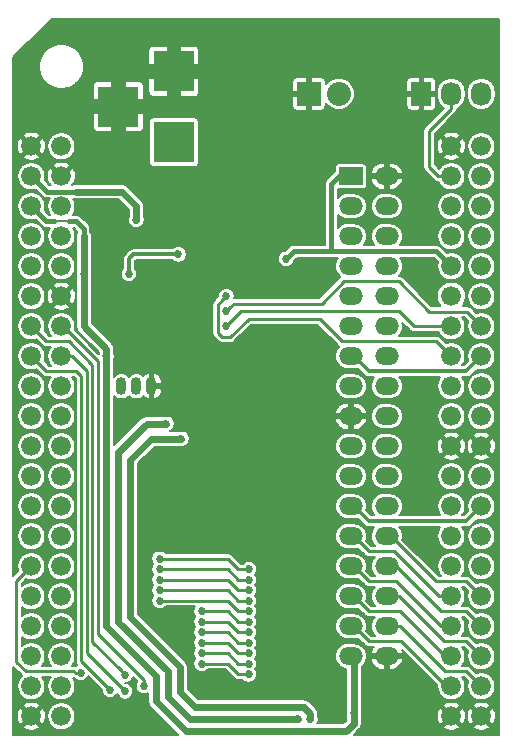
<source format=gtl>
G04 #@! TF.FileFunction,Copper,L1,Top,Signal*
%FSLAX46Y46*%
G04 Gerber Fmt 4.6, Leading zero omitted, Abs format (unit mm)*
G04 Created by KiCad (PCBNEW Rev-6964-Dev Build) date Thu Sep  1 14:59:03 2016*
%MOMM*%
%LPD*%
G01*
G04 APERTURE LIST*
%ADD10C,0.100000*%
%ADD11C,1.676400*%
%ADD12R,1.727200X2.032000*%
%ADD13O,1.727200X2.032000*%
%ADD14R,2.032000X2.032000*%
%ADD15O,2.032000X2.032000*%
%ADD16O,2.000000X1.500000*%
%ADD17R,2.000000X1.500000*%
%ADD18O,0.899160X1.501140*%
%ADD19R,3.500120X3.500120*%
%ADD20C,0.685800*%
%ADD21C,0.609600*%
%ADD22C,0.406400*%
%ADD23C,0.203200*%
%ADD24C,0.304800*%
%ADD25C,0.254000*%
G04 APERTURE END LIST*
D10*
D11*
X76200000Y-50800000D03*
X78740000Y-50800000D03*
X76200000Y-53340000D03*
X78740000Y-53340000D03*
X76200000Y-55880000D03*
X78740000Y-55880000D03*
X76200000Y-58420000D03*
X78740000Y-58420000D03*
X76200000Y-60960000D03*
X78740000Y-60960000D03*
X76200000Y-63500000D03*
X78740000Y-63500000D03*
X76200000Y-66040000D03*
X78740000Y-66040000D03*
X76200000Y-68580000D03*
X78740000Y-68580000D03*
X76200000Y-71120000D03*
X78740000Y-71120000D03*
X76200000Y-73660000D03*
X78740000Y-73660000D03*
X76200000Y-76200000D03*
X78740000Y-76200000D03*
X76200000Y-78740000D03*
X78740000Y-78740000D03*
X76200000Y-81280000D03*
X78740000Y-81280000D03*
X76200000Y-83820000D03*
X78740000Y-83820000D03*
X76200000Y-86360000D03*
X78740000Y-86360000D03*
X76200000Y-88900000D03*
X78740000Y-88900000D03*
X76200000Y-91440000D03*
X78740000Y-91440000D03*
X76200000Y-93980000D03*
X78740000Y-93980000D03*
X76200000Y-96520000D03*
X78740000Y-96520000D03*
X76200000Y-99060000D03*
X78740000Y-99060000D03*
X111760000Y-50800000D03*
X114300000Y-50800000D03*
X111760000Y-53340000D03*
X114300000Y-53340000D03*
X111760000Y-55880000D03*
X114300000Y-55880000D03*
X111760000Y-58420000D03*
X114300000Y-58420000D03*
X111760000Y-60960000D03*
X114300000Y-60960000D03*
X111760000Y-63500000D03*
X114300000Y-63500000D03*
X111760000Y-66040000D03*
X114300000Y-66040000D03*
X111760000Y-68580000D03*
X114300000Y-68580000D03*
X111760000Y-71120000D03*
X114300000Y-71120000D03*
X111760000Y-73660000D03*
X114300000Y-73660000D03*
X111760000Y-76200000D03*
X114300000Y-76200000D03*
X111760000Y-78740000D03*
X114300000Y-78740000D03*
X111760000Y-81280000D03*
X114300000Y-81280000D03*
X111760000Y-83820000D03*
X114300000Y-83820000D03*
X111760000Y-86360000D03*
X114300000Y-86360000D03*
X111760000Y-88900000D03*
X114300000Y-88900000D03*
X111760000Y-91440000D03*
X114300000Y-91440000D03*
X111760000Y-93980000D03*
X114300000Y-93980000D03*
X111760000Y-96520000D03*
X114300000Y-96520000D03*
X111760000Y-99060000D03*
X114300000Y-99060000D03*
D12*
X109220000Y-46355000D03*
D13*
X111760000Y-46355000D03*
X114300000Y-46355000D03*
D14*
X99695000Y-46355000D03*
D15*
X102235000Y-46355000D03*
D16*
X106295000Y-93980000D03*
X103255000Y-93980000D03*
X103255000Y-91440000D03*
X106295000Y-91440000D03*
X103255000Y-86360000D03*
X106295000Y-86360000D03*
X106295000Y-88900000D03*
X103255000Y-88900000D03*
X103255000Y-83820000D03*
X106295000Y-83820000D03*
X106295000Y-81280000D03*
X103255000Y-81280000D03*
X103255000Y-78740000D03*
X106295000Y-78740000D03*
X106295000Y-76200000D03*
X103255000Y-76200000D03*
X103255000Y-73660000D03*
X106295000Y-73660000D03*
X106295000Y-71120000D03*
X103255000Y-71120000D03*
X103255000Y-68580000D03*
X106295000Y-68580000D03*
X106295000Y-66040000D03*
X103255000Y-66040000D03*
X103255000Y-63500000D03*
X106295000Y-63500000D03*
X106295000Y-60960000D03*
X103255000Y-60960000D03*
D17*
X103255000Y-53340000D03*
D16*
X106295000Y-53340000D03*
X103255000Y-55880000D03*
X106295000Y-55880000D03*
X103255000Y-58420000D03*
X106295000Y-58420000D03*
D18*
X85090000Y-71120000D03*
X83820000Y-71120000D03*
X86360000Y-71120000D03*
D19*
X88265000Y-50449480D03*
X88265000Y-44450000D03*
X83566000Y-47449740D03*
D20*
X82550000Y-68580000D03*
X80645000Y-61595000D03*
X103500000Y-98810000D03*
X97790000Y-60325000D03*
X89535000Y-61691102D03*
X86263898Y-64135000D03*
X94742000Y-67310000D03*
X86360000Y-61595000D03*
X83185000Y-59690000D03*
X95250000Y-57150000D03*
X88900000Y-75565000D03*
X88646000Y-59944000D03*
X99822000Y-99314000D03*
X84455000Y-61595000D03*
X84151103Y-95524745D03*
X85721161Y-96468543D03*
X82848509Y-96827338D03*
X84129521Y-96945030D03*
X87058500Y-86614000D03*
X94615000Y-87503000D03*
X87058500Y-85725000D03*
X94615000Y-86614000D03*
X87058500Y-88392000D03*
X94615000Y-89281000D03*
X87058500Y-87503000D03*
X94615000Y-88392000D03*
X90614500Y-90170000D03*
X94615000Y-91059000D03*
X87058500Y-89281000D03*
X94615000Y-90170000D03*
X90614500Y-91948000D03*
X94615000Y-92837000D03*
X90614500Y-91059000D03*
X94615000Y-91948000D03*
X90614500Y-93726000D03*
X94615000Y-94615000D03*
X90614500Y-92837000D03*
X94615000Y-93726000D03*
X90614500Y-94615000D03*
X94615000Y-95504000D03*
X92710000Y-66040000D03*
X92714048Y-64772757D03*
X92710000Y-63500000D03*
X87630000Y-74295000D03*
X98806000Y-99314000D03*
X80391000Y-95377000D03*
X85090000Y-57023000D03*
D21*
X103500000Y-98810000D02*
X103500000Y-93985000D01*
X103500000Y-93985000D02*
X103505000Y-93980000D01*
X86741000Y-95631000D02*
X86741000Y-97790000D01*
X89281000Y-100330000D02*
X102870000Y-100330000D01*
X86741000Y-97790000D02*
X89281000Y-100330000D01*
X82550000Y-68580000D02*
X82550000Y-91440000D01*
X82550000Y-91440000D02*
X86741000Y-95631000D01*
X102870000Y-100330000D02*
X103500000Y-99700000D01*
X103500000Y-99700000D02*
X103500000Y-98810000D01*
X82550000Y-67945000D02*
X82550000Y-68580000D01*
X80645000Y-61595000D02*
X80645000Y-66040000D01*
X80645000Y-58420000D02*
X80645000Y-61595000D01*
X80645000Y-66040000D02*
X82550000Y-67945000D01*
D22*
X80645000Y-57785000D02*
X80645000Y-58420000D01*
X80010000Y-57150000D02*
X80645000Y-57785000D01*
X79375000Y-57150000D02*
X80010000Y-57150000D01*
D23*
X78105000Y-57150000D02*
X79375000Y-57150000D01*
D22*
X102235000Y-53340000D02*
X101600000Y-53975000D01*
X103505000Y-53340000D02*
X102235000Y-53340000D01*
X101600000Y-53975000D02*
X101600000Y-59690000D01*
X77470000Y-57150000D02*
X78105000Y-57150000D01*
X77038199Y-56718199D02*
X77470000Y-57150000D01*
X76200000Y-55880000D02*
X77038199Y-56718199D01*
X110490000Y-59690000D02*
X101600000Y-59690000D01*
X101600000Y-59690000D02*
X98425000Y-59690000D01*
X111760000Y-60960000D02*
X110490000Y-59690000D01*
X98425000Y-59690000D02*
X97790000Y-60325000D01*
D21*
X84582000Y-77343000D02*
X86360000Y-75565000D01*
X84582000Y-90678000D02*
X84582000Y-77343000D01*
X88773000Y-94869000D02*
X84582000Y-90678000D01*
X88773000Y-97028000D02*
X88773000Y-94869000D01*
X99822000Y-99314000D02*
X99822000Y-98829067D01*
X99822000Y-98829067D02*
X99290933Y-98298000D01*
X99290933Y-98298000D02*
X90043000Y-98298000D01*
X90043000Y-98298000D02*
X88773000Y-97028000D01*
X86360000Y-75565000D02*
X88900000Y-75565000D01*
D24*
X88646000Y-59944000D02*
X84836000Y-59944000D01*
X84836000Y-59944000D02*
X84455000Y-60325000D01*
X84455000Y-61595000D02*
X84455000Y-60325000D01*
D25*
X81356178Y-92729820D02*
X83808204Y-95181846D01*
X76200000Y-66040000D02*
X77476297Y-67316297D01*
X83808204Y-95181846D02*
X84151103Y-95524745D01*
X77476297Y-67316297D02*
X79382325Y-67316297D01*
X79382325Y-67316297D02*
X81356178Y-69290150D01*
X81356178Y-69290150D02*
X81356178Y-92729820D01*
X78740000Y-66040000D02*
X78874850Y-66040000D01*
X78874850Y-66040000D02*
X81813389Y-68978539D01*
X81813389Y-68978539D02*
X81813389Y-92075838D01*
X81813389Y-92075838D02*
X85721161Y-95983610D01*
X85721161Y-95983610D02*
X85721161Y-96468543D01*
X80441756Y-70281756D02*
X80441756Y-94420585D01*
X77470000Y-69850000D02*
X80010000Y-69850000D01*
X82505610Y-96484439D02*
X82848509Y-96827338D01*
X80010000Y-69850000D02*
X80441756Y-70281756D01*
X76200000Y-68580000D02*
X77470000Y-69850000D01*
X80441756Y-94420585D02*
X82505610Y-96484439D01*
X79626447Y-68580000D02*
X80898967Y-69852520D01*
X80898967Y-69852520D02*
X80898967Y-93714476D01*
X78740000Y-68580000D02*
X79626447Y-68580000D01*
X80898967Y-93714476D02*
X84129521Y-96945030D01*
X92837000Y-86614000D02*
X87058500Y-86614000D01*
X93726000Y-87503000D02*
X92837000Y-86614000D01*
X94615000Y-87503000D02*
X93726000Y-87503000D01*
X87058500Y-85725000D02*
X92837000Y-85725000D01*
X93726000Y-86614000D02*
X92837000Y-85725000D01*
X94615000Y-86614000D02*
X93726000Y-86614000D01*
X92837000Y-88392000D02*
X87058500Y-88392000D01*
X93726000Y-89281000D02*
X92837000Y-88392000D01*
X94615000Y-89281000D02*
X93726000Y-89281000D01*
X92837000Y-87503000D02*
X87058500Y-87503000D01*
X93726000Y-88392000D02*
X92837000Y-87503000D01*
X94615000Y-88392000D02*
X93726000Y-88392000D01*
X92837000Y-90170000D02*
X90614500Y-90170000D01*
X93726000Y-91059000D02*
X92837000Y-90170000D01*
X94615000Y-91059000D02*
X93726000Y-91059000D01*
X92837000Y-89281000D02*
X87058500Y-89281000D01*
X93726000Y-90170000D02*
X92837000Y-89281000D01*
X94615000Y-90170000D02*
X93726000Y-90170000D01*
X94615000Y-92837000D02*
X93726000Y-92837000D01*
X92837000Y-91948000D02*
X90614500Y-91948000D01*
X93726000Y-92837000D02*
X92837000Y-91948000D01*
X92837000Y-91059000D02*
X90614500Y-91059000D01*
X93726000Y-91948000D02*
X92837000Y-91059000D01*
X94615000Y-91948000D02*
X93726000Y-91948000D01*
X93726000Y-94615000D02*
X92837000Y-93726000D01*
X94615000Y-94615000D02*
X93726000Y-94615000D01*
X92837000Y-93726000D02*
X90614500Y-93726000D01*
X92837000Y-92837000D02*
X90614500Y-92837000D01*
X94615000Y-93726000D02*
X93726000Y-93726000D01*
X93726000Y-93726000D02*
X92837000Y-92837000D01*
X92837000Y-94615000D02*
X90614500Y-94615000D01*
X93726000Y-95504000D02*
X92837000Y-94615000D01*
X94615000Y-95504000D02*
X93726000Y-95504000D01*
X111760000Y-47625000D02*
X109855000Y-49530000D01*
X109855000Y-49530000D02*
X109855000Y-52525423D01*
X111760000Y-46355000D02*
X111760000Y-47625000D01*
X109855000Y-52525423D02*
X110669577Y-53340000D01*
X110669577Y-53340000D02*
X111760000Y-53340000D01*
X94185777Y-64770000D02*
X93980000Y-64770000D01*
X93980000Y-64770000D02*
X92710000Y-66040000D01*
X111760000Y-66040000D02*
X108585000Y-66040000D01*
X107315000Y-64770000D02*
X94185777Y-64770000D01*
X108585000Y-66040000D02*
X107315000Y-64770000D01*
X114300000Y-66040000D02*
X113048092Y-64788092D01*
X113048092Y-64788092D02*
X109873092Y-64788092D01*
X109873092Y-64788092D02*
X107315000Y-62230000D01*
X100784019Y-64121492D02*
X93365313Y-64121492D01*
X107315000Y-62230000D02*
X102675511Y-62230000D01*
X102675511Y-62230000D02*
X100784019Y-64121492D01*
X93365313Y-64121492D02*
X93056947Y-64429858D01*
X93056947Y-64429858D02*
X92714048Y-64772757D01*
X92367101Y-63842899D02*
X92710000Y-63500000D01*
X91986098Y-64223902D02*
X92367101Y-63842899D01*
X91986098Y-66578817D02*
X91986098Y-64223902D01*
X92082281Y-66675000D02*
X91986098Y-66578817D01*
X92082281Y-66675000D02*
X91993315Y-66586034D01*
X94585704Y-65434296D02*
X93057538Y-66962462D01*
X93057538Y-66962462D02*
X92369743Y-66962462D01*
X92369743Y-66962462D02*
X92082281Y-66675000D01*
X100610347Y-65434296D02*
X94585704Y-65434296D01*
X111760000Y-68580000D02*
X110490000Y-67310000D01*
X110490000Y-67310000D02*
X102486051Y-67310000D01*
X102486051Y-67310000D02*
X100610347Y-65434296D01*
D24*
X103505000Y-81280000D02*
X104775000Y-82550000D01*
X104775000Y-82550000D02*
X113030000Y-82550000D01*
X113030000Y-82550000D02*
X114300000Y-81280000D01*
D25*
X110684489Y-88900000D02*
X106874489Y-85090000D01*
X111760000Y-88900000D02*
X110684489Y-88900000D01*
X106874489Y-85090000D02*
X104775000Y-85090000D01*
X104775000Y-85090000D02*
X103505000Y-83820000D01*
X114300000Y-88900000D02*
X113030000Y-87630000D01*
X113030000Y-87630000D02*
X110474262Y-87630000D01*
X110474262Y-87630000D02*
X106664262Y-83820000D01*
X106664262Y-83820000D02*
X106045000Y-83820000D01*
X103505000Y-86360000D02*
X104775000Y-87630000D01*
X104775000Y-87630000D02*
X107066528Y-87630000D01*
X107066528Y-87630000D02*
X110876528Y-91440000D01*
X110876528Y-91440000D02*
X111760000Y-91440000D01*
X106045000Y-86360000D02*
X107072769Y-86360000D01*
X107072769Y-86360000D02*
X110882769Y-90170000D01*
X110882769Y-90170000D02*
X113030000Y-90170000D01*
X113030000Y-90170000D02*
X114300000Y-91440000D01*
X111760000Y-93980000D02*
X111257941Y-93980000D01*
X111257941Y-93980000D02*
X107447941Y-90170000D01*
X107447941Y-90170000D02*
X104775000Y-90170000D01*
X104775000Y-90170000D02*
X103505000Y-88900000D01*
X106045000Y-88900000D02*
X107315000Y-88900000D01*
X107315000Y-88900000D02*
X111125000Y-92710000D01*
X111125000Y-92710000D02*
X113030000Y-92710000D01*
X113030000Y-92710000D02*
X114300000Y-93980000D01*
X111760000Y-96520000D02*
X111327038Y-96520000D01*
X111327038Y-96520000D02*
X107512687Y-92705649D01*
X107512687Y-92705649D02*
X104770649Y-92705649D01*
X104770649Y-92705649D02*
X103505000Y-91440000D01*
X114300000Y-96520000D02*
X113030000Y-95250000D01*
X113030000Y-95250000D02*
X111211031Y-95250000D01*
X111211031Y-95250000D02*
X107390499Y-91429468D01*
X107390499Y-91429468D02*
X106055532Y-91429468D01*
X106055532Y-91429468D02*
X106045000Y-91440000D01*
D21*
X87630000Y-74295000D02*
X85979000Y-74295000D01*
X85979000Y-74295000D02*
X83566000Y-76708000D01*
X83566000Y-76708000D02*
X83566000Y-91059000D01*
X83566000Y-91059000D02*
X87757000Y-95250000D01*
X87757000Y-95250000D02*
X87757000Y-97409000D01*
X87757000Y-97409000D02*
X89662000Y-99314000D01*
X89662000Y-99314000D02*
X98806000Y-99314000D01*
D25*
X76200000Y-86360000D02*
X74930000Y-87630000D01*
X74930000Y-87630000D02*
X74930000Y-94439234D01*
X74930000Y-94439234D02*
X75740766Y-95250000D01*
X75740766Y-95250000D02*
X79779067Y-95250000D01*
X79779067Y-95250000D02*
X79906067Y-95377000D01*
X79906067Y-95377000D02*
X80391000Y-95377000D01*
D21*
X80010000Y-54635399D02*
X83845399Y-54635399D01*
X83845399Y-54635399D02*
X85090000Y-55880000D01*
X85090000Y-55880000D02*
X85090000Y-57023000D01*
D22*
X85110000Y-57003000D02*
X85090000Y-57023000D01*
X77495399Y-54635399D02*
X80010000Y-54635399D01*
X76200000Y-53340000D02*
X77495399Y-54635399D01*
D24*
X103505000Y-68580000D02*
X104775000Y-69850000D01*
X104775000Y-69850000D02*
X113030000Y-69850000D01*
X113030000Y-69850000D02*
X114300000Y-68580000D01*
D23*
G36*
X115819400Y-100629400D02*
X103504546Y-100629400D01*
X103966974Y-100166973D01*
X104005699Y-100119828D01*
X104044905Y-100073104D01*
X104046577Y-100070062D01*
X104048782Y-100067378D01*
X104077607Y-100013620D01*
X104099901Y-99973066D01*
X111062460Y-99973066D01*
X111153675Y-100153813D01*
X111378717Y-100251084D01*
X111618412Y-100302582D01*
X111863549Y-100306329D01*
X112104706Y-100262181D01*
X112332616Y-100171832D01*
X112366325Y-100153813D01*
X112457540Y-99973066D01*
X113602460Y-99973066D01*
X113693675Y-100153813D01*
X113918717Y-100251084D01*
X114158412Y-100302582D01*
X114403549Y-100306329D01*
X114644706Y-100262181D01*
X114872616Y-100171832D01*
X114906325Y-100153813D01*
X114997540Y-99973066D01*
X114300000Y-99275526D01*
X113602460Y-99973066D01*
X112457540Y-99973066D01*
X111760000Y-99275526D01*
X111062460Y-99973066D01*
X104099901Y-99973066D01*
X104106997Y-99960159D01*
X104108047Y-99956848D01*
X104109688Y-99953788D01*
X104127511Y-99895491D01*
X104145969Y-99837305D01*
X104146357Y-99833850D01*
X104147371Y-99830532D01*
X104153532Y-99769883D01*
X104160336Y-99709221D01*
X104160383Y-99702433D01*
X104160396Y-99702306D01*
X104160385Y-99702188D01*
X104160400Y-99700000D01*
X104160400Y-99163549D01*
X110513671Y-99163549D01*
X110557819Y-99404706D01*
X110648168Y-99632616D01*
X110666187Y-99666325D01*
X110846934Y-99757540D01*
X111544474Y-99060000D01*
X111975526Y-99060000D01*
X112673066Y-99757540D01*
X112853813Y-99666325D01*
X112951084Y-99441283D01*
X113002582Y-99201588D01*
X113003163Y-99163549D01*
X113053671Y-99163549D01*
X113097819Y-99404706D01*
X113188168Y-99632616D01*
X113206187Y-99666325D01*
X113386934Y-99757540D01*
X114084474Y-99060000D01*
X114515526Y-99060000D01*
X115213066Y-99757540D01*
X115393813Y-99666325D01*
X115491084Y-99441283D01*
X115542582Y-99201588D01*
X115546329Y-98956451D01*
X115502181Y-98715294D01*
X115411832Y-98487384D01*
X115393813Y-98453675D01*
X115213066Y-98362460D01*
X114515526Y-99060000D01*
X114084474Y-99060000D01*
X113386934Y-98362460D01*
X113206187Y-98453675D01*
X113108916Y-98678717D01*
X113057418Y-98918412D01*
X113053671Y-99163549D01*
X113003163Y-99163549D01*
X113006329Y-98956451D01*
X112962181Y-98715294D01*
X112871832Y-98487384D01*
X112853813Y-98453675D01*
X112673066Y-98362460D01*
X111975526Y-99060000D01*
X111544474Y-99060000D01*
X110846934Y-98362460D01*
X110666187Y-98453675D01*
X110568916Y-98678717D01*
X110517418Y-98918412D01*
X110513671Y-99163549D01*
X104160400Y-99163549D01*
X104160400Y-99044119D01*
X104165997Y-99031548D01*
X104196345Y-98897969D01*
X104198530Y-98741509D01*
X104171923Y-98607134D01*
X104160400Y-98579177D01*
X104160400Y-98146934D01*
X111062460Y-98146934D01*
X111760000Y-98844474D01*
X112457540Y-98146934D01*
X113602460Y-98146934D01*
X114300000Y-98844474D01*
X114997540Y-98146934D01*
X114906325Y-97966187D01*
X114681283Y-97868916D01*
X114441588Y-97817418D01*
X114196451Y-97813671D01*
X113955294Y-97857819D01*
X113727384Y-97948168D01*
X113693675Y-97966187D01*
X113602460Y-98146934D01*
X112457540Y-98146934D01*
X112366325Y-97966187D01*
X112141283Y-97868916D01*
X111901588Y-97817418D01*
X111656451Y-97813671D01*
X111415294Y-97857819D01*
X111187384Y-97948168D01*
X111153675Y-97966187D01*
X111062460Y-98146934D01*
X104160400Y-98146934D01*
X104160400Y-94870692D01*
X104290603Y-94764501D01*
X104428143Y-94598244D01*
X104530771Y-94408437D01*
X104561289Y-94309847D01*
X104936640Y-94309847D01*
X104937104Y-94346355D01*
X105029864Y-94555455D01*
X105161635Y-94742441D01*
X105327354Y-94900127D01*
X105520651Y-95022453D01*
X105734099Y-95104718D01*
X105959495Y-95143761D01*
X106142600Y-95041209D01*
X106142600Y-94132400D01*
X106447400Y-94132400D01*
X106447400Y-95041209D01*
X106630505Y-95143761D01*
X106855901Y-95104718D01*
X107069349Y-95022453D01*
X107262646Y-94900127D01*
X107428365Y-94742441D01*
X107560136Y-94555455D01*
X107652896Y-94346355D01*
X107653360Y-94309847D01*
X107588732Y-94132400D01*
X106447400Y-94132400D01*
X106142600Y-94132400D01*
X105001268Y-94132400D01*
X104936640Y-94309847D01*
X104561289Y-94309847D01*
X104594577Y-94202312D01*
X104617132Y-93987718D01*
X104597576Y-93772831D01*
X104536653Y-93565835D01*
X104436686Y-93374614D01*
X104301480Y-93206452D01*
X104136187Y-93067755D01*
X103947101Y-92963804D01*
X103741426Y-92898560D01*
X103526996Y-92874508D01*
X103511559Y-92874400D01*
X102998441Y-92874400D01*
X102783696Y-92895456D01*
X102577130Y-92957822D01*
X102386611Y-93059122D01*
X102219397Y-93195499D01*
X102081857Y-93361756D01*
X101979229Y-93551563D01*
X101915423Y-93757688D01*
X101892868Y-93972282D01*
X101912424Y-94187169D01*
X101973347Y-94394165D01*
X102073314Y-94585386D01*
X102208520Y-94753548D01*
X102373813Y-94892245D01*
X102562899Y-94996196D01*
X102768574Y-95061440D01*
X102839600Y-95069407D01*
X102839600Y-98577649D01*
X102830975Y-98597773D01*
X102802494Y-98731762D01*
X102800582Y-98868732D01*
X102825310Y-99003464D01*
X102839600Y-99039557D01*
X102839600Y-99426453D01*
X102596454Y-99669600D01*
X100425994Y-99669600D01*
X100432281Y-99660688D01*
X100487997Y-99535548D01*
X100518345Y-99401969D01*
X100520530Y-99245509D01*
X100493923Y-99111134D01*
X100482400Y-99083177D01*
X100482400Y-98829067D01*
X100476445Y-98768336D01*
X100471130Y-98707585D01*
X100470162Y-98704253D01*
X100469823Y-98700795D01*
X100452190Y-98642391D01*
X100435172Y-98583815D01*
X100433573Y-98580730D01*
X100432570Y-98577408D01*
X100403945Y-98523571D01*
X100375858Y-98469387D01*
X100373691Y-98466672D01*
X100372061Y-98463607D01*
X100333518Y-98416349D01*
X100295448Y-98368659D01*
X100290684Y-98363829D01*
X100290601Y-98363727D01*
X100290507Y-98363649D01*
X100288973Y-98362094D01*
X99757906Y-97831027D01*
X99710791Y-97792326D01*
X99664037Y-97753095D01*
X99660995Y-97751423D01*
X99658311Y-97749218D01*
X99604553Y-97720393D01*
X99551092Y-97691003D01*
X99547781Y-97689953D01*
X99544721Y-97688312D01*
X99486412Y-97670485D01*
X99428238Y-97652031D01*
X99424785Y-97651644D01*
X99421466Y-97650629D01*
X99360811Y-97644468D01*
X99300154Y-97637664D01*
X99293366Y-97637617D01*
X99293239Y-97637604D01*
X99293121Y-97637615D01*
X99290933Y-97637600D01*
X90316546Y-97637600D01*
X89433400Y-96754454D01*
X89433400Y-94869000D01*
X89427445Y-94808269D01*
X89422130Y-94747518D01*
X89421162Y-94744186D01*
X89420823Y-94740728D01*
X89403190Y-94682324D01*
X89386172Y-94623748D01*
X89384573Y-94620663D01*
X89383570Y-94617341D01*
X89354945Y-94563504D01*
X89326858Y-94509320D01*
X89324691Y-94506605D01*
X89323061Y-94503540D01*
X89284518Y-94456282D01*
X89246448Y-94408592D01*
X89241684Y-94403762D01*
X89241601Y-94403660D01*
X89241507Y-94403582D01*
X89239973Y-94402027D01*
X85242400Y-90404454D01*
X85242400Y-85783732D01*
X86359082Y-85783732D01*
X86383810Y-85918464D01*
X86434236Y-86045828D01*
X86508441Y-86160971D01*
X86516438Y-86169252D01*
X86443438Y-86275867D01*
X86389475Y-86401773D01*
X86360994Y-86535762D01*
X86359082Y-86672732D01*
X86383810Y-86807464D01*
X86434236Y-86934828D01*
X86508441Y-87049971D01*
X86516438Y-87058252D01*
X86443438Y-87164867D01*
X86389475Y-87290773D01*
X86360994Y-87424762D01*
X86359082Y-87561732D01*
X86383810Y-87696464D01*
X86434236Y-87823828D01*
X86508441Y-87938971D01*
X86516438Y-87947252D01*
X86443438Y-88053867D01*
X86389475Y-88179773D01*
X86360994Y-88313762D01*
X86359082Y-88450732D01*
X86383810Y-88585464D01*
X86434236Y-88712828D01*
X86508441Y-88827971D01*
X86516438Y-88836252D01*
X86443438Y-88942867D01*
X86389475Y-89068773D01*
X86360994Y-89202762D01*
X86359082Y-89339732D01*
X86383810Y-89474464D01*
X86434236Y-89601828D01*
X86508441Y-89716971D01*
X86603598Y-89815509D01*
X86716081Y-89893687D01*
X86841607Y-89948528D01*
X86975395Y-89977943D01*
X87112348Y-89980811D01*
X87247249Y-89957025D01*
X87374962Y-89907488D01*
X87490620Y-89834089D01*
X87564641Y-89763600D01*
X90046181Y-89763600D01*
X89999438Y-89831867D01*
X89945475Y-89957773D01*
X89916994Y-90091762D01*
X89915082Y-90228732D01*
X89939810Y-90363464D01*
X89990236Y-90490828D01*
X90064441Y-90605971D01*
X90072438Y-90614252D01*
X89999438Y-90720867D01*
X89945475Y-90846773D01*
X89916994Y-90980762D01*
X89915082Y-91117732D01*
X89939810Y-91252464D01*
X89990236Y-91379828D01*
X90064441Y-91494971D01*
X90072438Y-91503252D01*
X89999438Y-91609867D01*
X89945475Y-91735773D01*
X89916994Y-91869762D01*
X89915082Y-92006732D01*
X89939810Y-92141464D01*
X89990236Y-92268828D01*
X90064441Y-92383971D01*
X90072438Y-92392252D01*
X89999438Y-92498867D01*
X89945475Y-92624773D01*
X89916994Y-92758762D01*
X89915082Y-92895732D01*
X89939810Y-93030464D01*
X89990236Y-93157828D01*
X90064441Y-93272971D01*
X90072438Y-93281252D01*
X89999438Y-93387867D01*
X89945475Y-93513773D01*
X89916994Y-93647762D01*
X89915082Y-93784732D01*
X89939810Y-93919464D01*
X89990236Y-94046828D01*
X90064441Y-94161971D01*
X90072438Y-94170252D01*
X89999438Y-94276867D01*
X89945475Y-94402773D01*
X89916994Y-94536762D01*
X89915082Y-94673732D01*
X89939810Y-94808464D01*
X89990236Y-94935828D01*
X90064441Y-95050971D01*
X90159598Y-95149509D01*
X90272081Y-95227687D01*
X90397607Y-95282528D01*
X90531395Y-95311943D01*
X90668348Y-95314811D01*
X90803249Y-95291025D01*
X90930962Y-95241488D01*
X91046620Y-95168089D01*
X91120641Y-95097600D01*
X92637100Y-95097600D01*
X93384750Y-95845250D01*
X93419197Y-95873545D01*
X93453347Y-95902200D01*
X93455570Y-95903422D01*
X93457531Y-95905033D01*
X93496848Y-95926115D01*
X93535884Y-95947575D01*
X93538300Y-95948341D01*
X93540539Y-95949542D01*
X93583202Y-95962585D01*
X93625662Y-95976054D01*
X93628183Y-95976337D01*
X93630611Y-95977079D01*
X93674966Y-95981584D01*
X93719262Y-95986553D01*
X93724222Y-95986588D01*
X93724315Y-95986597D01*
X93724401Y-95986589D01*
X93726000Y-95986600D01*
X94109970Y-95986600D01*
X94160098Y-96038509D01*
X94272581Y-96116687D01*
X94398107Y-96171528D01*
X94531895Y-96200943D01*
X94668848Y-96203811D01*
X94803749Y-96180025D01*
X94931462Y-96130488D01*
X95047120Y-96057089D01*
X95146320Y-95962623D01*
X95225281Y-95850688D01*
X95280997Y-95725548D01*
X95311345Y-95591969D01*
X95313530Y-95435509D01*
X95286923Y-95301134D01*
X95234723Y-95174487D01*
X95158918Y-95060391D01*
X95157010Y-95058469D01*
X95225281Y-94961688D01*
X95280997Y-94836548D01*
X95311345Y-94702969D01*
X95313530Y-94546509D01*
X95286923Y-94412134D01*
X95234723Y-94285487D01*
X95158918Y-94171391D01*
X95157010Y-94169469D01*
X95225281Y-94072688D01*
X95280997Y-93947548D01*
X95311345Y-93813969D01*
X95313530Y-93657509D01*
X95286923Y-93523134D01*
X95234723Y-93396487D01*
X95158918Y-93282391D01*
X95157010Y-93280469D01*
X95225281Y-93183688D01*
X95280997Y-93058548D01*
X95311345Y-92924969D01*
X95313530Y-92768509D01*
X95286923Y-92634134D01*
X95234723Y-92507487D01*
X95158918Y-92393391D01*
X95157010Y-92391469D01*
X95225281Y-92294688D01*
X95280997Y-92169548D01*
X95311345Y-92035969D01*
X95313530Y-91879509D01*
X95286923Y-91745134D01*
X95234723Y-91618487D01*
X95158918Y-91504391D01*
X95157010Y-91502469D01*
X95225281Y-91405688D01*
X95280997Y-91280548D01*
X95311345Y-91146969D01*
X95313530Y-90990509D01*
X95286923Y-90856134D01*
X95234723Y-90729487D01*
X95158918Y-90615391D01*
X95157010Y-90613469D01*
X95225281Y-90516688D01*
X95280997Y-90391548D01*
X95311345Y-90257969D01*
X95313530Y-90101509D01*
X95286923Y-89967134D01*
X95234723Y-89840487D01*
X95158918Y-89726391D01*
X95157010Y-89724469D01*
X95225281Y-89627688D01*
X95280997Y-89502548D01*
X95311345Y-89368969D01*
X95313530Y-89212509D01*
X95286923Y-89078134D01*
X95234723Y-88951487D01*
X95158918Y-88837391D01*
X95157010Y-88835469D01*
X95225281Y-88738688D01*
X95280997Y-88613548D01*
X95311345Y-88479969D01*
X95313530Y-88323509D01*
X95286923Y-88189134D01*
X95234723Y-88062487D01*
X95158918Y-87948391D01*
X95157010Y-87946469D01*
X95225281Y-87849688D01*
X95280997Y-87724548D01*
X95311345Y-87590969D01*
X95313530Y-87434509D01*
X95286923Y-87300134D01*
X95234723Y-87173487D01*
X95158918Y-87059391D01*
X95157010Y-87057469D01*
X95225281Y-86960688D01*
X95280997Y-86835548D01*
X95311345Y-86701969D01*
X95313530Y-86545509D01*
X95286923Y-86411134D01*
X95234723Y-86284487D01*
X95158918Y-86170391D01*
X95062395Y-86073192D01*
X94948831Y-85996592D01*
X94822552Y-85943509D01*
X94688366Y-85915965D01*
X94551387Y-85915009D01*
X94416830Y-85940677D01*
X94289822Y-85991991D01*
X94175199Y-86066998D01*
X94109434Y-86131400D01*
X93925900Y-86131400D01*
X93178250Y-85383750D01*
X93143803Y-85355455D01*
X93109653Y-85326800D01*
X93107430Y-85325578D01*
X93105469Y-85323967D01*
X93066152Y-85302885D01*
X93027116Y-85281425D01*
X93024700Y-85280659D01*
X93022461Y-85279458D01*
X92979798Y-85266415D01*
X92937338Y-85252946D01*
X92934817Y-85252663D01*
X92932389Y-85251921D01*
X92888034Y-85247416D01*
X92843738Y-85242447D01*
X92838778Y-85242412D01*
X92838685Y-85242403D01*
X92838599Y-85242411D01*
X92837000Y-85242400D01*
X87563698Y-85242400D01*
X87505895Y-85184192D01*
X87392331Y-85107592D01*
X87266052Y-85054509D01*
X87131866Y-85026965D01*
X86994887Y-85026009D01*
X86860330Y-85051677D01*
X86733322Y-85102991D01*
X86618699Y-85177998D01*
X86520829Y-85273840D01*
X86443438Y-85386867D01*
X86389475Y-85512773D01*
X86360994Y-85646762D01*
X86359082Y-85783732D01*
X85242400Y-85783732D01*
X85242400Y-81272282D01*
X101892868Y-81272282D01*
X101912424Y-81487169D01*
X101973347Y-81694165D01*
X102073314Y-81885386D01*
X102208520Y-82053548D01*
X102373813Y-82192245D01*
X102562899Y-82296196D01*
X102768574Y-82361440D01*
X102983004Y-82385492D01*
X102998441Y-82385600D01*
X103511559Y-82385600D01*
X103726304Y-82364544D01*
X103837540Y-82330960D01*
X104415790Y-82909210D01*
X104452028Y-82938976D01*
X104487997Y-82969158D01*
X104490339Y-82970446D01*
X104492402Y-82972140D01*
X104533749Y-82994310D01*
X104574878Y-83016921D01*
X104577423Y-83017728D01*
X104579778Y-83018991D01*
X104624670Y-83032716D01*
X104669381Y-83046899D01*
X104672034Y-83047197D01*
X104674590Y-83047978D01*
X104721318Y-83052724D01*
X104767907Y-83057950D01*
X104773125Y-83057987D01*
X104773226Y-83057997D01*
X104773320Y-83057988D01*
X104775000Y-83058000D01*
X105240783Y-83058000D01*
X105121857Y-83201756D01*
X105019229Y-83391563D01*
X104955423Y-83597688D01*
X104932868Y-83812282D01*
X104952424Y-84027169D01*
X105013347Y-84234165D01*
X105113314Y-84425386D01*
X105248520Y-84593548D01*
X105265028Y-84607400D01*
X104974900Y-84607400D01*
X104550902Y-84183402D01*
X104594577Y-84042312D01*
X104617132Y-83827718D01*
X104597576Y-83612831D01*
X104536653Y-83405835D01*
X104436686Y-83214614D01*
X104301480Y-83046452D01*
X104136187Y-82907755D01*
X103947101Y-82803804D01*
X103741426Y-82738560D01*
X103526996Y-82714508D01*
X103511559Y-82714400D01*
X102998441Y-82714400D01*
X102783696Y-82735456D01*
X102577130Y-82797822D01*
X102386611Y-82899122D01*
X102219397Y-83035499D01*
X102081857Y-83201756D01*
X101979229Y-83391563D01*
X101915423Y-83597688D01*
X101892868Y-83812282D01*
X101912424Y-84027169D01*
X101973347Y-84234165D01*
X102073314Y-84425386D01*
X102208520Y-84593548D01*
X102373813Y-84732245D01*
X102562899Y-84836196D01*
X102768574Y-84901440D01*
X102983004Y-84925492D01*
X102998441Y-84925600D01*
X103511559Y-84925600D01*
X103726304Y-84904544D01*
X103865130Y-84862630D01*
X104433750Y-85431250D01*
X104468197Y-85459545D01*
X104502347Y-85488200D01*
X104504570Y-85489422D01*
X104506531Y-85491033D01*
X104545813Y-85512096D01*
X104584884Y-85533575D01*
X104587304Y-85534343D01*
X104589539Y-85535541D01*
X104632169Y-85548575D01*
X104674662Y-85562054D01*
X104677182Y-85562337D01*
X104679610Y-85563079D01*
X104723971Y-85567585D01*
X104768262Y-85572553D01*
X104773222Y-85572588D01*
X104773315Y-85572597D01*
X104773401Y-85572589D01*
X104775000Y-85572600D01*
X105262952Y-85572600D01*
X105259397Y-85575499D01*
X105121857Y-85741756D01*
X105019229Y-85931563D01*
X104955423Y-86137688D01*
X104932868Y-86352282D01*
X104952424Y-86567169D01*
X105013347Y-86774165D01*
X105113314Y-86965386D01*
X105248520Y-87133548D01*
X105265028Y-87147400D01*
X104974900Y-87147400D01*
X104550902Y-86723402D01*
X104594577Y-86582312D01*
X104617132Y-86367718D01*
X104597576Y-86152831D01*
X104536653Y-85945835D01*
X104436686Y-85754614D01*
X104301480Y-85586452D01*
X104136187Y-85447755D01*
X103947101Y-85343804D01*
X103741426Y-85278560D01*
X103526996Y-85254508D01*
X103511559Y-85254400D01*
X102998441Y-85254400D01*
X102783696Y-85275456D01*
X102577130Y-85337822D01*
X102386611Y-85439122D01*
X102219397Y-85575499D01*
X102081857Y-85741756D01*
X101979229Y-85931563D01*
X101915423Y-86137688D01*
X101892868Y-86352282D01*
X101912424Y-86567169D01*
X101973347Y-86774165D01*
X102073314Y-86965386D01*
X102208520Y-87133548D01*
X102373813Y-87272245D01*
X102562899Y-87376196D01*
X102768574Y-87441440D01*
X102983004Y-87465492D01*
X102998441Y-87465600D01*
X103511559Y-87465600D01*
X103726304Y-87444544D01*
X103865130Y-87402630D01*
X104433750Y-87971250D01*
X104468197Y-87999545D01*
X104502347Y-88028200D01*
X104504570Y-88029422D01*
X104506531Y-88031033D01*
X104545813Y-88052096D01*
X104584884Y-88073575D01*
X104587304Y-88074343D01*
X104589539Y-88075541D01*
X104632169Y-88088575D01*
X104674662Y-88102054D01*
X104677182Y-88102337D01*
X104679610Y-88103079D01*
X104723971Y-88107585D01*
X104768262Y-88112553D01*
X104773222Y-88112588D01*
X104773315Y-88112597D01*
X104773401Y-88112589D01*
X104775000Y-88112600D01*
X105262952Y-88112600D01*
X105259397Y-88115499D01*
X105121857Y-88281756D01*
X105019229Y-88471563D01*
X104955423Y-88677688D01*
X104932868Y-88892282D01*
X104952424Y-89107169D01*
X105013347Y-89314165D01*
X105113314Y-89505386D01*
X105248520Y-89673548D01*
X105265028Y-89687400D01*
X104974900Y-89687400D01*
X104550902Y-89263402D01*
X104594577Y-89122312D01*
X104617132Y-88907718D01*
X104597576Y-88692831D01*
X104536653Y-88485835D01*
X104436686Y-88294614D01*
X104301480Y-88126452D01*
X104136187Y-87987755D01*
X103947101Y-87883804D01*
X103741426Y-87818560D01*
X103526996Y-87794508D01*
X103511559Y-87794400D01*
X102998441Y-87794400D01*
X102783696Y-87815456D01*
X102577130Y-87877822D01*
X102386611Y-87979122D01*
X102219397Y-88115499D01*
X102081857Y-88281756D01*
X101979229Y-88471563D01*
X101915423Y-88677688D01*
X101892868Y-88892282D01*
X101912424Y-89107169D01*
X101973347Y-89314165D01*
X102073314Y-89505386D01*
X102208520Y-89673548D01*
X102373813Y-89812245D01*
X102562899Y-89916196D01*
X102768574Y-89981440D01*
X102983004Y-90005492D01*
X102998441Y-90005600D01*
X103511559Y-90005600D01*
X103726304Y-89984544D01*
X103865130Y-89942630D01*
X104433750Y-90511250D01*
X104468197Y-90539545D01*
X104502347Y-90568200D01*
X104504570Y-90569422D01*
X104506531Y-90571033D01*
X104545813Y-90592096D01*
X104584884Y-90613575D01*
X104587304Y-90614343D01*
X104589539Y-90615541D01*
X104632169Y-90628575D01*
X104674662Y-90642054D01*
X104677182Y-90642337D01*
X104679610Y-90643079D01*
X104723971Y-90647585D01*
X104768262Y-90652553D01*
X104773222Y-90652588D01*
X104773315Y-90652597D01*
X104773401Y-90652589D01*
X104775000Y-90652600D01*
X105262952Y-90652600D01*
X105259397Y-90655499D01*
X105121857Y-90821756D01*
X105019229Y-91011563D01*
X104955423Y-91217688D01*
X104932868Y-91432282D01*
X104952424Y-91647169D01*
X105013347Y-91854165D01*
X105113314Y-92045386D01*
X105248520Y-92213548D01*
X105259843Y-92223049D01*
X104970549Y-92223049D01*
X104550902Y-91803402D01*
X104594577Y-91662312D01*
X104617132Y-91447718D01*
X104597576Y-91232831D01*
X104536653Y-91025835D01*
X104436686Y-90834614D01*
X104301480Y-90666452D01*
X104136187Y-90527755D01*
X103947101Y-90423804D01*
X103741426Y-90358560D01*
X103526996Y-90334508D01*
X103511559Y-90334400D01*
X102998441Y-90334400D01*
X102783696Y-90355456D01*
X102577130Y-90417822D01*
X102386611Y-90519122D01*
X102219397Y-90655499D01*
X102081857Y-90821756D01*
X101979229Y-91011563D01*
X101915423Y-91217688D01*
X101892868Y-91432282D01*
X101912424Y-91647169D01*
X101973347Y-91854165D01*
X102073314Y-92045386D01*
X102208520Y-92213548D01*
X102373813Y-92352245D01*
X102562899Y-92456196D01*
X102768574Y-92521440D01*
X102983004Y-92545492D01*
X102998441Y-92545600D01*
X103511559Y-92545600D01*
X103726304Y-92524544D01*
X103865130Y-92482630D01*
X104429399Y-93046899D01*
X104463846Y-93075194D01*
X104497996Y-93103849D01*
X104500219Y-93105071D01*
X104502180Y-93106682D01*
X104541497Y-93127764D01*
X104580533Y-93149224D01*
X104582949Y-93149990D01*
X104585188Y-93151191D01*
X104627851Y-93164234D01*
X104670311Y-93177703D01*
X104672832Y-93177986D01*
X104675260Y-93178728D01*
X104719615Y-93183233D01*
X104763911Y-93188202D01*
X104768871Y-93188237D01*
X104768964Y-93188246D01*
X104769050Y-93188238D01*
X104770649Y-93188249D01*
X105192438Y-93188249D01*
X105161635Y-93217559D01*
X105029864Y-93404545D01*
X104937104Y-93613645D01*
X104936640Y-93650153D01*
X105001268Y-93827600D01*
X106142600Y-93827600D01*
X106142600Y-93807600D01*
X106447400Y-93807600D01*
X106447400Y-93827600D01*
X107588732Y-93827600D01*
X107653360Y-93650153D01*
X107652896Y-93613645D01*
X107584895Y-93460357D01*
X110567114Y-96442576D01*
X110564631Y-96620378D01*
X110606894Y-96850648D01*
X110693077Y-97068324D01*
X110819900Y-97265114D01*
X110982531Y-97433523D01*
X111174775Y-97567136D01*
X111389311Y-97660865D01*
X111617965Y-97711138D01*
X111852030Y-97716041D01*
X112082590Y-97675387D01*
X112300862Y-97590725D01*
X112498533Y-97465279D01*
X112668073Y-97303828D01*
X112803025Y-97112521D01*
X112898249Y-96898645D01*
X112950117Y-96670347D01*
X112953851Y-96402942D01*
X112908377Y-96173284D01*
X112819163Y-95956833D01*
X112689605Y-95761833D01*
X112660575Y-95732600D01*
X112830100Y-95732600D01*
X113186039Y-96088539D01*
X113156575Y-96157284D01*
X113107900Y-96386285D01*
X113104631Y-96620378D01*
X113146894Y-96850648D01*
X113233077Y-97068324D01*
X113359900Y-97265114D01*
X113522531Y-97433523D01*
X113714775Y-97567136D01*
X113929311Y-97660865D01*
X114157965Y-97711138D01*
X114392030Y-97716041D01*
X114622590Y-97675387D01*
X114840862Y-97590725D01*
X115038533Y-97465279D01*
X115208073Y-97303828D01*
X115343025Y-97112521D01*
X115438249Y-96898645D01*
X115490117Y-96670347D01*
X115493851Y-96402942D01*
X115448377Y-96173284D01*
X115359163Y-95956833D01*
X115229605Y-95761833D01*
X115064639Y-95595711D01*
X114870547Y-95464795D01*
X114654724Y-95374071D01*
X114425390Y-95326995D01*
X114191279Y-95325361D01*
X113961310Y-95369230D01*
X113869018Y-95406518D01*
X113371250Y-94908750D01*
X113336803Y-94880455D01*
X113302653Y-94851800D01*
X113300430Y-94850578D01*
X113298469Y-94848967D01*
X113259152Y-94827885D01*
X113220116Y-94806425D01*
X113217700Y-94805659D01*
X113215461Y-94804458D01*
X113172798Y-94791415D01*
X113130338Y-94777946D01*
X113127817Y-94777663D01*
X113125389Y-94776921D01*
X113081034Y-94772416D01*
X113036738Y-94767447D01*
X113031778Y-94767412D01*
X113031685Y-94767403D01*
X113031599Y-94767411D01*
X113030000Y-94767400D01*
X112664322Y-94767400D01*
X112668073Y-94763828D01*
X112803025Y-94572521D01*
X112898249Y-94358645D01*
X112950117Y-94130347D01*
X112953851Y-93862942D01*
X112908377Y-93633284D01*
X112819163Y-93416833D01*
X112689605Y-93221833D01*
X112660575Y-93192600D01*
X112830100Y-93192600D01*
X113186039Y-93548539D01*
X113156575Y-93617284D01*
X113107900Y-93846285D01*
X113104631Y-94080378D01*
X113146894Y-94310648D01*
X113233077Y-94528324D01*
X113359900Y-94725114D01*
X113522531Y-94893523D01*
X113714775Y-95027136D01*
X113929311Y-95120865D01*
X114157965Y-95171138D01*
X114392030Y-95176041D01*
X114622590Y-95135387D01*
X114840862Y-95050725D01*
X115038533Y-94925279D01*
X115208073Y-94763828D01*
X115343025Y-94572521D01*
X115438249Y-94358645D01*
X115490117Y-94130347D01*
X115493851Y-93862942D01*
X115448377Y-93633284D01*
X115359163Y-93416833D01*
X115229605Y-93221833D01*
X115064639Y-93055711D01*
X114870547Y-92924795D01*
X114654724Y-92834071D01*
X114425390Y-92786995D01*
X114191279Y-92785361D01*
X113961310Y-92829230D01*
X113869018Y-92866518D01*
X113371250Y-92368750D01*
X113336803Y-92340455D01*
X113302653Y-92311800D01*
X113300430Y-92310578D01*
X113298469Y-92308967D01*
X113259152Y-92287885D01*
X113220116Y-92266425D01*
X113217700Y-92265659D01*
X113215461Y-92264458D01*
X113172798Y-92251415D01*
X113130338Y-92237946D01*
X113127817Y-92237663D01*
X113125389Y-92236921D01*
X113081034Y-92232416D01*
X113036738Y-92227447D01*
X113031778Y-92227412D01*
X113031685Y-92227403D01*
X113031599Y-92227411D01*
X113030000Y-92227400D01*
X112664322Y-92227400D01*
X112668073Y-92223828D01*
X112803025Y-92032521D01*
X112898249Y-91818645D01*
X112950117Y-91590347D01*
X112953851Y-91322942D01*
X112908377Y-91093284D01*
X112819163Y-90876833D01*
X112689605Y-90681833D01*
X112660575Y-90652600D01*
X112830100Y-90652600D01*
X113186039Y-91008539D01*
X113156575Y-91077284D01*
X113107900Y-91306285D01*
X113104631Y-91540378D01*
X113146894Y-91770648D01*
X113233077Y-91988324D01*
X113359900Y-92185114D01*
X113522531Y-92353523D01*
X113714775Y-92487136D01*
X113929311Y-92580865D01*
X114157965Y-92631138D01*
X114392030Y-92636041D01*
X114622590Y-92595387D01*
X114840862Y-92510725D01*
X115038533Y-92385279D01*
X115208073Y-92223828D01*
X115343025Y-92032521D01*
X115438249Y-91818645D01*
X115490117Y-91590347D01*
X115493851Y-91322942D01*
X115448377Y-91093284D01*
X115359163Y-90876833D01*
X115229605Y-90681833D01*
X115064639Y-90515711D01*
X114870547Y-90384795D01*
X114654724Y-90294071D01*
X114425390Y-90246995D01*
X114191279Y-90245361D01*
X113961310Y-90289230D01*
X113869018Y-90326518D01*
X113371250Y-89828750D01*
X113336803Y-89800455D01*
X113302653Y-89771800D01*
X113300430Y-89770578D01*
X113298469Y-89768967D01*
X113259152Y-89747885D01*
X113220116Y-89726425D01*
X113217700Y-89725659D01*
X113215461Y-89724458D01*
X113172798Y-89711415D01*
X113130338Y-89697946D01*
X113127817Y-89697663D01*
X113125389Y-89696921D01*
X113081034Y-89692416D01*
X113036738Y-89687447D01*
X113031778Y-89687412D01*
X113031685Y-89687403D01*
X113031599Y-89687411D01*
X113030000Y-89687400D01*
X112664322Y-89687400D01*
X112668073Y-89683828D01*
X112803025Y-89492521D01*
X112898249Y-89278645D01*
X112950117Y-89050347D01*
X112953851Y-88782942D01*
X112908377Y-88553284D01*
X112819163Y-88336833D01*
X112689605Y-88141833D01*
X112660575Y-88112600D01*
X112830100Y-88112600D01*
X113186039Y-88468539D01*
X113156575Y-88537284D01*
X113107900Y-88766285D01*
X113104631Y-89000378D01*
X113146894Y-89230648D01*
X113233077Y-89448324D01*
X113359900Y-89645114D01*
X113522531Y-89813523D01*
X113714775Y-89947136D01*
X113929311Y-90040865D01*
X114157965Y-90091138D01*
X114392030Y-90096041D01*
X114622590Y-90055387D01*
X114840862Y-89970725D01*
X115038533Y-89845279D01*
X115208073Y-89683828D01*
X115343025Y-89492521D01*
X115438249Y-89278645D01*
X115490117Y-89050347D01*
X115493851Y-88782942D01*
X115448377Y-88553284D01*
X115359163Y-88336833D01*
X115229605Y-88141833D01*
X115064639Y-87975711D01*
X114870547Y-87844795D01*
X114654724Y-87754071D01*
X114425390Y-87706995D01*
X114191279Y-87705361D01*
X113961310Y-87749230D01*
X113869018Y-87786518D01*
X113371250Y-87288750D01*
X113336803Y-87260455D01*
X113302653Y-87231800D01*
X113300430Y-87230578D01*
X113298469Y-87228967D01*
X113259152Y-87207885D01*
X113220116Y-87186425D01*
X113217700Y-87185659D01*
X113215461Y-87184458D01*
X113172798Y-87171415D01*
X113130338Y-87157946D01*
X113127817Y-87157663D01*
X113125389Y-87156921D01*
X113081034Y-87152416D01*
X113036738Y-87147447D01*
X113031778Y-87147412D01*
X113031685Y-87147403D01*
X113031599Y-87147411D01*
X113030000Y-87147400D01*
X112664322Y-87147400D01*
X112668073Y-87143828D01*
X112803025Y-86952521D01*
X112898249Y-86738645D01*
X112950117Y-86510347D01*
X112950814Y-86460378D01*
X113104631Y-86460378D01*
X113146894Y-86690648D01*
X113233077Y-86908324D01*
X113359900Y-87105114D01*
X113522531Y-87273523D01*
X113714775Y-87407136D01*
X113929311Y-87500865D01*
X114157965Y-87551138D01*
X114392030Y-87556041D01*
X114622590Y-87515387D01*
X114840862Y-87430725D01*
X115038533Y-87305279D01*
X115208073Y-87143828D01*
X115343025Y-86952521D01*
X115438249Y-86738645D01*
X115490117Y-86510347D01*
X115493851Y-86242942D01*
X115448377Y-86013284D01*
X115359163Y-85796833D01*
X115229605Y-85601833D01*
X115064639Y-85435711D01*
X114870547Y-85304795D01*
X114654724Y-85214071D01*
X114425390Y-85166995D01*
X114191279Y-85165361D01*
X113961310Y-85209230D01*
X113744241Y-85296931D01*
X113548341Y-85425125D01*
X113381071Y-85588927D01*
X113248804Y-85782100D01*
X113156575Y-85997284D01*
X113107900Y-86226285D01*
X113104631Y-86460378D01*
X112950814Y-86460378D01*
X112953851Y-86242942D01*
X112908377Y-86013284D01*
X112819163Y-85796833D01*
X112689605Y-85601833D01*
X112524639Y-85435711D01*
X112330547Y-85304795D01*
X112114724Y-85214071D01*
X111885390Y-85166995D01*
X111651279Y-85165361D01*
X111421310Y-85209230D01*
X111204241Y-85296931D01*
X111008341Y-85425125D01*
X110841071Y-85588927D01*
X110708804Y-85782100D01*
X110616575Y-85997284D01*
X110567900Y-86226285D01*
X110564631Y-86460378D01*
X110606894Y-86690648D01*
X110693077Y-86908324D01*
X110819900Y-87105114D01*
X110860735Y-87147400D01*
X110674162Y-87147400D01*
X107619093Y-84092331D01*
X107634577Y-84042312D01*
X107657132Y-83827718D01*
X107637576Y-83612831D01*
X107576653Y-83405835D01*
X107476686Y-83214614D01*
X107350765Y-83058000D01*
X110834859Y-83058000D01*
X110708804Y-83242100D01*
X110616575Y-83457284D01*
X110567900Y-83686285D01*
X110564631Y-83920378D01*
X110606894Y-84150648D01*
X110693077Y-84368324D01*
X110819900Y-84565114D01*
X110982531Y-84733523D01*
X111174775Y-84867136D01*
X111389311Y-84960865D01*
X111617965Y-85011138D01*
X111852030Y-85016041D01*
X112082590Y-84975387D01*
X112300862Y-84890725D01*
X112498533Y-84765279D01*
X112668073Y-84603828D01*
X112803025Y-84412521D01*
X112898249Y-84198645D01*
X112950117Y-83970347D01*
X112950814Y-83920378D01*
X113104631Y-83920378D01*
X113146894Y-84150648D01*
X113233077Y-84368324D01*
X113359900Y-84565114D01*
X113522531Y-84733523D01*
X113714775Y-84867136D01*
X113929311Y-84960865D01*
X114157965Y-85011138D01*
X114392030Y-85016041D01*
X114622590Y-84975387D01*
X114840862Y-84890725D01*
X115038533Y-84765279D01*
X115208073Y-84603828D01*
X115343025Y-84412521D01*
X115438249Y-84198645D01*
X115490117Y-83970347D01*
X115493851Y-83702942D01*
X115448377Y-83473284D01*
X115359163Y-83256833D01*
X115229605Y-83061833D01*
X115064639Y-82895711D01*
X114870547Y-82764795D01*
X114654724Y-82674071D01*
X114425390Y-82626995D01*
X114191279Y-82625361D01*
X113961310Y-82669230D01*
X113744241Y-82756931D01*
X113548341Y-82885125D01*
X113381071Y-83048927D01*
X113248804Y-83242100D01*
X113156575Y-83457284D01*
X113107900Y-83686285D01*
X113104631Y-83920378D01*
X112950814Y-83920378D01*
X112953851Y-83702942D01*
X112908377Y-83473284D01*
X112819163Y-83256833D01*
X112689605Y-83061833D01*
X112685799Y-83058000D01*
X113030000Y-83058000D01*
X113076704Y-83053421D01*
X113123448Y-83049331D01*
X113126014Y-83048586D01*
X113128671Y-83048325D01*
X113173556Y-83034773D01*
X113218655Y-83021671D01*
X113221029Y-83020440D01*
X113223584Y-83019669D01*
X113264977Y-82997660D01*
X113306677Y-82976045D01*
X113308766Y-82974377D01*
X113311123Y-82973124D01*
X113347509Y-82943448D01*
X113384159Y-82914190D01*
X113387874Y-82910527D01*
X113387954Y-82910462D01*
X113388015Y-82910388D01*
X113389210Y-82909210D01*
X113893292Y-82405128D01*
X113929311Y-82420865D01*
X114157965Y-82471138D01*
X114392030Y-82476041D01*
X114622590Y-82435387D01*
X114840862Y-82350725D01*
X115038533Y-82225279D01*
X115208073Y-82063828D01*
X115343025Y-81872521D01*
X115438249Y-81658645D01*
X115490117Y-81430347D01*
X115493851Y-81162942D01*
X115448377Y-80933284D01*
X115359163Y-80716833D01*
X115229605Y-80521833D01*
X115064639Y-80355711D01*
X114870547Y-80224795D01*
X114654724Y-80134071D01*
X114425390Y-80086995D01*
X114191279Y-80085361D01*
X113961310Y-80129230D01*
X113744241Y-80216931D01*
X113548341Y-80345125D01*
X113381071Y-80508927D01*
X113248804Y-80702100D01*
X113156575Y-80917284D01*
X113107900Y-81146285D01*
X113104631Y-81380378D01*
X113146894Y-81610648D01*
X113176402Y-81685178D01*
X112819580Y-82042000D01*
X112683471Y-82042000D01*
X112803025Y-81872521D01*
X112898249Y-81658645D01*
X112950117Y-81430347D01*
X112953851Y-81162942D01*
X112908377Y-80933284D01*
X112819163Y-80716833D01*
X112689605Y-80521833D01*
X112524639Y-80355711D01*
X112330547Y-80224795D01*
X112114724Y-80134071D01*
X111885390Y-80086995D01*
X111651279Y-80085361D01*
X111421310Y-80129230D01*
X111204241Y-80216931D01*
X111008341Y-80345125D01*
X110841071Y-80508927D01*
X110708804Y-80702100D01*
X110616575Y-80917284D01*
X110567900Y-81146285D01*
X110564631Y-81380378D01*
X110606894Y-81610648D01*
X110693077Y-81828324D01*
X110819900Y-82025114D01*
X110836207Y-82042000D01*
X107349217Y-82042000D01*
X107468143Y-81898244D01*
X107570771Y-81708437D01*
X107634577Y-81502312D01*
X107657132Y-81287718D01*
X107637576Y-81072831D01*
X107576653Y-80865835D01*
X107476686Y-80674614D01*
X107341480Y-80506452D01*
X107176187Y-80367755D01*
X106987101Y-80263804D01*
X106781426Y-80198560D01*
X106566996Y-80174508D01*
X106551559Y-80174400D01*
X106038441Y-80174400D01*
X105823696Y-80195456D01*
X105617130Y-80257822D01*
X105426611Y-80359122D01*
X105259397Y-80495499D01*
X105121857Y-80661756D01*
X105019229Y-80851563D01*
X104955423Y-81057688D01*
X104932868Y-81272282D01*
X104952424Y-81487169D01*
X105013347Y-81694165D01*
X105113314Y-81885386D01*
X105239235Y-82042000D01*
X104985420Y-82042000D01*
X104559393Y-81615973D01*
X104594577Y-81502312D01*
X104617132Y-81287718D01*
X104597576Y-81072831D01*
X104536653Y-80865835D01*
X104436686Y-80674614D01*
X104301480Y-80506452D01*
X104136187Y-80367755D01*
X103947101Y-80263804D01*
X103741426Y-80198560D01*
X103526996Y-80174508D01*
X103511559Y-80174400D01*
X102998441Y-80174400D01*
X102783696Y-80195456D01*
X102577130Y-80257822D01*
X102386611Y-80359122D01*
X102219397Y-80495499D01*
X102081857Y-80661756D01*
X101979229Y-80851563D01*
X101915423Y-81057688D01*
X101892868Y-81272282D01*
X85242400Y-81272282D01*
X85242400Y-78732282D01*
X101892868Y-78732282D01*
X101912424Y-78947169D01*
X101973347Y-79154165D01*
X102073314Y-79345386D01*
X102208520Y-79513548D01*
X102373813Y-79652245D01*
X102562899Y-79756196D01*
X102768574Y-79821440D01*
X102983004Y-79845492D01*
X102998441Y-79845600D01*
X103511559Y-79845600D01*
X103726304Y-79824544D01*
X103932870Y-79762178D01*
X104123389Y-79660878D01*
X104290603Y-79524501D01*
X104428143Y-79358244D01*
X104530771Y-79168437D01*
X104594577Y-78962312D01*
X104617132Y-78747718D01*
X104615728Y-78732282D01*
X104932868Y-78732282D01*
X104952424Y-78947169D01*
X105013347Y-79154165D01*
X105113314Y-79345386D01*
X105248520Y-79513548D01*
X105413813Y-79652245D01*
X105602899Y-79756196D01*
X105808574Y-79821440D01*
X106023004Y-79845492D01*
X106038441Y-79845600D01*
X106551559Y-79845600D01*
X106766304Y-79824544D01*
X106972870Y-79762178D01*
X107163389Y-79660878D01*
X107330603Y-79524501D01*
X107468143Y-79358244D01*
X107570771Y-79168437D01*
X107634577Y-78962312D01*
X107647392Y-78840378D01*
X110564631Y-78840378D01*
X110606894Y-79070648D01*
X110693077Y-79288324D01*
X110819900Y-79485114D01*
X110982531Y-79653523D01*
X111174775Y-79787136D01*
X111389311Y-79880865D01*
X111617965Y-79931138D01*
X111852030Y-79936041D01*
X112082590Y-79895387D01*
X112300862Y-79810725D01*
X112498533Y-79685279D01*
X112668073Y-79523828D01*
X112803025Y-79332521D01*
X112898249Y-79118645D01*
X112950117Y-78890347D01*
X112950814Y-78840378D01*
X113104631Y-78840378D01*
X113146894Y-79070648D01*
X113233077Y-79288324D01*
X113359900Y-79485114D01*
X113522531Y-79653523D01*
X113714775Y-79787136D01*
X113929311Y-79880865D01*
X114157965Y-79931138D01*
X114392030Y-79936041D01*
X114622590Y-79895387D01*
X114840862Y-79810725D01*
X115038533Y-79685279D01*
X115208073Y-79523828D01*
X115343025Y-79332521D01*
X115438249Y-79118645D01*
X115490117Y-78890347D01*
X115493851Y-78622942D01*
X115448377Y-78393284D01*
X115359163Y-78176833D01*
X115229605Y-77981833D01*
X115064639Y-77815711D01*
X114870547Y-77684795D01*
X114654724Y-77594071D01*
X114425390Y-77546995D01*
X114191279Y-77545361D01*
X113961310Y-77589230D01*
X113744241Y-77676931D01*
X113548341Y-77805125D01*
X113381071Y-77968927D01*
X113248804Y-78162100D01*
X113156575Y-78377284D01*
X113107900Y-78606285D01*
X113104631Y-78840378D01*
X112950814Y-78840378D01*
X112953851Y-78622942D01*
X112908377Y-78393284D01*
X112819163Y-78176833D01*
X112689605Y-77981833D01*
X112524639Y-77815711D01*
X112330547Y-77684795D01*
X112114724Y-77594071D01*
X111885390Y-77546995D01*
X111651279Y-77545361D01*
X111421310Y-77589230D01*
X111204241Y-77676931D01*
X111008341Y-77805125D01*
X110841071Y-77968927D01*
X110708804Y-78162100D01*
X110616575Y-78377284D01*
X110567900Y-78606285D01*
X110564631Y-78840378D01*
X107647392Y-78840378D01*
X107657132Y-78747718D01*
X107637576Y-78532831D01*
X107576653Y-78325835D01*
X107476686Y-78134614D01*
X107341480Y-77966452D01*
X107176187Y-77827755D01*
X106987101Y-77723804D01*
X106781426Y-77658560D01*
X106566996Y-77634508D01*
X106551559Y-77634400D01*
X106038441Y-77634400D01*
X105823696Y-77655456D01*
X105617130Y-77717822D01*
X105426611Y-77819122D01*
X105259397Y-77955499D01*
X105121857Y-78121756D01*
X105019229Y-78311563D01*
X104955423Y-78517688D01*
X104932868Y-78732282D01*
X104615728Y-78732282D01*
X104597576Y-78532831D01*
X104536653Y-78325835D01*
X104436686Y-78134614D01*
X104301480Y-77966452D01*
X104136187Y-77827755D01*
X103947101Y-77723804D01*
X103741426Y-77658560D01*
X103526996Y-77634508D01*
X103511559Y-77634400D01*
X102998441Y-77634400D01*
X102783696Y-77655456D01*
X102577130Y-77717822D01*
X102386611Y-77819122D01*
X102219397Y-77955499D01*
X102081857Y-78121756D01*
X101979229Y-78311563D01*
X101915423Y-78517688D01*
X101892868Y-78732282D01*
X85242400Y-78732282D01*
X85242400Y-77616546D01*
X86633547Y-76225400D01*
X88666792Y-76225400D01*
X88683107Y-76232528D01*
X88816895Y-76261943D01*
X88953848Y-76264811D01*
X89088749Y-76241025D01*
X89214414Y-76192282D01*
X101892868Y-76192282D01*
X101912424Y-76407169D01*
X101973347Y-76614165D01*
X102073314Y-76805386D01*
X102208520Y-76973548D01*
X102373813Y-77112245D01*
X102562899Y-77216196D01*
X102768574Y-77281440D01*
X102983004Y-77305492D01*
X102998441Y-77305600D01*
X103511559Y-77305600D01*
X103726304Y-77284544D01*
X103932870Y-77222178D01*
X104123389Y-77120878D01*
X104290603Y-76984501D01*
X104428143Y-76818244D01*
X104530771Y-76628437D01*
X104594577Y-76422312D01*
X104617132Y-76207718D01*
X104615728Y-76192282D01*
X104932868Y-76192282D01*
X104952424Y-76407169D01*
X105013347Y-76614165D01*
X105113314Y-76805386D01*
X105248520Y-76973548D01*
X105413813Y-77112245D01*
X105602899Y-77216196D01*
X105808574Y-77281440D01*
X106023004Y-77305492D01*
X106038441Y-77305600D01*
X106551559Y-77305600D01*
X106766304Y-77284544D01*
X106972870Y-77222178D01*
X107163389Y-77120878D01*
X107172967Y-77113066D01*
X111062460Y-77113066D01*
X111153675Y-77293813D01*
X111378717Y-77391084D01*
X111618412Y-77442582D01*
X111863549Y-77446329D01*
X112104706Y-77402181D01*
X112332616Y-77311832D01*
X112366325Y-77293813D01*
X112457540Y-77113066D01*
X113602460Y-77113066D01*
X113693675Y-77293813D01*
X113918717Y-77391084D01*
X114158412Y-77442582D01*
X114403549Y-77446329D01*
X114644706Y-77402181D01*
X114872616Y-77311832D01*
X114906325Y-77293813D01*
X114997540Y-77113066D01*
X114300000Y-76415526D01*
X113602460Y-77113066D01*
X112457540Y-77113066D01*
X111760000Y-76415526D01*
X111062460Y-77113066D01*
X107172967Y-77113066D01*
X107330603Y-76984501D01*
X107468143Y-76818244D01*
X107570771Y-76628437D01*
X107634577Y-76422312D01*
X107647059Y-76303549D01*
X110513671Y-76303549D01*
X110557819Y-76544706D01*
X110648168Y-76772616D01*
X110666187Y-76806325D01*
X110846934Y-76897540D01*
X111544474Y-76200000D01*
X111975526Y-76200000D01*
X112673066Y-76897540D01*
X112853813Y-76806325D01*
X112951084Y-76581283D01*
X113002582Y-76341588D01*
X113003163Y-76303549D01*
X113053671Y-76303549D01*
X113097819Y-76544706D01*
X113188168Y-76772616D01*
X113206187Y-76806325D01*
X113386934Y-76897540D01*
X114084474Y-76200000D01*
X114515526Y-76200000D01*
X115213066Y-76897540D01*
X115393813Y-76806325D01*
X115491084Y-76581283D01*
X115542582Y-76341588D01*
X115546329Y-76096451D01*
X115502181Y-75855294D01*
X115411832Y-75627384D01*
X115393813Y-75593675D01*
X115213066Y-75502460D01*
X114515526Y-76200000D01*
X114084474Y-76200000D01*
X113386934Y-75502460D01*
X113206187Y-75593675D01*
X113108916Y-75818717D01*
X113057418Y-76058412D01*
X113053671Y-76303549D01*
X113003163Y-76303549D01*
X113006329Y-76096451D01*
X112962181Y-75855294D01*
X112871832Y-75627384D01*
X112853813Y-75593675D01*
X112673066Y-75502460D01*
X111975526Y-76200000D01*
X111544474Y-76200000D01*
X110846934Y-75502460D01*
X110666187Y-75593675D01*
X110568916Y-75818717D01*
X110517418Y-76058412D01*
X110513671Y-76303549D01*
X107647059Y-76303549D01*
X107657132Y-76207718D01*
X107637576Y-75992831D01*
X107576653Y-75785835D01*
X107476686Y-75594614D01*
X107341480Y-75426452D01*
X107176187Y-75287755D01*
X107174694Y-75286934D01*
X111062460Y-75286934D01*
X111760000Y-75984474D01*
X112457540Y-75286934D01*
X113602460Y-75286934D01*
X114300000Y-75984474D01*
X114997540Y-75286934D01*
X114906325Y-75106187D01*
X114681283Y-75008916D01*
X114441588Y-74957418D01*
X114196451Y-74953671D01*
X113955294Y-74997819D01*
X113727384Y-75088168D01*
X113693675Y-75106187D01*
X113602460Y-75286934D01*
X112457540Y-75286934D01*
X112366325Y-75106187D01*
X112141283Y-75008916D01*
X111901588Y-74957418D01*
X111656451Y-74953671D01*
X111415294Y-74997819D01*
X111187384Y-75088168D01*
X111153675Y-75106187D01*
X111062460Y-75286934D01*
X107174694Y-75286934D01*
X106987101Y-75183804D01*
X106781426Y-75118560D01*
X106566996Y-75094508D01*
X106551559Y-75094400D01*
X106038441Y-75094400D01*
X105823696Y-75115456D01*
X105617130Y-75177822D01*
X105426611Y-75279122D01*
X105259397Y-75415499D01*
X105121857Y-75581756D01*
X105019229Y-75771563D01*
X104955423Y-75977688D01*
X104932868Y-76192282D01*
X104615728Y-76192282D01*
X104597576Y-75992831D01*
X104536653Y-75785835D01*
X104436686Y-75594614D01*
X104301480Y-75426452D01*
X104136187Y-75287755D01*
X103947101Y-75183804D01*
X103741426Y-75118560D01*
X103526996Y-75094508D01*
X103511559Y-75094400D01*
X102998441Y-75094400D01*
X102783696Y-75115456D01*
X102577130Y-75177822D01*
X102386611Y-75279122D01*
X102219397Y-75415499D01*
X102081857Y-75581756D01*
X101979229Y-75771563D01*
X101915423Y-75977688D01*
X101892868Y-76192282D01*
X89214414Y-76192282D01*
X89216462Y-76191488D01*
X89332120Y-76118089D01*
X89431320Y-76023623D01*
X89510281Y-75911688D01*
X89565997Y-75786548D01*
X89596345Y-75652969D01*
X89598530Y-75496509D01*
X89571923Y-75362134D01*
X89519723Y-75235487D01*
X89443918Y-75121391D01*
X89347395Y-75024192D01*
X89233831Y-74947592D01*
X89107552Y-74894509D01*
X88973366Y-74866965D01*
X88836387Y-74866009D01*
X88701830Y-74891677D01*
X88669844Y-74904600D01*
X87973073Y-74904600D01*
X88062120Y-74848089D01*
X88161320Y-74753623D01*
X88240281Y-74641688D01*
X88295997Y-74516548D01*
X88326345Y-74382969D01*
X88328530Y-74226509D01*
X88301923Y-74092134D01*
X88259764Y-73989847D01*
X101896640Y-73989847D01*
X101897104Y-74026355D01*
X101989864Y-74235455D01*
X102121635Y-74422441D01*
X102287354Y-74580127D01*
X102480651Y-74702453D01*
X102694099Y-74784718D01*
X102919495Y-74823761D01*
X103102600Y-74721209D01*
X103102600Y-73812400D01*
X103407400Y-73812400D01*
X103407400Y-74721209D01*
X103590505Y-74823761D01*
X103815901Y-74784718D01*
X104029349Y-74702453D01*
X104222646Y-74580127D01*
X104388365Y-74422441D01*
X104520136Y-74235455D01*
X104612896Y-74026355D01*
X104613360Y-73989847D01*
X104548732Y-73812400D01*
X103407400Y-73812400D01*
X103102600Y-73812400D01*
X101961268Y-73812400D01*
X101896640Y-73989847D01*
X88259764Y-73989847D01*
X88249723Y-73965487D01*
X88173918Y-73851391D01*
X88077395Y-73754192D01*
X87963831Y-73677592D01*
X87903622Y-73652282D01*
X104932868Y-73652282D01*
X104952424Y-73867169D01*
X105013347Y-74074165D01*
X105113314Y-74265386D01*
X105248520Y-74433548D01*
X105413813Y-74572245D01*
X105602899Y-74676196D01*
X105808574Y-74741440D01*
X106023004Y-74765492D01*
X106038441Y-74765600D01*
X106551559Y-74765600D01*
X106766304Y-74744544D01*
X106972870Y-74682178D01*
X107163389Y-74580878D01*
X107330603Y-74444501D01*
X107468143Y-74278244D01*
X107570771Y-74088437D01*
X107634577Y-73882312D01*
X107647392Y-73760378D01*
X110564631Y-73760378D01*
X110606894Y-73990648D01*
X110693077Y-74208324D01*
X110819900Y-74405114D01*
X110982531Y-74573523D01*
X111174775Y-74707136D01*
X111389311Y-74800865D01*
X111617965Y-74851138D01*
X111852030Y-74856041D01*
X112082590Y-74815387D01*
X112300862Y-74730725D01*
X112498533Y-74605279D01*
X112668073Y-74443828D01*
X112803025Y-74252521D01*
X112898249Y-74038645D01*
X112950117Y-73810347D01*
X112950814Y-73760378D01*
X113104631Y-73760378D01*
X113146894Y-73990648D01*
X113233077Y-74208324D01*
X113359900Y-74405114D01*
X113522531Y-74573523D01*
X113714775Y-74707136D01*
X113929311Y-74800865D01*
X114157965Y-74851138D01*
X114392030Y-74856041D01*
X114622590Y-74815387D01*
X114840862Y-74730725D01*
X115038533Y-74605279D01*
X115208073Y-74443828D01*
X115343025Y-74252521D01*
X115438249Y-74038645D01*
X115490117Y-73810347D01*
X115493851Y-73542942D01*
X115448377Y-73313284D01*
X115359163Y-73096833D01*
X115229605Y-72901833D01*
X115064639Y-72735711D01*
X114870547Y-72604795D01*
X114654724Y-72514071D01*
X114425390Y-72466995D01*
X114191279Y-72465361D01*
X113961310Y-72509230D01*
X113744241Y-72596931D01*
X113548341Y-72725125D01*
X113381071Y-72888927D01*
X113248804Y-73082100D01*
X113156575Y-73297284D01*
X113107900Y-73526285D01*
X113104631Y-73760378D01*
X112950814Y-73760378D01*
X112953851Y-73542942D01*
X112908377Y-73313284D01*
X112819163Y-73096833D01*
X112689605Y-72901833D01*
X112524639Y-72735711D01*
X112330547Y-72604795D01*
X112114724Y-72514071D01*
X111885390Y-72466995D01*
X111651279Y-72465361D01*
X111421310Y-72509230D01*
X111204241Y-72596931D01*
X111008341Y-72725125D01*
X110841071Y-72888927D01*
X110708804Y-73082100D01*
X110616575Y-73297284D01*
X110567900Y-73526285D01*
X110564631Y-73760378D01*
X107647392Y-73760378D01*
X107657132Y-73667718D01*
X107637576Y-73452831D01*
X107576653Y-73245835D01*
X107476686Y-73054614D01*
X107341480Y-72886452D01*
X107176187Y-72747755D01*
X106987101Y-72643804D01*
X106781426Y-72578560D01*
X106566996Y-72554508D01*
X106551559Y-72554400D01*
X106038441Y-72554400D01*
X105823696Y-72575456D01*
X105617130Y-72637822D01*
X105426611Y-72739122D01*
X105259397Y-72875499D01*
X105121857Y-73041756D01*
X105019229Y-73231563D01*
X104955423Y-73437688D01*
X104932868Y-73652282D01*
X87903622Y-73652282D01*
X87837552Y-73624509D01*
X87703366Y-73596965D01*
X87566387Y-73596009D01*
X87431830Y-73621677D01*
X87399844Y-73634600D01*
X85979000Y-73634600D01*
X85918269Y-73640555D01*
X85857518Y-73645870D01*
X85854186Y-73646838D01*
X85850728Y-73647177D01*
X85792324Y-73664810D01*
X85733748Y-73681828D01*
X85730663Y-73683427D01*
X85727341Y-73684430D01*
X85673504Y-73713055D01*
X85619320Y-73741142D01*
X85616605Y-73743309D01*
X85613540Y-73744939D01*
X85566282Y-73783482D01*
X85518592Y-73821552D01*
X85513758Y-73826319D01*
X85513660Y-73826399D01*
X85513585Y-73826489D01*
X85512026Y-73828027D01*
X83210400Y-76129654D01*
X83210400Y-73330153D01*
X101896640Y-73330153D01*
X101961268Y-73507600D01*
X103102600Y-73507600D01*
X103102600Y-72598791D01*
X103407400Y-72598791D01*
X103407400Y-73507600D01*
X104548732Y-73507600D01*
X104613360Y-73330153D01*
X104612896Y-73293645D01*
X104520136Y-73084545D01*
X104388365Y-72897559D01*
X104222646Y-72739873D01*
X104029349Y-72617547D01*
X103815901Y-72535282D01*
X103590505Y-72496239D01*
X103407400Y-72598791D01*
X103102600Y-72598791D01*
X102919495Y-72496239D01*
X102694099Y-72535282D01*
X102480651Y-72617547D01*
X102287354Y-72739873D01*
X102121635Y-72897559D01*
X101989864Y-73084545D01*
X101897104Y-73293645D01*
X101896640Y-73330153D01*
X83210400Y-73330153D01*
X83210400Y-71946778D01*
X83248668Y-71993699D01*
X83369749Y-72093866D01*
X83507980Y-72168608D01*
X83658096Y-72215076D01*
X83814379Y-72231502D01*
X83970876Y-72217260D01*
X84121626Y-72172892D01*
X84260887Y-72100088D01*
X84383355Y-72001621D01*
X84455249Y-71915941D01*
X84518668Y-71993699D01*
X84639749Y-72093866D01*
X84777980Y-72168608D01*
X84928096Y-72215076D01*
X85084379Y-72231502D01*
X85240876Y-72217260D01*
X85391626Y-72172892D01*
X85530887Y-72100088D01*
X85653355Y-72001621D01*
X85677647Y-71972671D01*
X85728946Y-72036765D01*
X85861203Y-72148046D01*
X86077711Y-72229083D01*
X86207600Y-72159816D01*
X86207600Y-71272400D01*
X86512400Y-71272400D01*
X86512400Y-72159816D01*
X86642289Y-72229083D01*
X86858797Y-72148046D01*
X86991054Y-72036765D01*
X87099060Y-71901821D01*
X87178665Y-71748398D01*
X87226809Y-71582393D01*
X87241642Y-71410186D01*
X87127497Y-71272400D01*
X86512400Y-71272400D01*
X86207600Y-71272400D01*
X86187600Y-71272400D01*
X86187600Y-71112282D01*
X101892868Y-71112282D01*
X101912424Y-71327169D01*
X101973347Y-71534165D01*
X102073314Y-71725386D01*
X102208520Y-71893548D01*
X102373813Y-72032245D01*
X102562899Y-72136196D01*
X102768574Y-72201440D01*
X102983004Y-72225492D01*
X102998441Y-72225600D01*
X103511559Y-72225600D01*
X103726304Y-72204544D01*
X103932870Y-72142178D01*
X104123389Y-72040878D01*
X104290603Y-71904501D01*
X104428143Y-71738244D01*
X104530771Y-71548437D01*
X104594577Y-71342312D01*
X104617132Y-71127718D01*
X104597576Y-70912831D01*
X104536653Y-70705835D01*
X104436686Y-70514614D01*
X104301480Y-70346452D01*
X104136187Y-70207755D01*
X103947101Y-70103804D01*
X103741426Y-70038560D01*
X103526996Y-70014508D01*
X103511559Y-70014400D01*
X102998441Y-70014400D01*
X102783696Y-70035456D01*
X102577130Y-70097822D01*
X102386611Y-70199122D01*
X102219397Y-70335499D01*
X102081857Y-70501756D01*
X101979229Y-70691563D01*
X101915423Y-70897688D01*
X101892868Y-71112282D01*
X86187600Y-71112282D01*
X86187600Y-70967600D01*
X86207600Y-70967600D01*
X86207600Y-70080184D01*
X86512400Y-70080184D01*
X86512400Y-70967600D01*
X87127497Y-70967600D01*
X87241642Y-70829814D01*
X87226809Y-70657607D01*
X87178665Y-70491602D01*
X87099060Y-70338179D01*
X86991054Y-70203235D01*
X86858797Y-70091954D01*
X86642289Y-70010917D01*
X86512400Y-70080184D01*
X86207600Y-70080184D01*
X86077711Y-70010917D01*
X85861203Y-70091954D01*
X85728946Y-70203235D01*
X85678061Y-70266812D01*
X85661332Y-70246301D01*
X85540251Y-70146134D01*
X85402020Y-70071392D01*
X85251904Y-70024924D01*
X85095621Y-70008498D01*
X84939124Y-70022740D01*
X84788374Y-70067108D01*
X84649113Y-70139912D01*
X84526645Y-70238379D01*
X84454751Y-70324059D01*
X84391332Y-70246301D01*
X84270251Y-70146134D01*
X84132020Y-70071392D01*
X83981904Y-70024924D01*
X83825621Y-70008498D01*
X83669124Y-70022740D01*
X83518374Y-70067108D01*
X83379113Y-70139912D01*
X83256645Y-70238379D01*
X83210400Y-70293492D01*
X83210400Y-68814119D01*
X83215997Y-68801548D01*
X83246345Y-68667969D01*
X83248530Y-68511509D01*
X83221923Y-68377134D01*
X83210400Y-68349177D01*
X83210400Y-67945000D01*
X83204450Y-67884315D01*
X83199131Y-67823518D01*
X83198162Y-67820181D01*
X83197823Y-67816728D01*
X83180198Y-67758352D01*
X83163172Y-67699749D01*
X83161574Y-67696666D01*
X83160570Y-67693341D01*
X83131935Y-67639486D01*
X83103858Y-67585320D01*
X83101691Y-67582605D01*
X83100061Y-67579540D01*
X83061518Y-67532282D01*
X83023448Y-67484592D01*
X83018684Y-67479762D01*
X83018601Y-67479660D01*
X83018507Y-67479582D01*
X83016973Y-67478027D01*
X81305400Y-65766454D01*
X81305400Y-64223902D01*
X91503498Y-64223902D01*
X91503498Y-66578817D01*
X91507844Y-66623143D01*
X91511733Y-66667592D01*
X91512442Y-66670031D01*
X91512689Y-66672554D01*
X91525570Y-66715217D01*
X91538011Y-66758040D01*
X91539178Y-66760292D01*
X91539912Y-66762722D01*
X91560856Y-66802112D01*
X91581356Y-66841660D01*
X91582937Y-66843641D01*
X91584130Y-66845884D01*
X91612315Y-66880442D01*
X91640117Y-66915269D01*
X91643603Y-66918805D01*
X91643659Y-66918873D01*
X91643722Y-66918925D01*
X91644848Y-66920067D01*
X91741031Y-67016250D01*
X92028494Y-67303712D01*
X92062894Y-67331968D01*
X92097090Y-67360662D01*
X92099316Y-67361886D01*
X92101275Y-67363495D01*
X92140552Y-67384555D01*
X92179627Y-67406037D01*
X92182045Y-67406804D01*
X92184283Y-67408004D01*
X92226931Y-67421043D01*
X92269405Y-67434516D01*
X92271926Y-67434799D01*
X92274354Y-67435541D01*
X92318709Y-67440046D01*
X92363005Y-67445015D01*
X92367965Y-67445050D01*
X92368058Y-67445059D01*
X92368144Y-67445051D01*
X92369743Y-67445062D01*
X93057538Y-67445062D01*
X93101864Y-67440716D01*
X93146313Y-67436827D01*
X93148752Y-67436118D01*
X93151275Y-67435871D01*
X93193938Y-67422990D01*
X93236761Y-67410549D01*
X93239013Y-67409382D01*
X93241443Y-67408648D01*
X93280833Y-67387704D01*
X93320381Y-67367204D01*
X93322362Y-67365623D01*
X93324605Y-67364430D01*
X93359163Y-67336245D01*
X93393990Y-67308443D01*
X93397526Y-67304957D01*
X93397594Y-67304901D01*
X93397646Y-67304838D01*
X93398788Y-67303712D01*
X94785604Y-65916896D01*
X100410447Y-65916896D01*
X102144801Y-67651250D01*
X102179248Y-67679545D01*
X102213398Y-67708200D01*
X102215621Y-67709422D01*
X102217582Y-67711033D01*
X102256899Y-67732115D01*
X102280921Y-67745321D01*
X102219397Y-67795499D01*
X102081857Y-67961756D01*
X101979229Y-68151563D01*
X101915423Y-68357688D01*
X101892868Y-68572282D01*
X101912424Y-68787169D01*
X101973347Y-68994165D01*
X102073314Y-69185386D01*
X102208520Y-69353548D01*
X102373813Y-69492245D01*
X102562899Y-69596196D01*
X102768574Y-69661440D01*
X102983004Y-69685492D01*
X102998441Y-69685600D01*
X103511559Y-69685600D01*
X103726304Y-69664544D01*
X103837540Y-69630960D01*
X104415790Y-70209210D01*
X104452028Y-70238976D01*
X104487997Y-70269158D01*
X104490339Y-70270446D01*
X104492402Y-70272140D01*
X104533749Y-70294310D01*
X104574878Y-70316921D01*
X104577423Y-70317728D01*
X104579778Y-70318991D01*
X104624670Y-70332716D01*
X104669381Y-70346899D01*
X104672034Y-70347197D01*
X104674590Y-70347978D01*
X104721318Y-70352724D01*
X104767907Y-70357950D01*
X104773125Y-70357987D01*
X104773226Y-70357997D01*
X104773320Y-70357988D01*
X104775000Y-70358000D01*
X105240783Y-70358000D01*
X105121857Y-70501756D01*
X105019229Y-70691563D01*
X104955423Y-70897688D01*
X104932868Y-71112282D01*
X104952424Y-71327169D01*
X105013347Y-71534165D01*
X105113314Y-71725386D01*
X105248520Y-71893548D01*
X105413813Y-72032245D01*
X105602899Y-72136196D01*
X105808574Y-72201440D01*
X106023004Y-72225492D01*
X106038441Y-72225600D01*
X106551559Y-72225600D01*
X106766304Y-72204544D01*
X106972870Y-72142178D01*
X107163389Y-72040878D01*
X107330603Y-71904501D01*
X107468143Y-71738244D01*
X107570771Y-71548437D01*
X107634577Y-71342312D01*
X107657132Y-71127718D01*
X107637576Y-70912831D01*
X107576653Y-70705835D01*
X107476686Y-70514614D01*
X107350765Y-70358000D01*
X110834859Y-70358000D01*
X110708804Y-70542100D01*
X110616575Y-70757284D01*
X110567900Y-70986285D01*
X110564631Y-71220378D01*
X110606894Y-71450648D01*
X110693077Y-71668324D01*
X110819900Y-71865114D01*
X110982531Y-72033523D01*
X111174775Y-72167136D01*
X111389311Y-72260865D01*
X111617965Y-72311138D01*
X111852030Y-72316041D01*
X112082590Y-72275387D01*
X112300862Y-72190725D01*
X112498533Y-72065279D01*
X112668073Y-71903828D01*
X112803025Y-71712521D01*
X112898249Y-71498645D01*
X112950117Y-71270347D01*
X112950814Y-71220378D01*
X113104631Y-71220378D01*
X113146894Y-71450648D01*
X113233077Y-71668324D01*
X113359900Y-71865114D01*
X113522531Y-72033523D01*
X113714775Y-72167136D01*
X113929311Y-72260865D01*
X114157965Y-72311138D01*
X114392030Y-72316041D01*
X114622590Y-72275387D01*
X114840862Y-72190725D01*
X115038533Y-72065279D01*
X115208073Y-71903828D01*
X115343025Y-71712521D01*
X115438249Y-71498645D01*
X115490117Y-71270347D01*
X115493851Y-71002942D01*
X115448377Y-70773284D01*
X115359163Y-70556833D01*
X115229605Y-70361833D01*
X115064639Y-70195711D01*
X114870547Y-70064795D01*
X114654724Y-69974071D01*
X114425390Y-69926995D01*
X114191279Y-69925361D01*
X113961310Y-69969230D01*
X113744241Y-70056931D01*
X113548341Y-70185125D01*
X113381071Y-70348927D01*
X113248804Y-70542100D01*
X113156575Y-70757284D01*
X113107900Y-70986285D01*
X113104631Y-71220378D01*
X112950814Y-71220378D01*
X112953851Y-71002942D01*
X112908377Y-70773284D01*
X112819163Y-70556833D01*
X112689605Y-70361833D01*
X112685799Y-70358000D01*
X113030000Y-70358000D01*
X113076704Y-70353421D01*
X113123448Y-70349331D01*
X113126014Y-70348586D01*
X113128671Y-70348325D01*
X113173556Y-70334773D01*
X113218655Y-70321671D01*
X113221029Y-70320440D01*
X113223584Y-70319669D01*
X113264977Y-70297660D01*
X113306677Y-70276045D01*
X113308766Y-70274377D01*
X113311123Y-70273124D01*
X113347509Y-70243448D01*
X113384159Y-70214190D01*
X113387874Y-70210527D01*
X113387954Y-70210462D01*
X113388015Y-70210388D01*
X113389210Y-70209210D01*
X113893292Y-69705128D01*
X113929311Y-69720865D01*
X114157965Y-69771138D01*
X114392030Y-69776041D01*
X114622590Y-69735387D01*
X114840862Y-69650725D01*
X115038533Y-69525279D01*
X115208073Y-69363828D01*
X115343025Y-69172521D01*
X115438249Y-68958645D01*
X115490117Y-68730347D01*
X115493851Y-68462942D01*
X115448377Y-68233284D01*
X115359163Y-68016833D01*
X115229605Y-67821833D01*
X115064639Y-67655711D01*
X114870547Y-67524795D01*
X114654724Y-67434071D01*
X114425390Y-67386995D01*
X114191279Y-67385361D01*
X113961310Y-67429230D01*
X113744241Y-67516931D01*
X113548341Y-67645125D01*
X113381071Y-67808927D01*
X113248804Y-68002100D01*
X113156575Y-68217284D01*
X113107900Y-68446285D01*
X113104631Y-68680378D01*
X113146894Y-68910648D01*
X113176402Y-68985178D01*
X112819580Y-69342000D01*
X112683471Y-69342000D01*
X112803025Y-69172521D01*
X112898249Y-68958645D01*
X112950117Y-68730347D01*
X112953851Y-68462942D01*
X112908377Y-68233284D01*
X112819163Y-68016833D01*
X112689605Y-67821833D01*
X112524639Y-67655711D01*
X112330547Y-67524795D01*
X112114724Y-67434071D01*
X111885390Y-67386995D01*
X111651279Y-67385361D01*
X111421310Y-67429230D01*
X111329018Y-67466518D01*
X110831250Y-66968750D01*
X110796803Y-66940455D01*
X110762653Y-66911800D01*
X110760430Y-66910578D01*
X110758469Y-66908967D01*
X110719152Y-66887885D01*
X110680116Y-66866425D01*
X110677700Y-66865659D01*
X110675461Y-66864458D01*
X110632798Y-66851415D01*
X110590338Y-66837946D01*
X110587817Y-66837663D01*
X110585389Y-66836921D01*
X110541034Y-66832416D01*
X110496738Y-66827447D01*
X110491778Y-66827412D01*
X110491685Y-66827403D01*
X110491599Y-66827411D01*
X110490000Y-66827400D01*
X107327048Y-66827400D01*
X107330603Y-66824501D01*
X107468143Y-66658244D01*
X107570771Y-66468437D01*
X107634577Y-66262312D01*
X107657132Y-66047718D01*
X107637576Y-65832831D01*
X107613488Y-65750988D01*
X108243750Y-66381250D01*
X108278197Y-66409545D01*
X108312347Y-66438200D01*
X108314570Y-66439422D01*
X108316531Y-66441033D01*
X108355813Y-66462096D01*
X108394884Y-66483575D01*
X108397304Y-66484343D01*
X108399539Y-66485541D01*
X108442169Y-66498575D01*
X108484662Y-66512054D01*
X108487182Y-66512337D01*
X108489610Y-66513079D01*
X108533971Y-66517585D01*
X108578262Y-66522553D01*
X108583222Y-66522588D01*
X108583315Y-66522597D01*
X108583401Y-66522589D01*
X108585000Y-66522600D01*
X110667055Y-66522600D01*
X110693077Y-66588324D01*
X110819900Y-66785114D01*
X110982531Y-66953523D01*
X111174775Y-67087136D01*
X111389311Y-67180865D01*
X111617965Y-67231138D01*
X111852030Y-67236041D01*
X112082590Y-67195387D01*
X112300862Y-67110725D01*
X112498533Y-66985279D01*
X112668073Y-66823828D01*
X112803025Y-66632521D01*
X112898249Y-66418645D01*
X112950117Y-66190347D01*
X112953851Y-65922942D01*
X112908377Y-65693284D01*
X112819163Y-65476833D01*
X112689605Y-65281833D01*
X112678542Y-65270692D01*
X112848192Y-65270692D01*
X113186039Y-65608539D01*
X113156575Y-65677284D01*
X113107900Y-65906285D01*
X113104631Y-66140378D01*
X113146894Y-66370648D01*
X113233077Y-66588324D01*
X113359900Y-66785114D01*
X113522531Y-66953523D01*
X113714775Y-67087136D01*
X113929311Y-67180865D01*
X114157965Y-67231138D01*
X114392030Y-67236041D01*
X114622590Y-67195387D01*
X114840862Y-67110725D01*
X115038533Y-66985279D01*
X115208073Y-66823828D01*
X115343025Y-66632521D01*
X115438249Y-66418645D01*
X115490117Y-66190347D01*
X115493851Y-65922942D01*
X115448377Y-65693284D01*
X115359163Y-65476833D01*
X115229605Y-65281833D01*
X115064639Y-65115711D01*
X114870547Y-64984795D01*
X114654724Y-64894071D01*
X114425390Y-64846995D01*
X114191279Y-64845361D01*
X113961310Y-64889230D01*
X113869018Y-64926518D01*
X113389342Y-64446842D01*
X113354895Y-64418547D01*
X113320745Y-64389892D01*
X113318522Y-64388670D01*
X113316561Y-64387059D01*
X113277244Y-64365977D01*
X113238208Y-64344517D01*
X113235792Y-64343751D01*
X113233553Y-64342550D01*
X113190890Y-64329507D01*
X113148430Y-64316038D01*
X113145909Y-64315755D01*
X113143481Y-64315013D01*
X113099126Y-64310508D01*
X113054830Y-64305539D01*
X113049870Y-64305504D01*
X113049777Y-64305495D01*
X113049691Y-64305503D01*
X113048092Y-64305492D01*
X112714961Y-64305492D01*
X112847409Y-64117735D01*
X112946685Y-63894758D01*
X113000760Y-63656744D01*
X113001547Y-63600378D01*
X113104631Y-63600378D01*
X113146894Y-63830648D01*
X113233077Y-64048324D01*
X113359900Y-64245114D01*
X113522531Y-64413523D01*
X113714775Y-64547136D01*
X113929311Y-64640865D01*
X114157965Y-64691138D01*
X114392030Y-64696041D01*
X114622590Y-64655387D01*
X114840862Y-64570725D01*
X115038533Y-64445279D01*
X115208073Y-64283828D01*
X115343025Y-64092521D01*
X115438249Y-63878645D01*
X115490117Y-63650347D01*
X115493851Y-63382942D01*
X115448377Y-63153284D01*
X115359163Y-62936833D01*
X115229605Y-62741833D01*
X115064639Y-62575711D01*
X114870547Y-62444795D01*
X114654724Y-62354071D01*
X114425390Y-62306995D01*
X114191279Y-62305361D01*
X113961310Y-62349230D01*
X113744241Y-62436931D01*
X113548341Y-62565125D01*
X113381071Y-62728927D01*
X113248804Y-62922100D01*
X113156575Y-63137284D01*
X113107900Y-63366285D01*
X113104631Y-63600378D01*
X113001547Y-63600378D01*
X113004653Y-63377961D01*
X112957245Y-63138530D01*
X112864234Y-62912869D01*
X112729163Y-62709570D01*
X112557176Y-62536379D01*
X112354826Y-62399892D01*
X112129819Y-62305308D01*
X111890726Y-62256229D01*
X111646653Y-62254525D01*
X111406898Y-62300261D01*
X111180592Y-62391694D01*
X110976355Y-62525343D01*
X110801968Y-62696116D01*
X110664072Y-62897508D01*
X110567919Y-63121850D01*
X110517172Y-63360595D01*
X110513764Y-63604649D01*
X110557825Y-63844718D01*
X110647676Y-64071657D01*
X110779896Y-64276821D01*
X110807583Y-64305492D01*
X110072991Y-64305492D01*
X107656250Y-61888750D01*
X107621803Y-61860455D01*
X107587653Y-61831800D01*
X107585430Y-61830578D01*
X107583469Y-61828967D01*
X107544152Y-61807885D01*
X107505116Y-61786425D01*
X107502700Y-61785659D01*
X107500461Y-61784458D01*
X107457798Y-61771415D01*
X107415338Y-61757946D01*
X107412817Y-61757663D01*
X107410389Y-61756921D01*
X107366034Y-61752416D01*
X107326356Y-61747965D01*
X107330603Y-61744501D01*
X107468143Y-61578244D01*
X107570771Y-61388437D01*
X107634577Y-61182312D01*
X107657132Y-60967718D01*
X107637576Y-60752831D01*
X107576653Y-60545835D01*
X107476686Y-60354614D01*
X107391609Y-60248800D01*
X110258538Y-60248800D01*
X110614900Y-60605162D01*
X110567900Y-60826285D01*
X110564631Y-61060378D01*
X110606894Y-61290648D01*
X110693077Y-61508324D01*
X110819900Y-61705114D01*
X110982531Y-61873523D01*
X111174775Y-62007136D01*
X111389311Y-62100865D01*
X111617965Y-62151138D01*
X111852030Y-62156041D01*
X112082590Y-62115387D01*
X112300862Y-62030725D01*
X112498533Y-61905279D01*
X112668073Y-61743828D01*
X112803025Y-61552521D01*
X112898249Y-61338645D01*
X112950117Y-61110347D01*
X112950814Y-61060378D01*
X113104631Y-61060378D01*
X113146894Y-61290648D01*
X113233077Y-61508324D01*
X113359900Y-61705114D01*
X113522531Y-61873523D01*
X113714775Y-62007136D01*
X113929311Y-62100865D01*
X114157965Y-62151138D01*
X114392030Y-62156041D01*
X114622590Y-62115387D01*
X114840862Y-62030725D01*
X115038533Y-61905279D01*
X115208073Y-61743828D01*
X115343025Y-61552521D01*
X115438249Y-61338645D01*
X115490117Y-61110347D01*
X115493851Y-60842942D01*
X115448377Y-60613284D01*
X115359163Y-60396833D01*
X115229605Y-60201833D01*
X115064639Y-60035711D01*
X114870547Y-59904795D01*
X114654724Y-59814071D01*
X114425390Y-59766995D01*
X114191279Y-59765361D01*
X113961310Y-59809230D01*
X113744241Y-59896931D01*
X113548341Y-60025125D01*
X113381071Y-60188927D01*
X113248804Y-60382100D01*
X113156575Y-60597284D01*
X113107900Y-60826285D01*
X113104631Y-61060378D01*
X112950814Y-61060378D01*
X112953851Y-60842942D01*
X112908377Y-60613284D01*
X112819163Y-60396833D01*
X112689605Y-60201833D01*
X112524639Y-60035711D01*
X112330547Y-59904795D01*
X112114724Y-59814071D01*
X111885390Y-59766995D01*
X111651279Y-59765361D01*
X111421310Y-59809230D01*
X111405770Y-59815508D01*
X110885131Y-59294869D01*
X110845257Y-59262116D01*
X110805704Y-59228927D01*
X110803129Y-59227511D01*
X110800858Y-59225646D01*
X110755378Y-59201260D01*
X110710135Y-59176387D01*
X110707333Y-59175498D01*
X110704744Y-59174110D01*
X110655416Y-59159029D01*
X110606181Y-59143411D01*
X110603258Y-59143083D01*
X110600451Y-59142225D01*
X110549137Y-59137012D01*
X110497802Y-59131254D01*
X110492061Y-59131214D01*
X110491950Y-59131203D01*
X110491847Y-59131213D01*
X110490000Y-59131200D01*
X107391243Y-59131200D01*
X107468143Y-59038244D01*
X107570771Y-58848437D01*
X107634577Y-58642312D01*
X107647392Y-58520378D01*
X110564631Y-58520378D01*
X110606894Y-58750648D01*
X110693077Y-58968324D01*
X110819900Y-59165114D01*
X110982531Y-59333523D01*
X111174775Y-59467136D01*
X111389311Y-59560865D01*
X111617965Y-59611138D01*
X111852030Y-59616041D01*
X112082590Y-59575387D01*
X112300862Y-59490725D01*
X112498533Y-59365279D01*
X112668073Y-59203828D01*
X112803025Y-59012521D01*
X112898249Y-58798645D01*
X112950117Y-58570347D01*
X112950814Y-58520378D01*
X113104631Y-58520378D01*
X113146894Y-58750648D01*
X113233077Y-58968324D01*
X113359900Y-59165114D01*
X113522531Y-59333523D01*
X113714775Y-59467136D01*
X113929311Y-59560865D01*
X114157965Y-59611138D01*
X114392030Y-59616041D01*
X114622590Y-59575387D01*
X114840862Y-59490725D01*
X115038533Y-59365279D01*
X115208073Y-59203828D01*
X115343025Y-59012521D01*
X115438249Y-58798645D01*
X115490117Y-58570347D01*
X115493851Y-58302942D01*
X115448377Y-58073284D01*
X115359163Y-57856833D01*
X115229605Y-57661833D01*
X115064639Y-57495711D01*
X114870547Y-57364795D01*
X114654724Y-57274071D01*
X114425390Y-57226995D01*
X114191279Y-57225361D01*
X113961310Y-57269230D01*
X113744241Y-57356931D01*
X113548341Y-57485125D01*
X113381071Y-57648927D01*
X113248804Y-57842100D01*
X113156575Y-58057284D01*
X113107900Y-58286285D01*
X113104631Y-58520378D01*
X112950814Y-58520378D01*
X112953851Y-58302942D01*
X112908377Y-58073284D01*
X112819163Y-57856833D01*
X112689605Y-57661833D01*
X112524639Y-57495711D01*
X112330547Y-57364795D01*
X112114724Y-57274071D01*
X111885390Y-57226995D01*
X111651279Y-57225361D01*
X111421310Y-57269230D01*
X111204241Y-57356931D01*
X111008341Y-57485125D01*
X110841071Y-57648927D01*
X110708804Y-57842100D01*
X110616575Y-58057284D01*
X110567900Y-58286285D01*
X110564631Y-58520378D01*
X107647392Y-58520378D01*
X107657132Y-58427718D01*
X107637576Y-58212831D01*
X107576653Y-58005835D01*
X107476686Y-57814614D01*
X107341480Y-57646452D01*
X107176187Y-57507755D01*
X106987101Y-57403804D01*
X106781426Y-57338560D01*
X106566996Y-57314508D01*
X106551559Y-57314400D01*
X106038441Y-57314400D01*
X105823696Y-57335456D01*
X105617130Y-57397822D01*
X105426611Y-57499122D01*
X105259397Y-57635499D01*
X105121857Y-57801756D01*
X105019229Y-57991563D01*
X104955423Y-58197688D01*
X104932868Y-58412282D01*
X104952424Y-58627169D01*
X105013347Y-58834165D01*
X105113314Y-59025386D01*
X105198391Y-59131200D01*
X104351243Y-59131200D01*
X104428143Y-59038244D01*
X104530771Y-58848437D01*
X104594577Y-58642312D01*
X104617132Y-58427718D01*
X104597576Y-58212831D01*
X104536653Y-58005835D01*
X104436686Y-57814614D01*
X104301480Y-57646452D01*
X104136187Y-57507755D01*
X103947101Y-57403804D01*
X103741426Y-57338560D01*
X103526996Y-57314508D01*
X103511559Y-57314400D01*
X102998441Y-57314400D01*
X102783696Y-57335456D01*
X102577130Y-57397822D01*
X102386611Y-57499122D01*
X102219397Y-57635499D01*
X102158800Y-57708748D01*
X102158800Y-56591709D01*
X102208520Y-56653548D01*
X102373813Y-56792245D01*
X102562899Y-56896196D01*
X102768574Y-56961440D01*
X102983004Y-56985492D01*
X102998441Y-56985600D01*
X103511559Y-56985600D01*
X103726304Y-56964544D01*
X103932870Y-56902178D01*
X104123389Y-56800878D01*
X104290603Y-56664501D01*
X104428143Y-56498244D01*
X104530771Y-56308437D01*
X104594577Y-56102312D01*
X104617132Y-55887718D01*
X104615728Y-55872282D01*
X104932868Y-55872282D01*
X104952424Y-56087169D01*
X105013347Y-56294165D01*
X105113314Y-56485386D01*
X105248520Y-56653548D01*
X105413813Y-56792245D01*
X105602899Y-56896196D01*
X105808574Y-56961440D01*
X106023004Y-56985492D01*
X106038441Y-56985600D01*
X106551559Y-56985600D01*
X106766304Y-56964544D01*
X106972870Y-56902178D01*
X107163389Y-56800878D01*
X107330603Y-56664501D01*
X107468143Y-56498244D01*
X107570771Y-56308437D01*
X107634577Y-56102312D01*
X107647392Y-55980378D01*
X110564631Y-55980378D01*
X110606894Y-56210648D01*
X110693077Y-56428324D01*
X110819900Y-56625114D01*
X110982531Y-56793523D01*
X111174775Y-56927136D01*
X111389311Y-57020865D01*
X111617965Y-57071138D01*
X111852030Y-57076041D01*
X112082590Y-57035387D01*
X112300862Y-56950725D01*
X112498533Y-56825279D01*
X112668073Y-56663828D01*
X112803025Y-56472521D01*
X112898249Y-56258645D01*
X112950117Y-56030347D01*
X112950814Y-55980378D01*
X113104631Y-55980378D01*
X113146894Y-56210648D01*
X113233077Y-56428324D01*
X113359900Y-56625114D01*
X113522531Y-56793523D01*
X113714775Y-56927136D01*
X113929311Y-57020865D01*
X114157965Y-57071138D01*
X114392030Y-57076041D01*
X114622590Y-57035387D01*
X114840862Y-56950725D01*
X115038533Y-56825279D01*
X115208073Y-56663828D01*
X115343025Y-56472521D01*
X115438249Y-56258645D01*
X115490117Y-56030347D01*
X115493851Y-55762942D01*
X115448377Y-55533284D01*
X115359163Y-55316833D01*
X115229605Y-55121833D01*
X115064639Y-54955711D01*
X114870547Y-54824795D01*
X114654724Y-54734071D01*
X114425390Y-54686995D01*
X114191279Y-54685361D01*
X113961310Y-54729230D01*
X113744241Y-54816931D01*
X113548341Y-54945125D01*
X113381071Y-55108927D01*
X113248804Y-55302100D01*
X113156575Y-55517284D01*
X113107900Y-55746285D01*
X113104631Y-55980378D01*
X112950814Y-55980378D01*
X112953851Y-55762942D01*
X112908377Y-55533284D01*
X112819163Y-55316833D01*
X112689605Y-55121833D01*
X112524639Y-54955711D01*
X112330547Y-54824795D01*
X112114724Y-54734071D01*
X111885390Y-54686995D01*
X111651279Y-54685361D01*
X111421310Y-54729230D01*
X111204241Y-54816931D01*
X111008341Y-54945125D01*
X110841071Y-55108927D01*
X110708804Y-55302100D01*
X110616575Y-55517284D01*
X110567900Y-55746285D01*
X110564631Y-55980378D01*
X107647392Y-55980378D01*
X107657132Y-55887718D01*
X107637576Y-55672831D01*
X107576653Y-55465835D01*
X107476686Y-55274614D01*
X107341480Y-55106452D01*
X107176187Y-54967755D01*
X106987101Y-54863804D01*
X106781426Y-54798560D01*
X106566996Y-54774508D01*
X106551559Y-54774400D01*
X106038441Y-54774400D01*
X105823696Y-54795456D01*
X105617130Y-54857822D01*
X105426611Y-54959122D01*
X105259397Y-55095499D01*
X105121857Y-55261756D01*
X105019229Y-55451563D01*
X104955423Y-55657688D01*
X104932868Y-55872282D01*
X104615728Y-55872282D01*
X104597576Y-55672831D01*
X104536653Y-55465835D01*
X104436686Y-55274614D01*
X104301480Y-55106452D01*
X104136187Y-54967755D01*
X103947101Y-54863804D01*
X103741426Y-54798560D01*
X103526996Y-54774508D01*
X103511559Y-54774400D01*
X102998441Y-54774400D01*
X102783696Y-54795456D01*
X102577130Y-54857822D01*
X102386611Y-54959122D01*
X102219397Y-55095499D01*
X102158800Y-55168748D01*
X102158800Y-54432418D01*
X102185290Y-54440454D01*
X102255000Y-54447320D01*
X104255000Y-54447320D01*
X104324710Y-54440454D01*
X104391740Y-54420121D01*
X104453516Y-54387101D01*
X104507663Y-54342663D01*
X104552101Y-54288516D01*
X104585121Y-54226740D01*
X104605454Y-54159710D01*
X104612320Y-54090000D01*
X104612320Y-53669847D01*
X104936640Y-53669847D01*
X104937104Y-53706355D01*
X105029864Y-53915455D01*
X105161635Y-54102441D01*
X105327354Y-54260127D01*
X105520651Y-54382453D01*
X105734099Y-54464718D01*
X105959495Y-54503761D01*
X106142600Y-54401209D01*
X106142600Y-53492400D01*
X106447400Y-53492400D01*
X106447400Y-54401209D01*
X106630505Y-54503761D01*
X106855901Y-54464718D01*
X107069349Y-54382453D01*
X107262646Y-54260127D01*
X107428365Y-54102441D01*
X107560136Y-53915455D01*
X107652896Y-53706355D01*
X107653360Y-53669847D01*
X107588732Y-53492400D01*
X106447400Y-53492400D01*
X106142600Y-53492400D01*
X105001268Y-53492400D01*
X104936640Y-53669847D01*
X104612320Y-53669847D01*
X104612320Y-53010153D01*
X104936640Y-53010153D01*
X105001268Y-53187600D01*
X106142600Y-53187600D01*
X106142600Y-52278791D01*
X106447400Y-52278791D01*
X106447400Y-53187600D01*
X107588732Y-53187600D01*
X107653360Y-53010153D01*
X107652896Y-52973645D01*
X107560136Y-52764545D01*
X107428365Y-52577559D01*
X107262646Y-52419873D01*
X107069349Y-52297547D01*
X106855901Y-52215282D01*
X106630505Y-52176239D01*
X106447400Y-52278791D01*
X106142600Y-52278791D01*
X105959495Y-52176239D01*
X105734099Y-52215282D01*
X105520651Y-52297547D01*
X105327354Y-52419873D01*
X105161635Y-52577559D01*
X105029864Y-52764545D01*
X104937104Y-52973645D01*
X104936640Y-53010153D01*
X104612320Y-53010153D01*
X104612320Y-52590000D01*
X104605454Y-52520290D01*
X104585121Y-52453260D01*
X104552101Y-52391484D01*
X104507663Y-52337337D01*
X104453516Y-52292899D01*
X104391740Y-52259879D01*
X104324710Y-52239546D01*
X104255000Y-52232680D01*
X102255000Y-52232680D01*
X102185290Y-52239546D01*
X102118260Y-52259879D01*
X102056484Y-52292899D01*
X102002337Y-52337337D01*
X101957899Y-52391484D01*
X101924879Y-52453260D01*
X101904546Y-52520290D01*
X101897680Y-52590000D01*
X101897680Y-52897469D01*
X101885780Y-52907175D01*
X101845424Y-52939390D01*
X101841333Y-52943424D01*
X101841250Y-52943492D01*
X101841186Y-52943569D01*
X101839869Y-52944868D01*
X101204869Y-53579869D01*
X101172116Y-53619743D01*
X101138927Y-53659296D01*
X101137511Y-53661871D01*
X101135646Y-53664142D01*
X101111260Y-53709622D01*
X101086387Y-53754865D01*
X101085498Y-53757667D01*
X101084110Y-53760256D01*
X101069029Y-53809584D01*
X101053411Y-53858819D01*
X101053083Y-53861742D01*
X101052225Y-53864549D01*
X101047012Y-53915863D01*
X101041254Y-53967198D01*
X101041214Y-53972939D01*
X101041203Y-53973050D01*
X101041213Y-53973153D01*
X101041200Y-53975000D01*
X101041200Y-59131200D01*
X98425000Y-59131200D01*
X98373632Y-59136237D01*
X98322209Y-59140735D01*
X98319385Y-59141555D01*
X98316462Y-59141842D01*
X98267072Y-59156754D01*
X98217480Y-59171162D01*
X98214870Y-59172515D01*
X98212058Y-59173364D01*
X98166503Y-59197586D01*
X98120656Y-59221351D01*
X98118359Y-59223185D01*
X98115765Y-59224564D01*
X98075780Y-59257175D01*
X98035424Y-59289390D01*
X98031333Y-59293424D01*
X98031250Y-59293492D01*
X98031186Y-59293569D01*
X98029869Y-59294868D01*
X97692209Y-59632529D01*
X97591830Y-59651677D01*
X97464822Y-59702991D01*
X97350199Y-59777998D01*
X97252329Y-59873840D01*
X97174938Y-59986867D01*
X97120975Y-60112773D01*
X97092494Y-60246762D01*
X97090582Y-60383732D01*
X97115310Y-60518464D01*
X97165736Y-60645828D01*
X97239941Y-60760971D01*
X97335098Y-60859509D01*
X97447581Y-60937687D01*
X97573107Y-60992528D01*
X97706895Y-61021943D01*
X97843848Y-61024811D01*
X97978749Y-61001025D01*
X98106462Y-60951488D01*
X98222120Y-60878089D01*
X98321320Y-60783623D01*
X98400281Y-60671688D01*
X98455997Y-60546548D01*
X98484596Y-60420666D01*
X98656463Y-60248800D01*
X102158757Y-60248800D01*
X102081857Y-60341756D01*
X101979229Y-60531563D01*
X101915423Y-60737688D01*
X101892868Y-60952282D01*
X101912424Y-61167169D01*
X101973347Y-61374165D01*
X102073314Y-61565386D01*
X102208520Y-61733548D01*
X102364060Y-61864061D01*
X102339059Y-61884019D01*
X102335528Y-61887502D01*
X102335455Y-61887561D01*
X102335399Y-61887628D01*
X102334262Y-61888750D01*
X100584119Y-63638892D01*
X93394776Y-63638892D01*
X93406345Y-63587969D01*
X93408530Y-63431509D01*
X93381923Y-63297134D01*
X93329723Y-63170487D01*
X93253918Y-63056391D01*
X93157395Y-62959192D01*
X93043831Y-62882592D01*
X92917552Y-62829509D01*
X92783366Y-62801965D01*
X92646387Y-62801009D01*
X92511830Y-62826677D01*
X92384822Y-62877991D01*
X92270199Y-62952998D01*
X92172329Y-63048840D01*
X92094938Y-63161867D01*
X92040975Y-63287773D01*
X92012494Y-63421762D01*
X92011174Y-63516327D01*
X91644848Y-63882652D01*
X91616553Y-63917099D01*
X91587898Y-63951249D01*
X91586676Y-63953472D01*
X91585065Y-63955433D01*
X91563983Y-63994750D01*
X91542523Y-64033786D01*
X91541757Y-64036202D01*
X91540556Y-64038441D01*
X91527513Y-64081104D01*
X91514044Y-64123564D01*
X91513761Y-64126085D01*
X91513019Y-64128513D01*
X91508514Y-64172868D01*
X91503545Y-64217164D01*
X91503510Y-64222124D01*
X91503501Y-64222217D01*
X91503509Y-64222303D01*
X91503498Y-64223902D01*
X81305400Y-64223902D01*
X81305400Y-61829119D01*
X81310997Y-61816548D01*
X81341345Y-61682969D01*
X81341753Y-61653732D01*
X83755582Y-61653732D01*
X83780310Y-61788464D01*
X83830736Y-61915828D01*
X83904941Y-62030971D01*
X84000098Y-62129509D01*
X84112581Y-62207687D01*
X84238107Y-62262528D01*
X84371895Y-62291943D01*
X84508848Y-62294811D01*
X84643749Y-62271025D01*
X84771462Y-62221488D01*
X84887120Y-62148089D01*
X84986320Y-62053623D01*
X85065281Y-61941688D01*
X85120997Y-61816548D01*
X85151345Y-61682969D01*
X85153530Y-61526509D01*
X85126923Y-61392134D01*
X85074723Y-61265487D01*
X84998918Y-61151391D01*
X84963000Y-61115221D01*
X84963000Y-60535420D01*
X85046421Y-60452000D01*
X88165499Y-60452000D01*
X88191098Y-60478509D01*
X88303581Y-60556687D01*
X88429107Y-60611528D01*
X88562895Y-60640943D01*
X88699848Y-60643811D01*
X88834749Y-60620025D01*
X88962462Y-60570488D01*
X89078120Y-60497089D01*
X89177320Y-60402623D01*
X89256281Y-60290688D01*
X89311997Y-60165548D01*
X89342345Y-60031969D01*
X89344530Y-59875509D01*
X89317923Y-59741134D01*
X89265723Y-59614487D01*
X89189918Y-59500391D01*
X89093395Y-59403192D01*
X88979831Y-59326592D01*
X88853552Y-59273509D01*
X88719366Y-59245965D01*
X88582387Y-59245009D01*
X88447830Y-59270677D01*
X88320822Y-59321991D01*
X88206199Y-59396998D01*
X88166372Y-59436000D01*
X84836000Y-59436000D01*
X84789300Y-59440579D01*
X84742552Y-59444669D01*
X84739986Y-59445414D01*
X84737329Y-59445675D01*
X84692411Y-59459237D01*
X84647344Y-59472330D01*
X84644973Y-59473559D01*
X84642416Y-59474331D01*
X84600966Y-59496370D01*
X84559323Y-59517956D01*
X84557237Y-59519621D01*
X84554877Y-59520876D01*
X84518488Y-59550554D01*
X84481840Y-59579810D01*
X84478120Y-59583477D01*
X84478046Y-59583538D01*
X84477989Y-59583607D01*
X84476789Y-59584790D01*
X84095790Y-59965790D01*
X84066024Y-60002028D01*
X84035842Y-60037997D01*
X84034554Y-60040339D01*
X84032860Y-60042402D01*
X84010690Y-60083749D01*
X83988079Y-60124878D01*
X83987272Y-60127423D01*
X83986009Y-60129778D01*
X83972284Y-60174670D01*
X83958101Y-60219381D01*
X83957803Y-60222034D01*
X83957022Y-60224590D01*
X83952276Y-60271313D01*
X83947050Y-60317907D01*
X83947013Y-60323127D01*
X83947003Y-60323227D01*
X83947012Y-60323321D01*
X83947000Y-60325000D01*
X83947000Y-61114784D01*
X83917329Y-61143840D01*
X83839938Y-61256867D01*
X83785975Y-61382773D01*
X83757494Y-61516762D01*
X83755582Y-61653732D01*
X81341753Y-61653732D01*
X81343530Y-61526509D01*
X81316923Y-61392134D01*
X81305400Y-61364177D01*
X81305400Y-58420000D01*
X81292823Y-58291728D01*
X81255570Y-58168341D01*
X81203800Y-58070976D01*
X81203800Y-57785000D01*
X81198763Y-57733632D01*
X81194265Y-57682209D01*
X81193445Y-57679385D01*
X81193158Y-57676462D01*
X81178246Y-57627072D01*
X81163838Y-57577480D01*
X81162485Y-57574870D01*
X81161636Y-57572058D01*
X81137414Y-57526503D01*
X81113649Y-57480656D01*
X81111815Y-57478359D01*
X81110436Y-57475765D01*
X81077825Y-57435780D01*
X81045610Y-57395424D01*
X81041576Y-57391333D01*
X81041508Y-57391250D01*
X81041431Y-57391186D01*
X81040132Y-57389869D01*
X80405131Y-56754869D01*
X80365257Y-56722116D01*
X80325704Y-56688927D01*
X80323129Y-56687511D01*
X80320858Y-56685646D01*
X80275378Y-56661260D01*
X80230135Y-56636387D01*
X80227333Y-56635498D01*
X80224744Y-56634110D01*
X80175416Y-56619029D01*
X80126181Y-56603411D01*
X80123258Y-56603083D01*
X80120451Y-56602225D01*
X80069137Y-56597012D01*
X80017802Y-56591254D01*
X80012061Y-56591214D01*
X80011950Y-56591203D01*
X80011847Y-56591213D01*
X80010000Y-56591200D01*
X79699306Y-56591200D01*
X79783025Y-56472521D01*
X79878249Y-56258645D01*
X79930117Y-56030347D01*
X79933851Y-55762942D01*
X79888377Y-55533284D01*
X79799163Y-55316833D01*
X79749630Y-55242280D01*
X79749841Y-55242396D01*
X79872695Y-55281368D01*
X80000779Y-55295735D01*
X80010000Y-55295799D01*
X83571853Y-55295799D01*
X84429600Y-56153547D01*
X84429600Y-56790649D01*
X84420975Y-56810773D01*
X84392494Y-56944762D01*
X84390582Y-57081732D01*
X84415310Y-57216464D01*
X84465736Y-57343828D01*
X84539941Y-57458971D01*
X84635098Y-57557509D01*
X84747581Y-57635687D01*
X84873107Y-57690528D01*
X85006895Y-57719943D01*
X85143848Y-57722811D01*
X85278749Y-57699025D01*
X85406462Y-57649488D01*
X85522120Y-57576089D01*
X85621320Y-57481623D01*
X85700281Y-57369688D01*
X85755997Y-57244548D01*
X85786345Y-57110969D01*
X85788530Y-56954509D01*
X85761923Y-56820134D01*
X85750400Y-56792177D01*
X85750400Y-55880000D01*
X85744449Y-55819311D01*
X85739131Y-55758519D01*
X85738162Y-55755183D01*
X85737823Y-55751728D01*
X85720194Y-55693340D01*
X85703172Y-55634749D01*
X85701574Y-55631666D01*
X85700570Y-55628341D01*
X85671945Y-55574505D01*
X85643859Y-55520321D01*
X85641690Y-55517604D01*
X85640061Y-55514540D01*
X85601547Y-55467318D01*
X85563449Y-55419592D01*
X85558679Y-55414756D01*
X85558601Y-55414660D01*
X85558512Y-55414586D01*
X85556974Y-55413027D01*
X84312372Y-54168426D01*
X84265257Y-54129725D01*
X84218503Y-54090494D01*
X84215461Y-54088822D01*
X84212777Y-54086617D01*
X84159019Y-54057792D01*
X84105558Y-54028402D01*
X84102247Y-54027352D01*
X84099187Y-54025711D01*
X84040878Y-54007884D01*
X83982704Y-53989430D01*
X83979251Y-53989043D01*
X83975932Y-53988028D01*
X83915277Y-53981867D01*
X83854620Y-53975063D01*
X83847832Y-53975016D01*
X83847705Y-53975003D01*
X83847587Y-53975014D01*
X83845399Y-53974999D01*
X80010000Y-53974999D01*
X79881728Y-53987576D01*
X79758341Y-54024829D01*
X79681314Y-54065785D01*
X79653068Y-54037539D01*
X79833813Y-53946325D01*
X79931084Y-53721283D01*
X79982582Y-53481588D01*
X79986329Y-53236451D01*
X79942181Y-52995294D01*
X79851832Y-52767384D01*
X79833813Y-52733675D01*
X79653066Y-52642460D01*
X78955526Y-53340000D01*
X78969669Y-53354143D01*
X78754143Y-53569669D01*
X78740000Y-53555526D01*
X78725858Y-53569669D01*
X78510332Y-53354143D01*
X78524474Y-53340000D01*
X77826934Y-52642460D01*
X77646187Y-52733675D01*
X77548916Y-52958717D01*
X77497418Y-53198412D01*
X77493671Y-53443549D01*
X77537819Y-53684706D01*
X77628168Y-53912616D01*
X77646187Y-53946325D01*
X77826932Y-54037539D01*
X77787872Y-54076599D01*
X77726861Y-54076599D01*
X77343925Y-53693663D01*
X77390117Y-53490347D01*
X77393851Y-53222942D01*
X77348377Y-52993284D01*
X77259163Y-52776833D01*
X77129605Y-52581833D01*
X76975784Y-52426934D01*
X78042460Y-52426934D01*
X78740000Y-53124474D01*
X79437540Y-52426934D01*
X79346325Y-52246187D01*
X79121283Y-52148916D01*
X78881588Y-52097418D01*
X78636451Y-52093671D01*
X78395294Y-52137819D01*
X78167384Y-52228168D01*
X78133675Y-52246187D01*
X78042460Y-52426934D01*
X76975784Y-52426934D01*
X76964639Y-52415711D01*
X76770547Y-52284795D01*
X76554724Y-52194071D01*
X76325390Y-52146995D01*
X76091279Y-52145361D01*
X75861310Y-52189230D01*
X75644241Y-52276931D01*
X75448341Y-52405125D01*
X75281071Y-52568927D01*
X75148804Y-52762100D01*
X75056575Y-52977284D01*
X75007900Y-53206285D01*
X75004631Y-53440378D01*
X75046894Y-53670648D01*
X75133077Y-53888324D01*
X75259900Y-54085114D01*
X75422531Y-54253523D01*
X75614775Y-54387136D01*
X75829311Y-54480865D01*
X76057965Y-54531138D01*
X76292030Y-54536041D01*
X76522590Y-54495387D01*
X76553238Y-54483500D01*
X77100268Y-55030530D01*
X77140142Y-55063283D01*
X77179695Y-55096472D01*
X77182270Y-55097888D01*
X77184541Y-55099753D01*
X77230021Y-55124139D01*
X77275264Y-55149012D01*
X77278066Y-55149901D01*
X77280655Y-55151289D01*
X77329983Y-55166370D01*
X77379218Y-55181988D01*
X77382141Y-55182316D01*
X77384948Y-55183174D01*
X77436262Y-55188387D01*
X77487597Y-55194145D01*
X77493338Y-55194185D01*
X77493449Y-55194196D01*
X77493552Y-55194186D01*
X77495399Y-55194199D01*
X77762685Y-55194199D01*
X77688804Y-55302100D01*
X77596575Y-55517284D01*
X77547900Y-55746285D01*
X77544631Y-55980378D01*
X77586894Y-56210648D01*
X77673077Y-56428324D01*
X77778044Y-56591200D01*
X77701462Y-56591200D01*
X77433402Y-56323140D01*
X77433330Y-56323067D01*
X77343925Y-56233662D01*
X77390117Y-56030347D01*
X77393851Y-55762942D01*
X77348377Y-55533284D01*
X77259163Y-55316833D01*
X77129605Y-55121833D01*
X76964639Y-54955711D01*
X76770547Y-54824795D01*
X76554724Y-54734071D01*
X76325390Y-54686995D01*
X76091279Y-54685361D01*
X75861310Y-54729230D01*
X75644241Y-54816931D01*
X75448341Y-54945125D01*
X75281071Y-55108927D01*
X75148804Y-55302100D01*
X75056575Y-55517284D01*
X75007900Y-55746285D01*
X75004631Y-55980378D01*
X75046894Y-56210648D01*
X75133077Y-56428324D01*
X75259900Y-56625114D01*
X75422531Y-56793523D01*
X75614775Y-56927136D01*
X75829311Y-57020865D01*
X76057965Y-57071138D01*
X76292030Y-57076041D01*
X76522590Y-57035387D01*
X76553237Y-57023500D01*
X76643067Y-57113330D01*
X76643073Y-57113335D01*
X77074869Y-57545131D01*
X77114743Y-57577884D01*
X77154296Y-57611073D01*
X77156871Y-57612489D01*
X77159142Y-57614354D01*
X77204622Y-57638740D01*
X77249865Y-57663613D01*
X77252667Y-57664502D01*
X77255256Y-57665890D01*
X77304584Y-57680971D01*
X77353819Y-57696589D01*
X77356742Y-57696917D01*
X77359549Y-57697775D01*
X77410863Y-57702988D01*
X77462198Y-57708746D01*
X77467939Y-57708786D01*
X77468050Y-57708797D01*
X77468153Y-57708787D01*
X77470000Y-57708800D01*
X77780076Y-57708800D01*
X77688804Y-57842100D01*
X77596575Y-58057284D01*
X77547900Y-58286285D01*
X77544631Y-58520378D01*
X77586894Y-58750648D01*
X77673077Y-58968324D01*
X77799900Y-59165114D01*
X77962531Y-59333523D01*
X78154775Y-59467136D01*
X78369311Y-59560865D01*
X78597965Y-59611138D01*
X78832030Y-59616041D01*
X79062590Y-59575387D01*
X79280862Y-59490725D01*
X79478533Y-59365279D01*
X79648073Y-59203828D01*
X79783025Y-59012521D01*
X79878249Y-58798645D01*
X79930117Y-58570347D01*
X79933851Y-58302942D01*
X79888377Y-58073284D01*
X79799163Y-57856833D01*
X79700810Y-57708800D01*
X79778538Y-57708800D01*
X80086200Y-58016463D01*
X80086200Y-58072171D01*
X80038003Y-58159841D01*
X79999031Y-58282695D01*
X79984664Y-58410779D01*
X79984600Y-58420000D01*
X79984600Y-61362649D01*
X79975975Y-61382773D01*
X79947494Y-61516762D01*
X79945582Y-61653732D01*
X79970310Y-61788464D01*
X79984600Y-61824557D01*
X79984600Y-63387006D01*
X79942181Y-63155294D01*
X79851832Y-62927384D01*
X79833813Y-62893675D01*
X79653066Y-62802460D01*
X78955526Y-63500000D01*
X79653066Y-64197540D01*
X79833813Y-64106325D01*
X79931084Y-63881283D01*
X79982582Y-63641588D01*
X79984600Y-63509566D01*
X79984600Y-66040000D01*
X79990555Y-66100734D01*
X79995870Y-66161482D01*
X79996838Y-66164814D01*
X79997177Y-66168272D01*
X80014810Y-66226676D01*
X80031828Y-66285252D01*
X80033427Y-66288337D01*
X80034430Y-66291659D01*
X80063055Y-66345496D01*
X80091142Y-66399680D01*
X80093309Y-66402395D01*
X80094939Y-66405460D01*
X80133482Y-66452718D01*
X80171552Y-66500408D01*
X80176316Y-66505238D01*
X80176399Y-66505340D01*
X80176493Y-66505418D01*
X80178027Y-66506973D01*
X81889600Y-68218546D01*
X81889600Y-68347649D01*
X81882219Y-68364869D01*
X79888940Y-66371590D01*
X79930117Y-66190347D01*
X79933851Y-65922942D01*
X79888377Y-65693284D01*
X79799163Y-65476833D01*
X79669605Y-65281833D01*
X79504639Y-65115711D01*
X79310547Y-64984795D01*
X79094724Y-64894071D01*
X78865390Y-64846995D01*
X78631279Y-64845361D01*
X78401310Y-64889230D01*
X78184241Y-64976931D01*
X77988341Y-65105125D01*
X77821071Y-65268927D01*
X77688804Y-65462100D01*
X77596575Y-65677284D01*
X77547900Y-65906285D01*
X77544631Y-66140378D01*
X77586894Y-66370648D01*
X77673077Y-66588324D01*
X77799900Y-66785114D01*
X77846816Y-66833697D01*
X77676196Y-66833697D01*
X77314495Y-66471996D01*
X77338249Y-66418645D01*
X77390117Y-66190347D01*
X77393851Y-65922942D01*
X77348377Y-65693284D01*
X77259163Y-65476833D01*
X77129605Y-65281833D01*
X76964639Y-65115711D01*
X76770547Y-64984795D01*
X76554724Y-64894071D01*
X76325390Y-64846995D01*
X76091279Y-64845361D01*
X75861310Y-64889230D01*
X75644241Y-64976931D01*
X75448341Y-65105125D01*
X75281071Y-65268927D01*
X75148804Y-65462100D01*
X75056575Y-65677284D01*
X75007900Y-65906285D01*
X75004631Y-66140378D01*
X75046894Y-66370648D01*
X75133077Y-66588324D01*
X75259900Y-66785114D01*
X75422531Y-66953523D01*
X75614775Y-67087136D01*
X75829311Y-67180865D01*
X76057965Y-67231138D01*
X76292030Y-67236041D01*
X76522590Y-67195387D01*
X76630883Y-67153383D01*
X77135048Y-67657547D01*
X77169448Y-67685803D01*
X77203644Y-67714497D01*
X77205870Y-67715721D01*
X77207829Y-67717330D01*
X77247106Y-67738390D01*
X77286181Y-67759872D01*
X77288599Y-67760639D01*
X77290837Y-67761839D01*
X77333527Y-67774891D01*
X77375959Y-67788351D01*
X77378475Y-67788633D01*
X77380908Y-67789377D01*
X77425312Y-67793887D01*
X77469559Y-67798850D01*
X77474519Y-67798885D01*
X77474612Y-67798894D01*
X77474698Y-67798886D01*
X77476297Y-67798897D01*
X77831313Y-67798897D01*
X77821071Y-67808927D01*
X77688804Y-68002100D01*
X77596575Y-68217284D01*
X77547900Y-68446285D01*
X77544631Y-68680378D01*
X77586894Y-68910648D01*
X77673077Y-69128324D01*
X77799900Y-69325114D01*
X77840735Y-69367400D01*
X77669900Y-69367400D01*
X77314496Y-69011996D01*
X77338249Y-68958645D01*
X77390117Y-68730347D01*
X77393851Y-68462942D01*
X77348377Y-68233284D01*
X77259163Y-68016833D01*
X77129605Y-67821833D01*
X76964639Y-67655711D01*
X76770547Y-67524795D01*
X76554724Y-67434071D01*
X76325390Y-67386995D01*
X76091279Y-67385361D01*
X75861310Y-67429230D01*
X75644241Y-67516931D01*
X75448341Y-67645125D01*
X75281071Y-67808927D01*
X75148804Y-68002100D01*
X75056575Y-68217284D01*
X75007900Y-68446285D01*
X75004631Y-68680378D01*
X75046894Y-68910648D01*
X75133077Y-69128324D01*
X75259900Y-69325114D01*
X75422531Y-69493523D01*
X75614775Y-69627136D01*
X75829311Y-69720865D01*
X76057965Y-69771138D01*
X76292030Y-69776041D01*
X76522590Y-69735387D01*
X76630883Y-69693383D01*
X77128750Y-70191250D01*
X77163197Y-70219545D01*
X77197347Y-70248200D01*
X77199570Y-70249422D01*
X77201531Y-70251033D01*
X77240813Y-70272096D01*
X77279884Y-70293575D01*
X77282304Y-70294343D01*
X77284539Y-70295541D01*
X77327169Y-70308575D01*
X77369662Y-70322054D01*
X77372182Y-70322337D01*
X77374610Y-70323079D01*
X77418971Y-70327585D01*
X77463262Y-70332553D01*
X77468222Y-70332588D01*
X77468315Y-70332597D01*
X77468401Y-70332589D01*
X77470000Y-70332600D01*
X77837744Y-70332600D01*
X77821071Y-70348927D01*
X77688804Y-70542100D01*
X77596575Y-70757284D01*
X77547900Y-70986285D01*
X77544631Y-71220378D01*
X77586894Y-71450648D01*
X77673077Y-71668324D01*
X77799900Y-71865114D01*
X77962531Y-72033523D01*
X78154775Y-72167136D01*
X78369311Y-72260865D01*
X78597965Y-72311138D01*
X78832030Y-72316041D01*
X79062590Y-72275387D01*
X79280862Y-72190725D01*
X79478533Y-72065279D01*
X79648073Y-71903828D01*
X79783025Y-71712521D01*
X79878249Y-71498645D01*
X79930117Y-71270347D01*
X79933851Y-71002942D01*
X79888377Y-70773284D01*
X79799163Y-70556833D01*
X79669605Y-70361833D01*
X79640575Y-70332600D01*
X79810100Y-70332600D01*
X79959156Y-70481656D01*
X79959156Y-94420585D01*
X79963502Y-94464911D01*
X79967391Y-94509360D01*
X79968100Y-94511799D01*
X79968347Y-94514322D01*
X79981228Y-94556985D01*
X79993669Y-94599808D01*
X79994836Y-94602060D01*
X79995570Y-94604490D01*
X80016514Y-94643880D01*
X80037014Y-94683428D01*
X80038595Y-94685409D01*
X80039788Y-94687652D01*
X80067973Y-94722210D01*
X80087235Y-94746340D01*
X80065822Y-94754991D01*
X79978986Y-94811814D01*
X79969183Y-94806425D01*
X79966767Y-94805659D01*
X79964528Y-94804458D01*
X79921865Y-94791415D01*
X79879405Y-94777946D01*
X79876884Y-94777663D01*
X79874456Y-94776921D01*
X79830101Y-94772416D01*
X79785805Y-94767447D01*
X79780845Y-94767412D01*
X79780752Y-94767403D01*
X79780666Y-94767411D01*
X79779067Y-94767400D01*
X79644322Y-94767400D01*
X79648073Y-94763828D01*
X79783025Y-94572521D01*
X79878249Y-94358645D01*
X79930117Y-94130347D01*
X79933851Y-93862942D01*
X79888377Y-93633284D01*
X79799163Y-93416833D01*
X79669605Y-93221833D01*
X79504639Y-93055711D01*
X79310547Y-92924795D01*
X79094724Y-92834071D01*
X78865390Y-92786995D01*
X78631279Y-92785361D01*
X78401310Y-92829230D01*
X78184241Y-92916931D01*
X77988341Y-93045125D01*
X77821071Y-93208927D01*
X77688804Y-93402100D01*
X77596575Y-93617284D01*
X77547900Y-93846285D01*
X77544631Y-94080378D01*
X77586894Y-94310648D01*
X77673077Y-94528324D01*
X77799900Y-94725114D01*
X77840735Y-94767400D01*
X77104322Y-94767400D01*
X77108073Y-94763828D01*
X77243025Y-94572521D01*
X77338249Y-94358645D01*
X77390117Y-94130347D01*
X77393851Y-93862942D01*
X77348377Y-93633284D01*
X77259163Y-93416833D01*
X77129605Y-93221833D01*
X76964639Y-93055711D01*
X76770547Y-92924795D01*
X76554724Y-92834071D01*
X76325390Y-92786995D01*
X76091279Y-92785361D01*
X75861310Y-92829230D01*
X75644241Y-92916931D01*
X75448341Y-93045125D01*
X75412600Y-93080125D01*
X75412600Y-92343239D01*
X75422531Y-92353523D01*
X75614775Y-92487136D01*
X75829311Y-92580865D01*
X76057965Y-92631138D01*
X76292030Y-92636041D01*
X76522590Y-92595387D01*
X76740862Y-92510725D01*
X76938533Y-92385279D01*
X77108073Y-92223828D01*
X77243025Y-92032521D01*
X77338249Y-91818645D01*
X77390117Y-91590347D01*
X77390814Y-91540378D01*
X77544631Y-91540378D01*
X77586894Y-91770648D01*
X77673077Y-91988324D01*
X77799900Y-92185114D01*
X77962531Y-92353523D01*
X78154775Y-92487136D01*
X78369311Y-92580865D01*
X78597965Y-92631138D01*
X78832030Y-92636041D01*
X79062590Y-92595387D01*
X79280862Y-92510725D01*
X79478533Y-92385279D01*
X79648073Y-92223828D01*
X79783025Y-92032521D01*
X79878249Y-91818645D01*
X79930117Y-91590347D01*
X79933851Y-91322942D01*
X79888377Y-91093284D01*
X79799163Y-90876833D01*
X79669605Y-90681833D01*
X79504639Y-90515711D01*
X79310547Y-90384795D01*
X79094724Y-90294071D01*
X78865390Y-90246995D01*
X78631279Y-90245361D01*
X78401310Y-90289230D01*
X78184241Y-90376931D01*
X77988341Y-90505125D01*
X77821071Y-90668927D01*
X77688804Y-90862100D01*
X77596575Y-91077284D01*
X77547900Y-91306285D01*
X77544631Y-91540378D01*
X77390814Y-91540378D01*
X77393851Y-91322942D01*
X77348377Y-91093284D01*
X77259163Y-90876833D01*
X77129605Y-90681833D01*
X76964639Y-90515711D01*
X76770547Y-90384795D01*
X76554724Y-90294071D01*
X76325390Y-90246995D01*
X76091279Y-90245361D01*
X75861310Y-90289230D01*
X75644241Y-90376931D01*
X75448341Y-90505125D01*
X75412600Y-90540125D01*
X75412600Y-89803239D01*
X75422531Y-89813523D01*
X75614775Y-89947136D01*
X75829311Y-90040865D01*
X76057965Y-90091138D01*
X76292030Y-90096041D01*
X76522590Y-90055387D01*
X76740862Y-89970725D01*
X76938533Y-89845279D01*
X77108073Y-89683828D01*
X77243025Y-89492521D01*
X77338249Y-89278645D01*
X77390117Y-89050347D01*
X77390814Y-89000378D01*
X77544631Y-89000378D01*
X77586894Y-89230648D01*
X77673077Y-89448324D01*
X77799900Y-89645114D01*
X77962531Y-89813523D01*
X78154775Y-89947136D01*
X78369311Y-90040865D01*
X78597965Y-90091138D01*
X78832030Y-90096041D01*
X79062590Y-90055387D01*
X79280862Y-89970725D01*
X79478533Y-89845279D01*
X79648073Y-89683828D01*
X79783025Y-89492521D01*
X79878249Y-89278645D01*
X79930117Y-89050347D01*
X79933851Y-88782942D01*
X79888377Y-88553284D01*
X79799163Y-88336833D01*
X79669605Y-88141833D01*
X79504639Y-87975711D01*
X79310547Y-87844795D01*
X79094724Y-87754071D01*
X78865390Y-87706995D01*
X78631279Y-87705361D01*
X78401310Y-87749230D01*
X78184241Y-87836931D01*
X77988341Y-87965125D01*
X77821071Y-88128927D01*
X77688804Y-88322100D01*
X77596575Y-88537284D01*
X77547900Y-88766285D01*
X77544631Y-89000378D01*
X77390814Y-89000378D01*
X77393851Y-88782942D01*
X77348377Y-88553284D01*
X77259163Y-88336833D01*
X77129605Y-88141833D01*
X76964639Y-87975711D01*
X76770547Y-87844795D01*
X76554724Y-87754071D01*
X76325390Y-87706995D01*
X76091279Y-87705361D01*
X75861310Y-87749230D01*
X75644241Y-87836931D01*
X75448341Y-87965125D01*
X75412600Y-88000125D01*
X75412600Y-87829900D01*
X75768293Y-87474207D01*
X75829311Y-87500865D01*
X76057965Y-87551138D01*
X76292030Y-87556041D01*
X76522590Y-87515387D01*
X76740862Y-87430725D01*
X76938533Y-87305279D01*
X77108073Y-87143828D01*
X77243025Y-86952521D01*
X77338249Y-86738645D01*
X77390117Y-86510347D01*
X77390814Y-86460378D01*
X77544631Y-86460378D01*
X77586894Y-86690648D01*
X77673077Y-86908324D01*
X77799900Y-87105114D01*
X77962531Y-87273523D01*
X78154775Y-87407136D01*
X78369311Y-87500865D01*
X78597965Y-87551138D01*
X78832030Y-87556041D01*
X79062590Y-87515387D01*
X79280862Y-87430725D01*
X79478533Y-87305279D01*
X79648073Y-87143828D01*
X79783025Y-86952521D01*
X79878249Y-86738645D01*
X79930117Y-86510347D01*
X79933851Y-86242942D01*
X79888377Y-86013284D01*
X79799163Y-85796833D01*
X79669605Y-85601833D01*
X79504639Y-85435711D01*
X79310547Y-85304795D01*
X79094724Y-85214071D01*
X78865390Y-85166995D01*
X78631279Y-85165361D01*
X78401310Y-85209230D01*
X78184241Y-85296931D01*
X77988341Y-85425125D01*
X77821071Y-85588927D01*
X77688804Y-85782100D01*
X77596575Y-85997284D01*
X77547900Y-86226285D01*
X77544631Y-86460378D01*
X77390814Y-86460378D01*
X77393851Y-86242942D01*
X77348377Y-86013284D01*
X77259163Y-85796833D01*
X77129605Y-85601833D01*
X76964639Y-85435711D01*
X76770547Y-85304795D01*
X76554724Y-85214071D01*
X76325390Y-85166995D01*
X76091279Y-85165361D01*
X75861310Y-85209230D01*
X75644241Y-85296931D01*
X75448341Y-85425125D01*
X75281071Y-85588927D01*
X75148804Y-85782100D01*
X75056575Y-85997284D01*
X75007900Y-86226285D01*
X75004631Y-86460378D01*
X75046894Y-86690648D01*
X75086590Y-86790910D01*
X74680600Y-87196900D01*
X74680600Y-83920378D01*
X75004631Y-83920378D01*
X75046894Y-84150648D01*
X75133077Y-84368324D01*
X75259900Y-84565114D01*
X75422531Y-84733523D01*
X75614775Y-84867136D01*
X75829311Y-84960865D01*
X76057965Y-85011138D01*
X76292030Y-85016041D01*
X76522590Y-84975387D01*
X76740862Y-84890725D01*
X76938533Y-84765279D01*
X77108073Y-84603828D01*
X77243025Y-84412521D01*
X77338249Y-84198645D01*
X77390117Y-83970347D01*
X77390814Y-83920378D01*
X77544631Y-83920378D01*
X77586894Y-84150648D01*
X77673077Y-84368324D01*
X77799900Y-84565114D01*
X77962531Y-84733523D01*
X78154775Y-84867136D01*
X78369311Y-84960865D01*
X78597965Y-85011138D01*
X78832030Y-85016041D01*
X79062590Y-84975387D01*
X79280862Y-84890725D01*
X79478533Y-84765279D01*
X79648073Y-84603828D01*
X79783025Y-84412521D01*
X79878249Y-84198645D01*
X79930117Y-83970347D01*
X79933851Y-83702942D01*
X79888377Y-83473284D01*
X79799163Y-83256833D01*
X79669605Y-83061833D01*
X79504639Y-82895711D01*
X79310547Y-82764795D01*
X79094724Y-82674071D01*
X78865390Y-82626995D01*
X78631279Y-82625361D01*
X78401310Y-82669230D01*
X78184241Y-82756931D01*
X77988341Y-82885125D01*
X77821071Y-83048927D01*
X77688804Y-83242100D01*
X77596575Y-83457284D01*
X77547900Y-83686285D01*
X77544631Y-83920378D01*
X77390814Y-83920378D01*
X77393851Y-83702942D01*
X77348377Y-83473284D01*
X77259163Y-83256833D01*
X77129605Y-83061833D01*
X76964639Y-82895711D01*
X76770547Y-82764795D01*
X76554724Y-82674071D01*
X76325390Y-82626995D01*
X76091279Y-82625361D01*
X75861310Y-82669230D01*
X75644241Y-82756931D01*
X75448341Y-82885125D01*
X75281071Y-83048927D01*
X75148804Y-83242100D01*
X75056575Y-83457284D01*
X75007900Y-83686285D01*
X75004631Y-83920378D01*
X74680600Y-83920378D01*
X74680600Y-81380378D01*
X75004631Y-81380378D01*
X75046894Y-81610648D01*
X75133077Y-81828324D01*
X75259900Y-82025114D01*
X75422531Y-82193523D01*
X75614775Y-82327136D01*
X75829311Y-82420865D01*
X76057965Y-82471138D01*
X76292030Y-82476041D01*
X76522590Y-82435387D01*
X76740862Y-82350725D01*
X76938533Y-82225279D01*
X77108073Y-82063828D01*
X77243025Y-81872521D01*
X77338249Y-81658645D01*
X77390117Y-81430347D01*
X77390814Y-81380378D01*
X77544631Y-81380378D01*
X77586894Y-81610648D01*
X77673077Y-81828324D01*
X77799900Y-82025114D01*
X77962531Y-82193523D01*
X78154775Y-82327136D01*
X78369311Y-82420865D01*
X78597965Y-82471138D01*
X78832030Y-82476041D01*
X79062590Y-82435387D01*
X79280862Y-82350725D01*
X79478533Y-82225279D01*
X79648073Y-82063828D01*
X79783025Y-81872521D01*
X79878249Y-81658645D01*
X79930117Y-81430347D01*
X79933851Y-81162942D01*
X79888377Y-80933284D01*
X79799163Y-80716833D01*
X79669605Y-80521833D01*
X79504639Y-80355711D01*
X79310547Y-80224795D01*
X79094724Y-80134071D01*
X78865390Y-80086995D01*
X78631279Y-80085361D01*
X78401310Y-80129230D01*
X78184241Y-80216931D01*
X77988341Y-80345125D01*
X77821071Y-80508927D01*
X77688804Y-80702100D01*
X77596575Y-80917284D01*
X77547900Y-81146285D01*
X77544631Y-81380378D01*
X77390814Y-81380378D01*
X77393851Y-81162942D01*
X77348377Y-80933284D01*
X77259163Y-80716833D01*
X77129605Y-80521833D01*
X76964639Y-80355711D01*
X76770547Y-80224795D01*
X76554724Y-80134071D01*
X76325390Y-80086995D01*
X76091279Y-80085361D01*
X75861310Y-80129230D01*
X75644241Y-80216931D01*
X75448341Y-80345125D01*
X75281071Y-80508927D01*
X75148804Y-80702100D01*
X75056575Y-80917284D01*
X75007900Y-81146285D01*
X75004631Y-81380378D01*
X74680600Y-81380378D01*
X74680600Y-78840378D01*
X75004631Y-78840378D01*
X75046894Y-79070648D01*
X75133077Y-79288324D01*
X75259900Y-79485114D01*
X75422531Y-79653523D01*
X75614775Y-79787136D01*
X75829311Y-79880865D01*
X76057965Y-79931138D01*
X76292030Y-79936041D01*
X76522590Y-79895387D01*
X76740862Y-79810725D01*
X76938533Y-79685279D01*
X77108073Y-79523828D01*
X77243025Y-79332521D01*
X77338249Y-79118645D01*
X77390117Y-78890347D01*
X77390814Y-78840378D01*
X77544631Y-78840378D01*
X77586894Y-79070648D01*
X77673077Y-79288324D01*
X77799900Y-79485114D01*
X77962531Y-79653523D01*
X78154775Y-79787136D01*
X78369311Y-79880865D01*
X78597965Y-79931138D01*
X78832030Y-79936041D01*
X79062590Y-79895387D01*
X79280862Y-79810725D01*
X79478533Y-79685279D01*
X79648073Y-79523828D01*
X79783025Y-79332521D01*
X79878249Y-79118645D01*
X79930117Y-78890347D01*
X79933851Y-78622942D01*
X79888377Y-78393284D01*
X79799163Y-78176833D01*
X79669605Y-77981833D01*
X79504639Y-77815711D01*
X79310547Y-77684795D01*
X79094724Y-77594071D01*
X78865390Y-77546995D01*
X78631279Y-77545361D01*
X78401310Y-77589230D01*
X78184241Y-77676931D01*
X77988341Y-77805125D01*
X77821071Y-77968927D01*
X77688804Y-78162100D01*
X77596575Y-78377284D01*
X77547900Y-78606285D01*
X77544631Y-78840378D01*
X77390814Y-78840378D01*
X77393851Y-78622942D01*
X77348377Y-78393284D01*
X77259163Y-78176833D01*
X77129605Y-77981833D01*
X76964639Y-77815711D01*
X76770547Y-77684795D01*
X76554724Y-77594071D01*
X76325390Y-77546995D01*
X76091279Y-77545361D01*
X75861310Y-77589230D01*
X75644241Y-77676931D01*
X75448341Y-77805125D01*
X75281071Y-77968927D01*
X75148804Y-78162100D01*
X75056575Y-78377284D01*
X75007900Y-78606285D01*
X75004631Y-78840378D01*
X74680600Y-78840378D01*
X74680600Y-76300378D01*
X75004631Y-76300378D01*
X75046894Y-76530648D01*
X75133077Y-76748324D01*
X75259900Y-76945114D01*
X75422531Y-77113523D01*
X75614775Y-77247136D01*
X75829311Y-77340865D01*
X76057965Y-77391138D01*
X76292030Y-77396041D01*
X76522590Y-77355387D01*
X76740862Y-77270725D01*
X76938533Y-77145279D01*
X77108073Y-76983828D01*
X77243025Y-76792521D01*
X77338249Y-76578645D01*
X77390117Y-76350347D01*
X77390814Y-76300378D01*
X77544631Y-76300378D01*
X77586894Y-76530648D01*
X77673077Y-76748324D01*
X77799900Y-76945114D01*
X77962531Y-77113523D01*
X78154775Y-77247136D01*
X78369311Y-77340865D01*
X78597965Y-77391138D01*
X78832030Y-77396041D01*
X79062590Y-77355387D01*
X79280862Y-77270725D01*
X79478533Y-77145279D01*
X79648073Y-76983828D01*
X79783025Y-76792521D01*
X79878249Y-76578645D01*
X79930117Y-76350347D01*
X79933851Y-76082942D01*
X79888377Y-75853284D01*
X79799163Y-75636833D01*
X79669605Y-75441833D01*
X79504639Y-75275711D01*
X79310547Y-75144795D01*
X79094724Y-75054071D01*
X78865390Y-75006995D01*
X78631279Y-75005361D01*
X78401310Y-75049230D01*
X78184241Y-75136931D01*
X77988341Y-75265125D01*
X77821071Y-75428927D01*
X77688804Y-75622100D01*
X77596575Y-75837284D01*
X77547900Y-76066285D01*
X77544631Y-76300378D01*
X77390814Y-76300378D01*
X77393851Y-76082942D01*
X77348377Y-75853284D01*
X77259163Y-75636833D01*
X77129605Y-75441833D01*
X76964639Y-75275711D01*
X76770547Y-75144795D01*
X76554724Y-75054071D01*
X76325390Y-75006995D01*
X76091279Y-75005361D01*
X75861310Y-75049230D01*
X75644241Y-75136931D01*
X75448341Y-75265125D01*
X75281071Y-75428927D01*
X75148804Y-75622100D01*
X75056575Y-75837284D01*
X75007900Y-76066285D01*
X75004631Y-76300378D01*
X74680600Y-76300378D01*
X74680600Y-73760378D01*
X75004631Y-73760378D01*
X75046894Y-73990648D01*
X75133077Y-74208324D01*
X75259900Y-74405114D01*
X75422531Y-74573523D01*
X75614775Y-74707136D01*
X75829311Y-74800865D01*
X76057965Y-74851138D01*
X76292030Y-74856041D01*
X76522590Y-74815387D01*
X76740862Y-74730725D01*
X76938533Y-74605279D01*
X77108073Y-74443828D01*
X77243025Y-74252521D01*
X77338249Y-74038645D01*
X77390117Y-73810347D01*
X77390814Y-73760378D01*
X77544631Y-73760378D01*
X77586894Y-73990648D01*
X77673077Y-74208324D01*
X77799900Y-74405114D01*
X77962531Y-74573523D01*
X78154775Y-74707136D01*
X78369311Y-74800865D01*
X78597965Y-74851138D01*
X78832030Y-74856041D01*
X79062590Y-74815387D01*
X79280862Y-74730725D01*
X79478533Y-74605279D01*
X79648073Y-74443828D01*
X79783025Y-74252521D01*
X79878249Y-74038645D01*
X79930117Y-73810347D01*
X79933851Y-73542942D01*
X79888377Y-73313284D01*
X79799163Y-73096833D01*
X79669605Y-72901833D01*
X79504639Y-72735711D01*
X79310547Y-72604795D01*
X79094724Y-72514071D01*
X78865390Y-72466995D01*
X78631279Y-72465361D01*
X78401310Y-72509230D01*
X78184241Y-72596931D01*
X77988341Y-72725125D01*
X77821071Y-72888927D01*
X77688804Y-73082100D01*
X77596575Y-73297284D01*
X77547900Y-73526285D01*
X77544631Y-73760378D01*
X77390814Y-73760378D01*
X77393851Y-73542942D01*
X77348377Y-73313284D01*
X77259163Y-73096833D01*
X77129605Y-72901833D01*
X76964639Y-72735711D01*
X76770547Y-72604795D01*
X76554724Y-72514071D01*
X76325390Y-72466995D01*
X76091279Y-72465361D01*
X75861310Y-72509230D01*
X75644241Y-72596931D01*
X75448341Y-72725125D01*
X75281071Y-72888927D01*
X75148804Y-73082100D01*
X75056575Y-73297284D01*
X75007900Y-73526285D01*
X75004631Y-73760378D01*
X74680600Y-73760378D01*
X74680600Y-71220378D01*
X75004631Y-71220378D01*
X75046894Y-71450648D01*
X75133077Y-71668324D01*
X75259900Y-71865114D01*
X75422531Y-72033523D01*
X75614775Y-72167136D01*
X75829311Y-72260865D01*
X76057965Y-72311138D01*
X76292030Y-72316041D01*
X76522590Y-72275387D01*
X76740862Y-72190725D01*
X76938533Y-72065279D01*
X77108073Y-71903828D01*
X77243025Y-71712521D01*
X77338249Y-71498645D01*
X77390117Y-71270347D01*
X77393851Y-71002942D01*
X77348377Y-70773284D01*
X77259163Y-70556833D01*
X77129605Y-70361833D01*
X76964639Y-70195711D01*
X76770547Y-70064795D01*
X76554724Y-69974071D01*
X76325390Y-69926995D01*
X76091279Y-69925361D01*
X75861310Y-69969230D01*
X75644241Y-70056931D01*
X75448341Y-70185125D01*
X75281071Y-70348927D01*
X75148804Y-70542100D01*
X75056575Y-70757284D01*
X75007900Y-70986285D01*
X75004631Y-71220378D01*
X74680600Y-71220378D01*
X74680600Y-63600378D01*
X75004631Y-63600378D01*
X75046894Y-63830648D01*
X75133077Y-64048324D01*
X75259900Y-64245114D01*
X75422531Y-64413523D01*
X75614775Y-64547136D01*
X75829311Y-64640865D01*
X76057965Y-64691138D01*
X76292030Y-64696041D01*
X76522590Y-64655387D01*
X76740862Y-64570725D01*
X76938533Y-64445279D01*
X76972359Y-64413066D01*
X78042460Y-64413066D01*
X78133675Y-64593813D01*
X78358717Y-64691084D01*
X78598412Y-64742582D01*
X78843549Y-64746329D01*
X79084706Y-64702181D01*
X79312616Y-64611832D01*
X79346325Y-64593813D01*
X79437540Y-64413066D01*
X78740000Y-63715526D01*
X78042460Y-64413066D01*
X76972359Y-64413066D01*
X77108073Y-64283828D01*
X77243025Y-64092521D01*
X77338249Y-63878645D01*
X77390117Y-63650347D01*
X77390770Y-63603549D01*
X77493671Y-63603549D01*
X77537819Y-63844706D01*
X77628168Y-64072616D01*
X77646187Y-64106325D01*
X77826934Y-64197540D01*
X78524474Y-63500000D01*
X77826934Y-62802460D01*
X77646187Y-62893675D01*
X77548916Y-63118717D01*
X77497418Y-63358412D01*
X77493671Y-63603549D01*
X77390770Y-63603549D01*
X77393851Y-63382942D01*
X77348377Y-63153284D01*
X77259163Y-62936833D01*
X77129605Y-62741833D01*
X76975784Y-62586934D01*
X78042460Y-62586934D01*
X78740000Y-63284474D01*
X79437540Y-62586934D01*
X79346325Y-62406187D01*
X79121283Y-62308916D01*
X78881588Y-62257418D01*
X78636451Y-62253671D01*
X78395294Y-62297819D01*
X78167384Y-62388168D01*
X78133675Y-62406187D01*
X78042460Y-62586934D01*
X76975784Y-62586934D01*
X76964639Y-62575711D01*
X76770547Y-62444795D01*
X76554724Y-62354071D01*
X76325390Y-62306995D01*
X76091279Y-62305361D01*
X75861310Y-62349230D01*
X75644241Y-62436931D01*
X75448341Y-62565125D01*
X75281071Y-62728927D01*
X75148804Y-62922100D01*
X75056575Y-63137284D01*
X75007900Y-63366285D01*
X75004631Y-63600378D01*
X74680600Y-63600378D01*
X74680600Y-61060378D01*
X75004631Y-61060378D01*
X75046894Y-61290648D01*
X75133077Y-61508324D01*
X75259900Y-61705114D01*
X75422531Y-61873523D01*
X75614775Y-62007136D01*
X75829311Y-62100865D01*
X76057965Y-62151138D01*
X76292030Y-62156041D01*
X76522590Y-62115387D01*
X76740862Y-62030725D01*
X76938533Y-61905279D01*
X77108073Y-61743828D01*
X77243025Y-61552521D01*
X77338249Y-61338645D01*
X77390117Y-61110347D01*
X77390814Y-61060378D01*
X77544631Y-61060378D01*
X77586894Y-61290648D01*
X77673077Y-61508324D01*
X77799900Y-61705114D01*
X77962531Y-61873523D01*
X78154775Y-62007136D01*
X78369311Y-62100865D01*
X78597965Y-62151138D01*
X78832030Y-62156041D01*
X79062590Y-62115387D01*
X79280862Y-62030725D01*
X79478533Y-61905279D01*
X79648073Y-61743828D01*
X79783025Y-61552521D01*
X79878249Y-61338645D01*
X79930117Y-61110347D01*
X79933851Y-60842942D01*
X79888377Y-60613284D01*
X79799163Y-60396833D01*
X79669605Y-60201833D01*
X79504639Y-60035711D01*
X79310547Y-59904795D01*
X79094724Y-59814071D01*
X78865390Y-59766995D01*
X78631279Y-59765361D01*
X78401310Y-59809230D01*
X78184241Y-59896931D01*
X77988341Y-60025125D01*
X77821071Y-60188927D01*
X77688804Y-60382100D01*
X77596575Y-60597284D01*
X77547900Y-60826285D01*
X77544631Y-61060378D01*
X77390814Y-61060378D01*
X77393851Y-60842942D01*
X77348377Y-60613284D01*
X77259163Y-60396833D01*
X77129605Y-60201833D01*
X76964639Y-60035711D01*
X76770547Y-59904795D01*
X76554724Y-59814071D01*
X76325390Y-59766995D01*
X76091279Y-59765361D01*
X75861310Y-59809230D01*
X75644241Y-59896931D01*
X75448341Y-60025125D01*
X75281071Y-60188927D01*
X75148804Y-60382100D01*
X75056575Y-60597284D01*
X75007900Y-60826285D01*
X75004631Y-61060378D01*
X74680600Y-61060378D01*
X74680600Y-58520378D01*
X75004631Y-58520378D01*
X75046894Y-58750648D01*
X75133077Y-58968324D01*
X75259900Y-59165114D01*
X75422531Y-59333523D01*
X75614775Y-59467136D01*
X75829311Y-59560865D01*
X76057965Y-59611138D01*
X76292030Y-59616041D01*
X76522590Y-59575387D01*
X76740862Y-59490725D01*
X76938533Y-59365279D01*
X77108073Y-59203828D01*
X77243025Y-59012521D01*
X77338249Y-58798645D01*
X77390117Y-58570347D01*
X77393851Y-58302942D01*
X77348377Y-58073284D01*
X77259163Y-57856833D01*
X77129605Y-57661833D01*
X76964639Y-57495711D01*
X76770547Y-57364795D01*
X76554724Y-57274071D01*
X76325390Y-57226995D01*
X76091279Y-57225361D01*
X75861310Y-57269230D01*
X75644241Y-57356931D01*
X75448341Y-57485125D01*
X75281071Y-57648927D01*
X75148804Y-57842100D01*
X75056575Y-58057284D01*
X75007900Y-58286285D01*
X75004631Y-58520378D01*
X74680600Y-58520378D01*
X74680600Y-51713066D01*
X75502460Y-51713066D01*
X75593675Y-51893813D01*
X75818717Y-51991084D01*
X76058412Y-52042582D01*
X76303549Y-52046329D01*
X76544706Y-52002181D01*
X76772616Y-51911832D01*
X76806325Y-51893813D01*
X76897540Y-51713066D01*
X76200000Y-51015526D01*
X75502460Y-51713066D01*
X74680600Y-51713066D01*
X74680600Y-50903549D01*
X74953671Y-50903549D01*
X74997819Y-51144706D01*
X75088168Y-51372616D01*
X75106187Y-51406325D01*
X75286934Y-51497540D01*
X75984474Y-50800000D01*
X76415526Y-50800000D01*
X77113066Y-51497540D01*
X77293813Y-51406325D01*
X77391084Y-51181283D01*
X77442582Y-50941588D01*
X77443211Y-50900378D01*
X77544631Y-50900378D01*
X77586894Y-51130648D01*
X77673077Y-51348324D01*
X77799900Y-51545114D01*
X77962531Y-51713523D01*
X78154775Y-51847136D01*
X78369311Y-51940865D01*
X78597965Y-51991138D01*
X78832030Y-51996041D01*
X79062590Y-51955387D01*
X79280862Y-51870725D01*
X79478533Y-51745279D01*
X79648073Y-51583828D01*
X79783025Y-51392521D01*
X79878249Y-51178645D01*
X79930117Y-50950347D01*
X79933851Y-50682942D01*
X79888377Y-50453284D01*
X79799163Y-50236833D01*
X79669605Y-50041833D01*
X79504639Y-49875711D01*
X79310547Y-49744795D01*
X79094724Y-49654071D01*
X78865390Y-49606995D01*
X78631279Y-49605361D01*
X78401310Y-49649230D01*
X78184241Y-49736931D01*
X77988341Y-49865125D01*
X77821071Y-50028927D01*
X77688804Y-50222100D01*
X77596575Y-50437284D01*
X77547900Y-50666285D01*
X77544631Y-50900378D01*
X77443211Y-50900378D01*
X77446329Y-50696451D01*
X77402181Y-50455294D01*
X77311832Y-50227384D01*
X77293813Y-50193675D01*
X77113066Y-50102460D01*
X76415526Y-50800000D01*
X75984474Y-50800000D01*
X75286934Y-50102460D01*
X75106187Y-50193675D01*
X75008916Y-50418717D01*
X74957418Y-50658412D01*
X74953671Y-50903549D01*
X74680600Y-50903549D01*
X74680600Y-49886934D01*
X75502460Y-49886934D01*
X76200000Y-50584474D01*
X76897540Y-49886934D01*
X76806325Y-49706187D01*
X76581283Y-49608916D01*
X76341588Y-49557418D01*
X76096451Y-49553671D01*
X75855294Y-49597819D01*
X75627384Y-49688168D01*
X75593675Y-49706187D01*
X75502460Y-49886934D01*
X74680600Y-49886934D01*
X74680600Y-48084740D01*
X81409540Y-48084740D01*
X81409540Y-49239827D01*
X81425158Y-49318343D01*
X81455793Y-49392303D01*
X81500269Y-49458865D01*
X81556875Y-49515472D01*
X81623437Y-49559947D01*
X81697398Y-49590582D01*
X81775913Y-49606200D01*
X82931000Y-49606200D01*
X83032600Y-49504600D01*
X83032600Y-47983140D01*
X84099400Y-47983140D01*
X84099400Y-49504600D01*
X84201000Y-49606200D01*
X85356087Y-49606200D01*
X85434602Y-49590582D01*
X85508563Y-49559947D01*
X85575125Y-49515472D01*
X85631731Y-49458865D01*
X85676207Y-49392303D01*
X85706842Y-49318343D01*
X85722460Y-49239827D01*
X85722460Y-48699420D01*
X86157620Y-48699420D01*
X86157620Y-52199540D01*
X86164486Y-52269250D01*
X86184819Y-52336280D01*
X86217839Y-52398056D01*
X86262277Y-52452203D01*
X86316424Y-52496641D01*
X86378200Y-52529661D01*
X86445230Y-52549994D01*
X86514940Y-52556860D01*
X90015060Y-52556860D01*
X90084770Y-52549994D01*
X90151800Y-52529661D01*
X90213576Y-52496641D01*
X90267723Y-52452203D01*
X90312161Y-52398056D01*
X90345181Y-52336280D01*
X90365514Y-52269250D01*
X90372380Y-52199540D01*
X90372380Y-49530000D01*
X109372400Y-49530000D01*
X109372400Y-52525423D01*
X109376746Y-52569749D01*
X109380635Y-52614198D01*
X109381344Y-52616637D01*
X109381591Y-52619160D01*
X109394472Y-52661823D01*
X109406913Y-52704646D01*
X109408080Y-52706898D01*
X109408814Y-52709328D01*
X109429758Y-52748718D01*
X109450258Y-52788266D01*
X109451839Y-52790247D01*
X109453032Y-52792490D01*
X109481217Y-52827048D01*
X109509019Y-52861875D01*
X109512505Y-52865411D01*
X109512561Y-52865479D01*
X109512624Y-52865531D01*
X109513750Y-52866673D01*
X110328327Y-53681250D01*
X110362774Y-53709545D01*
X110396924Y-53738200D01*
X110399147Y-53739422D01*
X110401108Y-53741033D01*
X110440425Y-53762115D01*
X110479461Y-53783575D01*
X110481877Y-53784341D01*
X110484116Y-53785542D01*
X110526779Y-53798585D01*
X110569239Y-53812054D01*
X110571760Y-53812337D01*
X110574188Y-53813079D01*
X110618543Y-53817584D01*
X110662839Y-53822553D01*
X110667048Y-53822582D01*
X110693077Y-53888324D01*
X110819900Y-54085114D01*
X110982531Y-54253523D01*
X111174775Y-54387136D01*
X111389311Y-54480865D01*
X111617965Y-54531138D01*
X111852030Y-54536041D01*
X112082590Y-54495387D01*
X112300862Y-54410725D01*
X112498533Y-54285279D01*
X112668073Y-54123828D01*
X112803025Y-53932521D01*
X112898249Y-53718645D01*
X112950117Y-53490347D01*
X112950814Y-53440378D01*
X113104631Y-53440378D01*
X113146894Y-53670648D01*
X113233077Y-53888324D01*
X113359900Y-54085114D01*
X113522531Y-54253523D01*
X113714775Y-54387136D01*
X113929311Y-54480865D01*
X114157965Y-54531138D01*
X114392030Y-54536041D01*
X114622590Y-54495387D01*
X114840862Y-54410725D01*
X115038533Y-54285279D01*
X115208073Y-54123828D01*
X115343025Y-53932521D01*
X115438249Y-53718645D01*
X115490117Y-53490347D01*
X115493851Y-53222942D01*
X115448377Y-52993284D01*
X115359163Y-52776833D01*
X115229605Y-52581833D01*
X115064639Y-52415711D01*
X114870547Y-52284795D01*
X114654724Y-52194071D01*
X114425390Y-52146995D01*
X114191279Y-52145361D01*
X113961310Y-52189230D01*
X113744241Y-52276931D01*
X113548341Y-52405125D01*
X113381071Y-52568927D01*
X113248804Y-52762100D01*
X113156575Y-52977284D01*
X113107900Y-53206285D01*
X113104631Y-53440378D01*
X112950814Y-53440378D01*
X112953851Y-53222942D01*
X112908377Y-52993284D01*
X112819163Y-52776833D01*
X112689605Y-52581833D01*
X112524639Y-52415711D01*
X112330547Y-52284795D01*
X112114724Y-52194071D01*
X111885390Y-52146995D01*
X111651279Y-52145361D01*
X111421310Y-52189230D01*
X111204241Y-52276931D01*
X111008341Y-52405125D01*
X110841071Y-52568927D01*
X110735373Y-52723296D01*
X110337600Y-52325523D01*
X110337600Y-51713066D01*
X111062460Y-51713066D01*
X111153675Y-51893813D01*
X111378717Y-51991084D01*
X111618412Y-52042582D01*
X111863549Y-52046329D01*
X112104706Y-52002181D01*
X112332616Y-51911832D01*
X112366325Y-51893813D01*
X112457540Y-51713066D01*
X111760000Y-51015526D01*
X111062460Y-51713066D01*
X110337600Y-51713066D01*
X110337600Y-50903549D01*
X110513671Y-50903549D01*
X110557819Y-51144706D01*
X110648168Y-51372616D01*
X110666187Y-51406325D01*
X110846934Y-51497540D01*
X111544474Y-50800000D01*
X111975526Y-50800000D01*
X112673066Y-51497540D01*
X112853813Y-51406325D01*
X112951084Y-51181283D01*
X113002582Y-50941588D01*
X113003211Y-50900378D01*
X113104631Y-50900378D01*
X113146894Y-51130648D01*
X113233077Y-51348324D01*
X113359900Y-51545114D01*
X113522531Y-51713523D01*
X113714775Y-51847136D01*
X113929311Y-51940865D01*
X114157965Y-51991138D01*
X114392030Y-51996041D01*
X114622590Y-51955387D01*
X114840862Y-51870725D01*
X115038533Y-51745279D01*
X115208073Y-51583828D01*
X115343025Y-51392521D01*
X115438249Y-51178645D01*
X115490117Y-50950347D01*
X115493851Y-50682942D01*
X115448377Y-50453284D01*
X115359163Y-50236833D01*
X115229605Y-50041833D01*
X115064639Y-49875711D01*
X114870547Y-49744795D01*
X114654724Y-49654071D01*
X114425390Y-49606995D01*
X114191279Y-49605361D01*
X113961310Y-49649230D01*
X113744241Y-49736931D01*
X113548341Y-49865125D01*
X113381071Y-50028927D01*
X113248804Y-50222100D01*
X113156575Y-50437284D01*
X113107900Y-50666285D01*
X113104631Y-50900378D01*
X113003211Y-50900378D01*
X113006329Y-50696451D01*
X112962181Y-50455294D01*
X112871832Y-50227384D01*
X112853813Y-50193675D01*
X112673066Y-50102460D01*
X111975526Y-50800000D01*
X111544474Y-50800000D01*
X110846934Y-50102460D01*
X110666187Y-50193675D01*
X110568916Y-50418717D01*
X110517418Y-50658412D01*
X110513671Y-50903549D01*
X110337600Y-50903549D01*
X110337600Y-49886934D01*
X111062460Y-49886934D01*
X111760000Y-50584474D01*
X112457540Y-49886934D01*
X112366325Y-49706187D01*
X112141283Y-49608916D01*
X111901588Y-49557418D01*
X111656451Y-49553671D01*
X111415294Y-49597819D01*
X111187384Y-49688168D01*
X111153675Y-49706187D01*
X111062460Y-49886934D01*
X110337600Y-49886934D01*
X110337600Y-49729900D01*
X112101250Y-47966250D01*
X112129545Y-47931803D01*
X112158200Y-47897653D01*
X112159422Y-47895430D01*
X112161033Y-47893469D01*
X112182115Y-47854152D01*
X112203575Y-47815116D01*
X112204341Y-47812700D01*
X112205542Y-47810461D01*
X112218585Y-47767798D01*
X112232054Y-47725338D01*
X112232337Y-47722817D01*
X112233079Y-47720389D01*
X112237584Y-47676034D01*
X112242553Y-47631738D01*
X112242558Y-47630952D01*
X112427589Y-47534220D01*
X112613030Y-47385122D01*
X112765978Y-47202845D01*
X112880610Y-46994331D01*
X112952558Y-46767523D01*
X112979081Y-46531060D01*
X112979200Y-46514037D01*
X112979200Y-46195963D01*
X113080800Y-46195963D01*
X113080800Y-46514037D01*
X113104019Y-46750848D01*
X113172793Y-46978638D01*
X113284502Y-47188732D01*
X113434891Y-47373127D01*
X113618232Y-47524800D01*
X113827541Y-47637973D01*
X114054846Y-47708335D01*
X114291488Y-47733207D01*
X114528455Y-47711642D01*
X114756720Y-47644460D01*
X114967589Y-47534220D01*
X115153030Y-47385122D01*
X115305978Y-47202845D01*
X115420610Y-46994331D01*
X115492558Y-46767523D01*
X115519081Y-46531060D01*
X115519200Y-46514037D01*
X115519200Y-46195963D01*
X115495981Y-45959152D01*
X115427207Y-45731362D01*
X115315498Y-45521268D01*
X115165109Y-45336873D01*
X114981768Y-45185200D01*
X114772459Y-45072027D01*
X114545154Y-45001665D01*
X114308512Y-44976793D01*
X114071545Y-44998358D01*
X113843280Y-45065540D01*
X113632411Y-45175780D01*
X113446970Y-45324878D01*
X113294022Y-45507155D01*
X113179390Y-45715669D01*
X113107442Y-45942477D01*
X113080919Y-46178940D01*
X113080800Y-46195963D01*
X112979200Y-46195963D01*
X112955981Y-45959152D01*
X112887207Y-45731362D01*
X112775498Y-45521268D01*
X112625109Y-45336873D01*
X112441768Y-45185200D01*
X112232459Y-45072027D01*
X112005154Y-45001665D01*
X111768512Y-44976793D01*
X111531545Y-44998358D01*
X111303280Y-45065540D01*
X111092411Y-45175780D01*
X110906970Y-45324878D01*
X110754022Y-45507155D01*
X110639390Y-45715669D01*
X110567442Y-45942477D01*
X110540919Y-46178940D01*
X110540800Y-46195963D01*
X110540800Y-46514037D01*
X110564019Y-46750848D01*
X110632793Y-46978638D01*
X110744502Y-47188732D01*
X110894891Y-47373127D01*
X111078232Y-47524800D01*
X111142792Y-47559708D01*
X109513750Y-49188750D01*
X109485455Y-49223197D01*
X109456800Y-49257347D01*
X109455578Y-49259570D01*
X109453967Y-49261531D01*
X109432885Y-49300848D01*
X109411425Y-49339884D01*
X109410659Y-49342300D01*
X109409458Y-49344539D01*
X109396415Y-49387202D01*
X109382946Y-49429662D01*
X109382663Y-49432183D01*
X109381921Y-49434611D01*
X109377416Y-49478966D01*
X109372447Y-49523262D01*
X109372412Y-49528222D01*
X109372403Y-49528315D01*
X109372411Y-49528401D01*
X109372400Y-49530000D01*
X90372380Y-49530000D01*
X90372380Y-48699420D01*
X90365514Y-48629710D01*
X90345181Y-48562680D01*
X90312161Y-48500904D01*
X90267723Y-48446757D01*
X90213576Y-48402319D01*
X90151800Y-48369299D01*
X90084770Y-48348966D01*
X90015060Y-48342100D01*
X86514940Y-48342100D01*
X86445230Y-48348966D01*
X86378200Y-48369299D01*
X86316424Y-48402319D01*
X86262277Y-48446757D01*
X86217839Y-48500904D01*
X86184819Y-48562680D01*
X86164486Y-48629710D01*
X86157620Y-48699420D01*
X85722460Y-48699420D01*
X85722460Y-48084740D01*
X85620860Y-47983140D01*
X84099400Y-47983140D01*
X83032600Y-47983140D01*
X81511140Y-47983140D01*
X81409540Y-48084740D01*
X74680600Y-48084740D01*
X74680600Y-44219387D01*
X76851908Y-44219387D01*
X76919016Y-44585026D01*
X77055865Y-44930667D01*
X77257243Y-45243145D01*
X77515479Y-45510557D01*
X77820739Y-45722718D01*
X78161393Y-45871546D01*
X78524467Y-45951373D01*
X78896132Y-45959158D01*
X79262231Y-45894605D01*
X79608819Y-45760172D01*
X79767212Y-45659653D01*
X81409540Y-45659653D01*
X81409540Y-46814740D01*
X81511140Y-46916340D01*
X83032600Y-46916340D01*
X83032600Y-45394880D01*
X84099400Y-45394880D01*
X84099400Y-46916340D01*
X85620860Y-46916340D01*
X85722460Y-46814740D01*
X85722460Y-46609000D01*
X98272600Y-46609000D01*
X98272600Y-47411027D01*
X98288218Y-47489543D01*
X98318853Y-47563503D01*
X98363329Y-47630065D01*
X98419935Y-47686672D01*
X98486497Y-47731147D01*
X98560458Y-47761782D01*
X98638973Y-47777400D01*
X99441000Y-47777400D01*
X99542600Y-47675800D01*
X99542600Y-46507400D01*
X98374200Y-46507400D01*
X98272600Y-46609000D01*
X85722460Y-46609000D01*
X85722460Y-45659653D01*
X85706842Y-45581137D01*
X85676207Y-45507177D01*
X85631731Y-45440615D01*
X85575125Y-45384008D01*
X85508563Y-45339533D01*
X85434602Y-45308898D01*
X85356087Y-45293280D01*
X84201000Y-45293280D01*
X84099400Y-45394880D01*
X83032600Y-45394880D01*
X82931000Y-45293280D01*
X81775913Y-45293280D01*
X81697398Y-45308898D01*
X81623437Y-45339533D01*
X81556875Y-45384008D01*
X81500269Y-45440615D01*
X81455793Y-45507177D01*
X81425158Y-45581137D01*
X81409540Y-45659653D01*
X79767212Y-45659653D01*
X79922695Y-45560981D01*
X80191903Y-45304617D01*
X80346826Y-45085000D01*
X86108540Y-45085000D01*
X86108540Y-46240087D01*
X86124158Y-46318603D01*
X86154793Y-46392563D01*
X86199269Y-46459125D01*
X86255875Y-46515732D01*
X86322437Y-46560207D01*
X86396398Y-46590842D01*
X86474913Y-46606460D01*
X87630000Y-46606460D01*
X87731600Y-46504860D01*
X87731600Y-44983400D01*
X88798400Y-44983400D01*
X88798400Y-46504860D01*
X88900000Y-46606460D01*
X90055087Y-46606460D01*
X90133602Y-46590842D01*
X90207563Y-46560207D01*
X90274125Y-46515732D01*
X90330731Y-46459125D01*
X90375207Y-46392563D01*
X90405842Y-46318603D01*
X90421460Y-46240087D01*
X90421460Y-45298973D01*
X98272600Y-45298973D01*
X98272600Y-46101000D01*
X98374200Y-46202600D01*
X99542600Y-46202600D01*
X99542600Y-45034200D01*
X99847400Y-45034200D01*
X99847400Y-46202600D01*
X99867400Y-46202600D01*
X99867400Y-46507400D01*
X99847400Y-46507400D01*
X99847400Y-47675800D01*
X99949000Y-47777400D01*
X100751027Y-47777400D01*
X100829542Y-47761782D01*
X100903503Y-47731147D01*
X100970065Y-47686672D01*
X101026671Y-47630065D01*
X101071147Y-47563503D01*
X101101782Y-47489543D01*
X101117400Y-47411027D01*
X101117400Y-47151120D01*
X101261753Y-47328113D01*
X101468011Y-47498745D01*
X101703484Y-47626064D01*
X101959202Y-47705222D01*
X102225425Y-47733204D01*
X102492012Y-47708942D01*
X102748810Y-47633362D01*
X102986038Y-47509343D01*
X103194658Y-47341608D01*
X103366726Y-47136546D01*
X103495686Y-46901968D01*
X103576627Y-46646809D01*
X103580867Y-46609000D01*
X107950000Y-46609000D01*
X107950000Y-47411027D01*
X107965618Y-47489543D01*
X107996253Y-47563503D01*
X108040729Y-47630065D01*
X108097335Y-47686672D01*
X108163897Y-47731147D01*
X108237858Y-47761782D01*
X108316373Y-47777400D01*
X108966000Y-47777400D01*
X109067600Y-47675800D01*
X109067600Y-46507400D01*
X109372400Y-46507400D01*
X109372400Y-47675800D01*
X109474000Y-47777400D01*
X110123627Y-47777400D01*
X110202142Y-47761782D01*
X110276103Y-47731147D01*
X110342665Y-47686672D01*
X110399271Y-47630065D01*
X110443747Y-47563503D01*
X110474382Y-47489543D01*
X110490000Y-47411027D01*
X110490000Y-46609000D01*
X110388400Y-46507400D01*
X109372400Y-46507400D01*
X109067600Y-46507400D01*
X108051600Y-46507400D01*
X107950000Y-46609000D01*
X103580867Y-46609000D01*
X103606466Y-46380788D01*
X103606600Y-46361637D01*
X103606600Y-46348363D01*
X103580478Y-46081951D01*
X103503107Y-45825687D01*
X103377435Y-45589331D01*
X103208247Y-45381887D01*
X103108022Y-45298973D01*
X107950000Y-45298973D01*
X107950000Y-46101000D01*
X108051600Y-46202600D01*
X109067600Y-46202600D01*
X109067600Y-45034200D01*
X109372400Y-45034200D01*
X109372400Y-46202600D01*
X110388400Y-46202600D01*
X110490000Y-46101000D01*
X110490000Y-45298973D01*
X110474382Y-45220457D01*
X110443747Y-45146497D01*
X110399271Y-45079935D01*
X110342665Y-45023328D01*
X110276103Y-44978853D01*
X110202142Y-44948218D01*
X110123627Y-44932600D01*
X109474000Y-44932600D01*
X109372400Y-45034200D01*
X109067600Y-45034200D01*
X108966000Y-44932600D01*
X108316373Y-44932600D01*
X108237858Y-44948218D01*
X108163897Y-44978853D01*
X108097335Y-45023328D01*
X108040729Y-45079935D01*
X107996253Y-45146497D01*
X107965618Y-45220457D01*
X107950000Y-45298973D01*
X103108022Y-45298973D01*
X103001989Y-45211255D01*
X102766516Y-45083936D01*
X102510798Y-45004778D01*
X102244575Y-44976796D01*
X101977988Y-45001058D01*
X101721190Y-45076638D01*
X101483962Y-45200657D01*
X101275342Y-45368392D01*
X101117400Y-45556619D01*
X101117400Y-45298973D01*
X101101782Y-45220457D01*
X101071147Y-45146497D01*
X101026671Y-45079935D01*
X100970065Y-45023328D01*
X100903503Y-44978853D01*
X100829542Y-44948218D01*
X100751027Y-44932600D01*
X99949000Y-44932600D01*
X99847400Y-45034200D01*
X99542600Y-45034200D01*
X99441000Y-44932600D01*
X98638973Y-44932600D01*
X98560458Y-44948218D01*
X98486497Y-44978853D01*
X98419935Y-45023328D01*
X98363329Y-45079935D01*
X98318853Y-45146497D01*
X98288218Y-45220457D01*
X98272600Y-45298973D01*
X90421460Y-45298973D01*
X90421460Y-45085000D01*
X90319860Y-44983400D01*
X88798400Y-44983400D01*
X87731600Y-44983400D01*
X86210140Y-44983400D01*
X86108540Y-45085000D01*
X80346826Y-45085000D01*
X80406190Y-45000847D01*
X80557392Y-44661239D01*
X80639752Y-44298731D01*
X80645681Y-43874127D01*
X80573475Y-43509460D01*
X80431814Y-43165764D01*
X80226093Y-42856128D01*
X80031243Y-42659913D01*
X86108540Y-42659913D01*
X86108540Y-43815000D01*
X86210140Y-43916600D01*
X87731600Y-43916600D01*
X87731600Y-42395140D01*
X88798400Y-42395140D01*
X88798400Y-43916600D01*
X90319860Y-43916600D01*
X90421460Y-43815000D01*
X90421460Y-42659913D01*
X90405842Y-42581397D01*
X90375207Y-42507437D01*
X90330731Y-42440875D01*
X90274125Y-42384268D01*
X90207563Y-42339793D01*
X90133602Y-42309158D01*
X90055087Y-42293540D01*
X88900000Y-42293540D01*
X88798400Y-42395140D01*
X87731600Y-42395140D01*
X87630000Y-42293540D01*
X86474913Y-42293540D01*
X86396398Y-42309158D01*
X86322437Y-42339793D01*
X86255875Y-42384268D01*
X86199269Y-42440875D01*
X86154793Y-42507437D01*
X86124158Y-42581397D01*
X86108540Y-42659913D01*
X80031243Y-42659913D01*
X79964147Y-42592348D01*
X79655956Y-42384470D01*
X79313256Y-42240413D01*
X78949103Y-42165663D01*
X78577366Y-42163067D01*
X78212204Y-42232726D01*
X77867527Y-42371984D01*
X77556463Y-42575539D01*
X77290860Y-42835636D01*
X77080836Y-43142369D01*
X76934389Y-43484054D01*
X76857099Y-43847677D01*
X76851908Y-44219387D01*
X74680600Y-44219387D01*
X74680600Y-43238360D01*
X77928361Y-39990600D01*
X115819400Y-39990600D01*
X115819400Y-100629400D01*
X115819400Y-100629400D01*
G37*
X115819400Y-100629400D02*
X103504546Y-100629400D01*
X103966974Y-100166973D01*
X104005699Y-100119828D01*
X104044905Y-100073104D01*
X104046577Y-100070062D01*
X104048782Y-100067378D01*
X104077607Y-100013620D01*
X104099901Y-99973066D01*
X111062460Y-99973066D01*
X111153675Y-100153813D01*
X111378717Y-100251084D01*
X111618412Y-100302582D01*
X111863549Y-100306329D01*
X112104706Y-100262181D01*
X112332616Y-100171832D01*
X112366325Y-100153813D01*
X112457540Y-99973066D01*
X113602460Y-99973066D01*
X113693675Y-100153813D01*
X113918717Y-100251084D01*
X114158412Y-100302582D01*
X114403549Y-100306329D01*
X114644706Y-100262181D01*
X114872616Y-100171832D01*
X114906325Y-100153813D01*
X114997540Y-99973066D01*
X114300000Y-99275526D01*
X113602460Y-99973066D01*
X112457540Y-99973066D01*
X111760000Y-99275526D01*
X111062460Y-99973066D01*
X104099901Y-99973066D01*
X104106997Y-99960159D01*
X104108047Y-99956848D01*
X104109688Y-99953788D01*
X104127511Y-99895491D01*
X104145969Y-99837305D01*
X104146357Y-99833850D01*
X104147371Y-99830532D01*
X104153532Y-99769883D01*
X104160336Y-99709221D01*
X104160383Y-99702433D01*
X104160396Y-99702306D01*
X104160385Y-99702188D01*
X104160400Y-99700000D01*
X104160400Y-99163549D01*
X110513671Y-99163549D01*
X110557819Y-99404706D01*
X110648168Y-99632616D01*
X110666187Y-99666325D01*
X110846934Y-99757540D01*
X111544474Y-99060000D01*
X111975526Y-99060000D01*
X112673066Y-99757540D01*
X112853813Y-99666325D01*
X112951084Y-99441283D01*
X113002582Y-99201588D01*
X113003163Y-99163549D01*
X113053671Y-99163549D01*
X113097819Y-99404706D01*
X113188168Y-99632616D01*
X113206187Y-99666325D01*
X113386934Y-99757540D01*
X114084474Y-99060000D01*
X114515526Y-99060000D01*
X115213066Y-99757540D01*
X115393813Y-99666325D01*
X115491084Y-99441283D01*
X115542582Y-99201588D01*
X115546329Y-98956451D01*
X115502181Y-98715294D01*
X115411832Y-98487384D01*
X115393813Y-98453675D01*
X115213066Y-98362460D01*
X114515526Y-99060000D01*
X114084474Y-99060000D01*
X113386934Y-98362460D01*
X113206187Y-98453675D01*
X113108916Y-98678717D01*
X113057418Y-98918412D01*
X113053671Y-99163549D01*
X113003163Y-99163549D01*
X113006329Y-98956451D01*
X112962181Y-98715294D01*
X112871832Y-98487384D01*
X112853813Y-98453675D01*
X112673066Y-98362460D01*
X111975526Y-99060000D01*
X111544474Y-99060000D01*
X110846934Y-98362460D01*
X110666187Y-98453675D01*
X110568916Y-98678717D01*
X110517418Y-98918412D01*
X110513671Y-99163549D01*
X104160400Y-99163549D01*
X104160400Y-99044119D01*
X104165997Y-99031548D01*
X104196345Y-98897969D01*
X104198530Y-98741509D01*
X104171923Y-98607134D01*
X104160400Y-98579177D01*
X104160400Y-98146934D01*
X111062460Y-98146934D01*
X111760000Y-98844474D01*
X112457540Y-98146934D01*
X113602460Y-98146934D01*
X114300000Y-98844474D01*
X114997540Y-98146934D01*
X114906325Y-97966187D01*
X114681283Y-97868916D01*
X114441588Y-97817418D01*
X114196451Y-97813671D01*
X113955294Y-97857819D01*
X113727384Y-97948168D01*
X113693675Y-97966187D01*
X113602460Y-98146934D01*
X112457540Y-98146934D01*
X112366325Y-97966187D01*
X112141283Y-97868916D01*
X111901588Y-97817418D01*
X111656451Y-97813671D01*
X111415294Y-97857819D01*
X111187384Y-97948168D01*
X111153675Y-97966187D01*
X111062460Y-98146934D01*
X104160400Y-98146934D01*
X104160400Y-94870692D01*
X104290603Y-94764501D01*
X104428143Y-94598244D01*
X104530771Y-94408437D01*
X104561289Y-94309847D01*
X104936640Y-94309847D01*
X104937104Y-94346355D01*
X105029864Y-94555455D01*
X105161635Y-94742441D01*
X105327354Y-94900127D01*
X105520651Y-95022453D01*
X105734099Y-95104718D01*
X105959495Y-95143761D01*
X106142600Y-95041209D01*
X106142600Y-94132400D01*
X106447400Y-94132400D01*
X106447400Y-95041209D01*
X106630505Y-95143761D01*
X106855901Y-95104718D01*
X107069349Y-95022453D01*
X107262646Y-94900127D01*
X107428365Y-94742441D01*
X107560136Y-94555455D01*
X107652896Y-94346355D01*
X107653360Y-94309847D01*
X107588732Y-94132400D01*
X106447400Y-94132400D01*
X106142600Y-94132400D01*
X105001268Y-94132400D01*
X104936640Y-94309847D01*
X104561289Y-94309847D01*
X104594577Y-94202312D01*
X104617132Y-93987718D01*
X104597576Y-93772831D01*
X104536653Y-93565835D01*
X104436686Y-93374614D01*
X104301480Y-93206452D01*
X104136187Y-93067755D01*
X103947101Y-92963804D01*
X103741426Y-92898560D01*
X103526996Y-92874508D01*
X103511559Y-92874400D01*
X102998441Y-92874400D01*
X102783696Y-92895456D01*
X102577130Y-92957822D01*
X102386611Y-93059122D01*
X102219397Y-93195499D01*
X102081857Y-93361756D01*
X101979229Y-93551563D01*
X101915423Y-93757688D01*
X101892868Y-93972282D01*
X101912424Y-94187169D01*
X101973347Y-94394165D01*
X102073314Y-94585386D01*
X102208520Y-94753548D01*
X102373813Y-94892245D01*
X102562899Y-94996196D01*
X102768574Y-95061440D01*
X102839600Y-95069407D01*
X102839600Y-98577649D01*
X102830975Y-98597773D01*
X102802494Y-98731762D01*
X102800582Y-98868732D01*
X102825310Y-99003464D01*
X102839600Y-99039557D01*
X102839600Y-99426453D01*
X102596454Y-99669600D01*
X100425994Y-99669600D01*
X100432281Y-99660688D01*
X100487997Y-99535548D01*
X100518345Y-99401969D01*
X100520530Y-99245509D01*
X100493923Y-99111134D01*
X100482400Y-99083177D01*
X100482400Y-98829067D01*
X100476445Y-98768336D01*
X100471130Y-98707585D01*
X100470162Y-98704253D01*
X100469823Y-98700795D01*
X100452190Y-98642391D01*
X100435172Y-98583815D01*
X100433573Y-98580730D01*
X100432570Y-98577408D01*
X100403945Y-98523571D01*
X100375858Y-98469387D01*
X100373691Y-98466672D01*
X100372061Y-98463607D01*
X100333518Y-98416349D01*
X100295448Y-98368659D01*
X100290684Y-98363829D01*
X100290601Y-98363727D01*
X100290507Y-98363649D01*
X100288973Y-98362094D01*
X99757906Y-97831027D01*
X99710791Y-97792326D01*
X99664037Y-97753095D01*
X99660995Y-97751423D01*
X99658311Y-97749218D01*
X99604553Y-97720393D01*
X99551092Y-97691003D01*
X99547781Y-97689953D01*
X99544721Y-97688312D01*
X99486412Y-97670485D01*
X99428238Y-97652031D01*
X99424785Y-97651644D01*
X99421466Y-97650629D01*
X99360811Y-97644468D01*
X99300154Y-97637664D01*
X99293366Y-97637617D01*
X99293239Y-97637604D01*
X99293121Y-97637615D01*
X99290933Y-97637600D01*
X90316546Y-97637600D01*
X89433400Y-96754454D01*
X89433400Y-94869000D01*
X89427445Y-94808269D01*
X89422130Y-94747518D01*
X89421162Y-94744186D01*
X89420823Y-94740728D01*
X89403190Y-94682324D01*
X89386172Y-94623748D01*
X89384573Y-94620663D01*
X89383570Y-94617341D01*
X89354945Y-94563504D01*
X89326858Y-94509320D01*
X89324691Y-94506605D01*
X89323061Y-94503540D01*
X89284518Y-94456282D01*
X89246448Y-94408592D01*
X89241684Y-94403762D01*
X89241601Y-94403660D01*
X89241507Y-94403582D01*
X89239973Y-94402027D01*
X85242400Y-90404454D01*
X85242400Y-85783732D01*
X86359082Y-85783732D01*
X86383810Y-85918464D01*
X86434236Y-86045828D01*
X86508441Y-86160971D01*
X86516438Y-86169252D01*
X86443438Y-86275867D01*
X86389475Y-86401773D01*
X86360994Y-86535762D01*
X86359082Y-86672732D01*
X86383810Y-86807464D01*
X86434236Y-86934828D01*
X86508441Y-87049971D01*
X86516438Y-87058252D01*
X86443438Y-87164867D01*
X86389475Y-87290773D01*
X86360994Y-87424762D01*
X86359082Y-87561732D01*
X86383810Y-87696464D01*
X86434236Y-87823828D01*
X86508441Y-87938971D01*
X86516438Y-87947252D01*
X86443438Y-88053867D01*
X86389475Y-88179773D01*
X86360994Y-88313762D01*
X86359082Y-88450732D01*
X86383810Y-88585464D01*
X86434236Y-88712828D01*
X86508441Y-88827971D01*
X86516438Y-88836252D01*
X86443438Y-88942867D01*
X86389475Y-89068773D01*
X86360994Y-89202762D01*
X86359082Y-89339732D01*
X86383810Y-89474464D01*
X86434236Y-89601828D01*
X86508441Y-89716971D01*
X86603598Y-89815509D01*
X86716081Y-89893687D01*
X86841607Y-89948528D01*
X86975395Y-89977943D01*
X87112348Y-89980811D01*
X87247249Y-89957025D01*
X87374962Y-89907488D01*
X87490620Y-89834089D01*
X87564641Y-89763600D01*
X90046181Y-89763600D01*
X89999438Y-89831867D01*
X89945475Y-89957773D01*
X89916994Y-90091762D01*
X89915082Y-90228732D01*
X89939810Y-90363464D01*
X89990236Y-90490828D01*
X90064441Y-90605971D01*
X90072438Y-90614252D01*
X89999438Y-90720867D01*
X89945475Y-90846773D01*
X89916994Y-90980762D01*
X89915082Y-91117732D01*
X89939810Y-91252464D01*
X89990236Y-91379828D01*
X90064441Y-91494971D01*
X90072438Y-91503252D01*
X89999438Y-91609867D01*
X89945475Y-91735773D01*
X89916994Y-91869762D01*
X89915082Y-92006732D01*
X89939810Y-92141464D01*
X89990236Y-92268828D01*
X90064441Y-92383971D01*
X90072438Y-92392252D01*
X89999438Y-92498867D01*
X89945475Y-92624773D01*
X89916994Y-92758762D01*
X89915082Y-92895732D01*
X89939810Y-93030464D01*
X89990236Y-93157828D01*
X90064441Y-93272971D01*
X90072438Y-93281252D01*
X89999438Y-93387867D01*
X89945475Y-93513773D01*
X89916994Y-93647762D01*
X89915082Y-93784732D01*
X89939810Y-93919464D01*
X89990236Y-94046828D01*
X90064441Y-94161971D01*
X90072438Y-94170252D01*
X89999438Y-94276867D01*
X89945475Y-94402773D01*
X89916994Y-94536762D01*
X89915082Y-94673732D01*
X89939810Y-94808464D01*
X89990236Y-94935828D01*
X90064441Y-95050971D01*
X90159598Y-95149509D01*
X90272081Y-95227687D01*
X90397607Y-95282528D01*
X90531395Y-95311943D01*
X90668348Y-95314811D01*
X90803249Y-95291025D01*
X90930962Y-95241488D01*
X91046620Y-95168089D01*
X91120641Y-95097600D01*
X92637100Y-95097600D01*
X93384750Y-95845250D01*
X93419197Y-95873545D01*
X93453347Y-95902200D01*
X93455570Y-95903422D01*
X93457531Y-95905033D01*
X93496848Y-95926115D01*
X93535884Y-95947575D01*
X93538300Y-95948341D01*
X93540539Y-95949542D01*
X93583202Y-95962585D01*
X93625662Y-95976054D01*
X93628183Y-95976337D01*
X93630611Y-95977079D01*
X93674966Y-95981584D01*
X93719262Y-95986553D01*
X93724222Y-95986588D01*
X93724315Y-95986597D01*
X93724401Y-95986589D01*
X93726000Y-95986600D01*
X94109970Y-95986600D01*
X94160098Y-96038509D01*
X94272581Y-96116687D01*
X94398107Y-96171528D01*
X94531895Y-96200943D01*
X94668848Y-96203811D01*
X94803749Y-96180025D01*
X94931462Y-96130488D01*
X95047120Y-96057089D01*
X95146320Y-95962623D01*
X95225281Y-95850688D01*
X95280997Y-95725548D01*
X95311345Y-95591969D01*
X95313530Y-95435509D01*
X95286923Y-95301134D01*
X95234723Y-95174487D01*
X95158918Y-95060391D01*
X95157010Y-95058469D01*
X95225281Y-94961688D01*
X95280997Y-94836548D01*
X95311345Y-94702969D01*
X95313530Y-94546509D01*
X95286923Y-94412134D01*
X95234723Y-94285487D01*
X95158918Y-94171391D01*
X95157010Y-94169469D01*
X95225281Y-94072688D01*
X95280997Y-93947548D01*
X95311345Y-93813969D01*
X95313530Y-93657509D01*
X95286923Y-93523134D01*
X95234723Y-93396487D01*
X95158918Y-93282391D01*
X95157010Y-93280469D01*
X95225281Y-93183688D01*
X95280997Y-93058548D01*
X95311345Y-92924969D01*
X95313530Y-92768509D01*
X95286923Y-92634134D01*
X95234723Y-92507487D01*
X95158918Y-92393391D01*
X95157010Y-92391469D01*
X95225281Y-92294688D01*
X95280997Y-92169548D01*
X95311345Y-92035969D01*
X95313530Y-91879509D01*
X95286923Y-91745134D01*
X95234723Y-91618487D01*
X95158918Y-91504391D01*
X95157010Y-91502469D01*
X95225281Y-91405688D01*
X95280997Y-91280548D01*
X95311345Y-91146969D01*
X95313530Y-90990509D01*
X95286923Y-90856134D01*
X95234723Y-90729487D01*
X95158918Y-90615391D01*
X95157010Y-90613469D01*
X95225281Y-90516688D01*
X95280997Y-90391548D01*
X95311345Y-90257969D01*
X95313530Y-90101509D01*
X95286923Y-89967134D01*
X95234723Y-89840487D01*
X95158918Y-89726391D01*
X95157010Y-89724469D01*
X95225281Y-89627688D01*
X95280997Y-89502548D01*
X95311345Y-89368969D01*
X95313530Y-89212509D01*
X95286923Y-89078134D01*
X95234723Y-88951487D01*
X95158918Y-88837391D01*
X95157010Y-88835469D01*
X95225281Y-88738688D01*
X95280997Y-88613548D01*
X95311345Y-88479969D01*
X95313530Y-88323509D01*
X95286923Y-88189134D01*
X95234723Y-88062487D01*
X95158918Y-87948391D01*
X95157010Y-87946469D01*
X95225281Y-87849688D01*
X95280997Y-87724548D01*
X95311345Y-87590969D01*
X95313530Y-87434509D01*
X95286923Y-87300134D01*
X95234723Y-87173487D01*
X95158918Y-87059391D01*
X95157010Y-87057469D01*
X95225281Y-86960688D01*
X95280997Y-86835548D01*
X95311345Y-86701969D01*
X95313530Y-86545509D01*
X95286923Y-86411134D01*
X95234723Y-86284487D01*
X95158918Y-86170391D01*
X95062395Y-86073192D01*
X94948831Y-85996592D01*
X94822552Y-85943509D01*
X94688366Y-85915965D01*
X94551387Y-85915009D01*
X94416830Y-85940677D01*
X94289822Y-85991991D01*
X94175199Y-86066998D01*
X94109434Y-86131400D01*
X93925900Y-86131400D01*
X93178250Y-85383750D01*
X93143803Y-85355455D01*
X93109653Y-85326800D01*
X93107430Y-85325578D01*
X93105469Y-85323967D01*
X93066152Y-85302885D01*
X93027116Y-85281425D01*
X93024700Y-85280659D01*
X93022461Y-85279458D01*
X92979798Y-85266415D01*
X92937338Y-85252946D01*
X92934817Y-85252663D01*
X92932389Y-85251921D01*
X92888034Y-85247416D01*
X92843738Y-85242447D01*
X92838778Y-85242412D01*
X92838685Y-85242403D01*
X92838599Y-85242411D01*
X92837000Y-85242400D01*
X87563698Y-85242400D01*
X87505895Y-85184192D01*
X87392331Y-85107592D01*
X87266052Y-85054509D01*
X87131866Y-85026965D01*
X86994887Y-85026009D01*
X86860330Y-85051677D01*
X86733322Y-85102991D01*
X86618699Y-85177998D01*
X86520829Y-85273840D01*
X86443438Y-85386867D01*
X86389475Y-85512773D01*
X86360994Y-85646762D01*
X86359082Y-85783732D01*
X85242400Y-85783732D01*
X85242400Y-81272282D01*
X101892868Y-81272282D01*
X101912424Y-81487169D01*
X101973347Y-81694165D01*
X102073314Y-81885386D01*
X102208520Y-82053548D01*
X102373813Y-82192245D01*
X102562899Y-82296196D01*
X102768574Y-82361440D01*
X102983004Y-82385492D01*
X102998441Y-82385600D01*
X103511559Y-82385600D01*
X103726304Y-82364544D01*
X103837540Y-82330960D01*
X104415790Y-82909210D01*
X104452028Y-82938976D01*
X104487997Y-82969158D01*
X104490339Y-82970446D01*
X104492402Y-82972140D01*
X104533749Y-82994310D01*
X104574878Y-83016921D01*
X104577423Y-83017728D01*
X104579778Y-83018991D01*
X104624670Y-83032716D01*
X104669381Y-83046899D01*
X104672034Y-83047197D01*
X104674590Y-83047978D01*
X104721318Y-83052724D01*
X104767907Y-83057950D01*
X104773125Y-83057987D01*
X104773226Y-83057997D01*
X104773320Y-83057988D01*
X104775000Y-83058000D01*
X105240783Y-83058000D01*
X105121857Y-83201756D01*
X105019229Y-83391563D01*
X104955423Y-83597688D01*
X104932868Y-83812282D01*
X104952424Y-84027169D01*
X105013347Y-84234165D01*
X105113314Y-84425386D01*
X105248520Y-84593548D01*
X105265028Y-84607400D01*
X104974900Y-84607400D01*
X104550902Y-84183402D01*
X104594577Y-84042312D01*
X104617132Y-83827718D01*
X104597576Y-83612831D01*
X104536653Y-83405835D01*
X104436686Y-83214614D01*
X104301480Y-83046452D01*
X104136187Y-82907755D01*
X103947101Y-82803804D01*
X103741426Y-82738560D01*
X103526996Y-82714508D01*
X103511559Y-82714400D01*
X102998441Y-82714400D01*
X102783696Y-82735456D01*
X102577130Y-82797822D01*
X102386611Y-82899122D01*
X102219397Y-83035499D01*
X102081857Y-83201756D01*
X101979229Y-83391563D01*
X101915423Y-83597688D01*
X101892868Y-83812282D01*
X101912424Y-84027169D01*
X101973347Y-84234165D01*
X102073314Y-84425386D01*
X102208520Y-84593548D01*
X102373813Y-84732245D01*
X102562899Y-84836196D01*
X102768574Y-84901440D01*
X102983004Y-84925492D01*
X102998441Y-84925600D01*
X103511559Y-84925600D01*
X103726304Y-84904544D01*
X103865130Y-84862630D01*
X104433750Y-85431250D01*
X104468197Y-85459545D01*
X104502347Y-85488200D01*
X104504570Y-85489422D01*
X104506531Y-85491033D01*
X104545813Y-85512096D01*
X104584884Y-85533575D01*
X104587304Y-85534343D01*
X104589539Y-85535541D01*
X104632169Y-85548575D01*
X104674662Y-85562054D01*
X104677182Y-85562337D01*
X104679610Y-85563079D01*
X104723971Y-85567585D01*
X104768262Y-85572553D01*
X104773222Y-85572588D01*
X104773315Y-85572597D01*
X104773401Y-85572589D01*
X104775000Y-85572600D01*
X105262952Y-85572600D01*
X105259397Y-85575499D01*
X105121857Y-85741756D01*
X105019229Y-85931563D01*
X104955423Y-86137688D01*
X104932868Y-86352282D01*
X104952424Y-86567169D01*
X105013347Y-86774165D01*
X105113314Y-86965386D01*
X105248520Y-87133548D01*
X105265028Y-87147400D01*
X104974900Y-87147400D01*
X104550902Y-86723402D01*
X104594577Y-86582312D01*
X104617132Y-86367718D01*
X104597576Y-86152831D01*
X104536653Y-85945835D01*
X104436686Y-85754614D01*
X104301480Y-85586452D01*
X104136187Y-85447755D01*
X103947101Y-85343804D01*
X103741426Y-85278560D01*
X103526996Y-85254508D01*
X103511559Y-85254400D01*
X102998441Y-85254400D01*
X102783696Y-85275456D01*
X102577130Y-85337822D01*
X102386611Y-85439122D01*
X102219397Y-85575499D01*
X102081857Y-85741756D01*
X101979229Y-85931563D01*
X101915423Y-86137688D01*
X101892868Y-86352282D01*
X101912424Y-86567169D01*
X101973347Y-86774165D01*
X102073314Y-86965386D01*
X102208520Y-87133548D01*
X102373813Y-87272245D01*
X102562899Y-87376196D01*
X102768574Y-87441440D01*
X102983004Y-87465492D01*
X102998441Y-87465600D01*
X103511559Y-87465600D01*
X103726304Y-87444544D01*
X103865130Y-87402630D01*
X104433750Y-87971250D01*
X104468197Y-87999545D01*
X104502347Y-88028200D01*
X104504570Y-88029422D01*
X104506531Y-88031033D01*
X104545813Y-88052096D01*
X104584884Y-88073575D01*
X104587304Y-88074343D01*
X104589539Y-88075541D01*
X104632169Y-88088575D01*
X104674662Y-88102054D01*
X104677182Y-88102337D01*
X104679610Y-88103079D01*
X104723971Y-88107585D01*
X104768262Y-88112553D01*
X104773222Y-88112588D01*
X104773315Y-88112597D01*
X104773401Y-88112589D01*
X104775000Y-88112600D01*
X105262952Y-88112600D01*
X105259397Y-88115499D01*
X105121857Y-88281756D01*
X105019229Y-88471563D01*
X104955423Y-88677688D01*
X104932868Y-88892282D01*
X104952424Y-89107169D01*
X105013347Y-89314165D01*
X105113314Y-89505386D01*
X105248520Y-89673548D01*
X105265028Y-89687400D01*
X104974900Y-89687400D01*
X104550902Y-89263402D01*
X104594577Y-89122312D01*
X104617132Y-88907718D01*
X104597576Y-88692831D01*
X104536653Y-88485835D01*
X104436686Y-88294614D01*
X104301480Y-88126452D01*
X104136187Y-87987755D01*
X103947101Y-87883804D01*
X103741426Y-87818560D01*
X103526996Y-87794508D01*
X103511559Y-87794400D01*
X102998441Y-87794400D01*
X102783696Y-87815456D01*
X102577130Y-87877822D01*
X102386611Y-87979122D01*
X102219397Y-88115499D01*
X102081857Y-88281756D01*
X101979229Y-88471563D01*
X101915423Y-88677688D01*
X101892868Y-88892282D01*
X101912424Y-89107169D01*
X101973347Y-89314165D01*
X102073314Y-89505386D01*
X102208520Y-89673548D01*
X102373813Y-89812245D01*
X102562899Y-89916196D01*
X102768574Y-89981440D01*
X102983004Y-90005492D01*
X102998441Y-90005600D01*
X103511559Y-90005600D01*
X103726304Y-89984544D01*
X103865130Y-89942630D01*
X104433750Y-90511250D01*
X104468197Y-90539545D01*
X104502347Y-90568200D01*
X104504570Y-90569422D01*
X104506531Y-90571033D01*
X104545813Y-90592096D01*
X104584884Y-90613575D01*
X104587304Y-90614343D01*
X104589539Y-90615541D01*
X104632169Y-90628575D01*
X104674662Y-90642054D01*
X104677182Y-90642337D01*
X104679610Y-90643079D01*
X104723971Y-90647585D01*
X104768262Y-90652553D01*
X104773222Y-90652588D01*
X104773315Y-90652597D01*
X104773401Y-90652589D01*
X104775000Y-90652600D01*
X105262952Y-90652600D01*
X105259397Y-90655499D01*
X105121857Y-90821756D01*
X105019229Y-91011563D01*
X104955423Y-91217688D01*
X104932868Y-91432282D01*
X104952424Y-91647169D01*
X105013347Y-91854165D01*
X105113314Y-92045386D01*
X105248520Y-92213548D01*
X105259843Y-92223049D01*
X104970549Y-92223049D01*
X104550902Y-91803402D01*
X104594577Y-91662312D01*
X104617132Y-91447718D01*
X104597576Y-91232831D01*
X104536653Y-91025835D01*
X104436686Y-90834614D01*
X104301480Y-90666452D01*
X104136187Y-90527755D01*
X103947101Y-90423804D01*
X103741426Y-90358560D01*
X103526996Y-90334508D01*
X103511559Y-90334400D01*
X102998441Y-90334400D01*
X102783696Y-90355456D01*
X102577130Y-90417822D01*
X102386611Y-90519122D01*
X102219397Y-90655499D01*
X102081857Y-90821756D01*
X101979229Y-91011563D01*
X101915423Y-91217688D01*
X101892868Y-91432282D01*
X101912424Y-91647169D01*
X101973347Y-91854165D01*
X102073314Y-92045386D01*
X102208520Y-92213548D01*
X102373813Y-92352245D01*
X102562899Y-92456196D01*
X102768574Y-92521440D01*
X102983004Y-92545492D01*
X102998441Y-92545600D01*
X103511559Y-92545600D01*
X103726304Y-92524544D01*
X103865130Y-92482630D01*
X104429399Y-93046899D01*
X104463846Y-93075194D01*
X104497996Y-93103849D01*
X104500219Y-93105071D01*
X104502180Y-93106682D01*
X104541497Y-93127764D01*
X104580533Y-93149224D01*
X104582949Y-93149990D01*
X104585188Y-93151191D01*
X104627851Y-93164234D01*
X104670311Y-93177703D01*
X104672832Y-93177986D01*
X104675260Y-93178728D01*
X104719615Y-93183233D01*
X104763911Y-93188202D01*
X104768871Y-93188237D01*
X104768964Y-93188246D01*
X104769050Y-93188238D01*
X104770649Y-93188249D01*
X105192438Y-93188249D01*
X105161635Y-93217559D01*
X105029864Y-93404545D01*
X104937104Y-93613645D01*
X104936640Y-93650153D01*
X105001268Y-93827600D01*
X106142600Y-93827600D01*
X106142600Y-93807600D01*
X106447400Y-93807600D01*
X106447400Y-93827600D01*
X107588732Y-93827600D01*
X107653360Y-93650153D01*
X107652896Y-93613645D01*
X107584895Y-93460357D01*
X110567114Y-96442576D01*
X110564631Y-96620378D01*
X110606894Y-96850648D01*
X110693077Y-97068324D01*
X110819900Y-97265114D01*
X110982531Y-97433523D01*
X111174775Y-97567136D01*
X111389311Y-97660865D01*
X111617965Y-97711138D01*
X111852030Y-97716041D01*
X112082590Y-97675387D01*
X112300862Y-97590725D01*
X112498533Y-97465279D01*
X112668073Y-97303828D01*
X112803025Y-97112521D01*
X112898249Y-96898645D01*
X112950117Y-96670347D01*
X112953851Y-96402942D01*
X112908377Y-96173284D01*
X112819163Y-95956833D01*
X112689605Y-95761833D01*
X112660575Y-95732600D01*
X112830100Y-95732600D01*
X113186039Y-96088539D01*
X113156575Y-96157284D01*
X113107900Y-96386285D01*
X113104631Y-96620378D01*
X113146894Y-96850648D01*
X113233077Y-97068324D01*
X113359900Y-97265114D01*
X113522531Y-97433523D01*
X113714775Y-97567136D01*
X113929311Y-97660865D01*
X114157965Y-97711138D01*
X114392030Y-97716041D01*
X114622590Y-97675387D01*
X114840862Y-97590725D01*
X115038533Y-97465279D01*
X115208073Y-97303828D01*
X115343025Y-97112521D01*
X115438249Y-96898645D01*
X115490117Y-96670347D01*
X115493851Y-96402942D01*
X115448377Y-96173284D01*
X115359163Y-95956833D01*
X115229605Y-95761833D01*
X115064639Y-95595711D01*
X114870547Y-95464795D01*
X114654724Y-95374071D01*
X114425390Y-95326995D01*
X114191279Y-95325361D01*
X113961310Y-95369230D01*
X113869018Y-95406518D01*
X113371250Y-94908750D01*
X113336803Y-94880455D01*
X113302653Y-94851800D01*
X113300430Y-94850578D01*
X113298469Y-94848967D01*
X113259152Y-94827885D01*
X113220116Y-94806425D01*
X113217700Y-94805659D01*
X113215461Y-94804458D01*
X113172798Y-94791415D01*
X113130338Y-94777946D01*
X113127817Y-94777663D01*
X113125389Y-94776921D01*
X113081034Y-94772416D01*
X113036738Y-94767447D01*
X113031778Y-94767412D01*
X113031685Y-94767403D01*
X113031599Y-94767411D01*
X113030000Y-94767400D01*
X112664322Y-94767400D01*
X112668073Y-94763828D01*
X112803025Y-94572521D01*
X112898249Y-94358645D01*
X112950117Y-94130347D01*
X112953851Y-93862942D01*
X112908377Y-93633284D01*
X112819163Y-93416833D01*
X112689605Y-93221833D01*
X112660575Y-93192600D01*
X112830100Y-93192600D01*
X113186039Y-93548539D01*
X113156575Y-93617284D01*
X113107900Y-93846285D01*
X113104631Y-94080378D01*
X113146894Y-94310648D01*
X113233077Y-94528324D01*
X113359900Y-94725114D01*
X113522531Y-94893523D01*
X113714775Y-95027136D01*
X113929311Y-95120865D01*
X114157965Y-95171138D01*
X114392030Y-95176041D01*
X114622590Y-95135387D01*
X114840862Y-95050725D01*
X115038533Y-94925279D01*
X115208073Y-94763828D01*
X115343025Y-94572521D01*
X115438249Y-94358645D01*
X115490117Y-94130347D01*
X115493851Y-93862942D01*
X115448377Y-93633284D01*
X115359163Y-93416833D01*
X115229605Y-93221833D01*
X115064639Y-93055711D01*
X114870547Y-92924795D01*
X114654724Y-92834071D01*
X114425390Y-92786995D01*
X114191279Y-92785361D01*
X113961310Y-92829230D01*
X113869018Y-92866518D01*
X113371250Y-92368750D01*
X113336803Y-92340455D01*
X113302653Y-92311800D01*
X113300430Y-92310578D01*
X113298469Y-92308967D01*
X113259152Y-92287885D01*
X113220116Y-92266425D01*
X113217700Y-92265659D01*
X113215461Y-92264458D01*
X113172798Y-92251415D01*
X113130338Y-92237946D01*
X113127817Y-92237663D01*
X113125389Y-92236921D01*
X113081034Y-92232416D01*
X113036738Y-92227447D01*
X113031778Y-92227412D01*
X113031685Y-92227403D01*
X113031599Y-92227411D01*
X113030000Y-92227400D01*
X112664322Y-92227400D01*
X112668073Y-92223828D01*
X112803025Y-92032521D01*
X112898249Y-91818645D01*
X112950117Y-91590347D01*
X112953851Y-91322942D01*
X112908377Y-91093284D01*
X112819163Y-90876833D01*
X112689605Y-90681833D01*
X112660575Y-90652600D01*
X112830100Y-90652600D01*
X113186039Y-91008539D01*
X113156575Y-91077284D01*
X113107900Y-91306285D01*
X113104631Y-91540378D01*
X113146894Y-91770648D01*
X113233077Y-91988324D01*
X113359900Y-92185114D01*
X113522531Y-92353523D01*
X113714775Y-92487136D01*
X113929311Y-92580865D01*
X114157965Y-92631138D01*
X114392030Y-92636041D01*
X114622590Y-92595387D01*
X114840862Y-92510725D01*
X115038533Y-92385279D01*
X115208073Y-92223828D01*
X115343025Y-92032521D01*
X115438249Y-91818645D01*
X115490117Y-91590347D01*
X115493851Y-91322942D01*
X115448377Y-91093284D01*
X115359163Y-90876833D01*
X115229605Y-90681833D01*
X115064639Y-90515711D01*
X114870547Y-90384795D01*
X114654724Y-90294071D01*
X114425390Y-90246995D01*
X114191279Y-90245361D01*
X113961310Y-90289230D01*
X113869018Y-90326518D01*
X113371250Y-89828750D01*
X113336803Y-89800455D01*
X113302653Y-89771800D01*
X113300430Y-89770578D01*
X113298469Y-89768967D01*
X113259152Y-89747885D01*
X113220116Y-89726425D01*
X113217700Y-89725659D01*
X113215461Y-89724458D01*
X113172798Y-89711415D01*
X113130338Y-89697946D01*
X113127817Y-89697663D01*
X113125389Y-89696921D01*
X113081034Y-89692416D01*
X113036738Y-89687447D01*
X113031778Y-89687412D01*
X113031685Y-89687403D01*
X113031599Y-89687411D01*
X113030000Y-89687400D01*
X112664322Y-89687400D01*
X112668073Y-89683828D01*
X112803025Y-89492521D01*
X112898249Y-89278645D01*
X112950117Y-89050347D01*
X112953851Y-88782942D01*
X112908377Y-88553284D01*
X112819163Y-88336833D01*
X112689605Y-88141833D01*
X112660575Y-88112600D01*
X112830100Y-88112600D01*
X113186039Y-88468539D01*
X113156575Y-88537284D01*
X113107900Y-88766285D01*
X113104631Y-89000378D01*
X113146894Y-89230648D01*
X113233077Y-89448324D01*
X113359900Y-89645114D01*
X113522531Y-89813523D01*
X113714775Y-89947136D01*
X113929311Y-90040865D01*
X114157965Y-90091138D01*
X114392030Y-90096041D01*
X114622590Y-90055387D01*
X114840862Y-89970725D01*
X115038533Y-89845279D01*
X115208073Y-89683828D01*
X115343025Y-89492521D01*
X115438249Y-89278645D01*
X115490117Y-89050347D01*
X115493851Y-88782942D01*
X115448377Y-88553284D01*
X115359163Y-88336833D01*
X115229605Y-88141833D01*
X115064639Y-87975711D01*
X114870547Y-87844795D01*
X114654724Y-87754071D01*
X114425390Y-87706995D01*
X114191279Y-87705361D01*
X113961310Y-87749230D01*
X113869018Y-87786518D01*
X113371250Y-87288750D01*
X113336803Y-87260455D01*
X113302653Y-87231800D01*
X113300430Y-87230578D01*
X113298469Y-87228967D01*
X113259152Y-87207885D01*
X113220116Y-87186425D01*
X113217700Y-87185659D01*
X113215461Y-87184458D01*
X113172798Y-87171415D01*
X113130338Y-87157946D01*
X113127817Y-87157663D01*
X113125389Y-87156921D01*
X113081034Y-87152416D01*
X113036738Y-87147447D01*
X113031778Y-87147412D01*
X113031685Y-87147403D01*
X113031599Y-87147411D01*
X113030000Y-87147400D01*
X112664322Y-87147400D01*
X112668073Y-87143828D01*
X112803025Y-86952521D01*
X112898249Y-86738645D01*
X112950117Y-86510347D01*
X112950814Y-86460378D01*
X113104631Y-86460378D01*
X113146894Y-86690648D01*
X113233077Y-86908324D01*
X113359900Y-87105114D01*
X113522531Y-87273523D01*
X113714775Y-87407136D01*
X113929311Y-87500865D01*
X114157965Y-87551138D01*
X114392030Y-87556041D01*
X114622590Y-87515387D01*
X114840862Y-87430725D01*
X115038533Y-87305279D01*
X115208073Y-87143828D01*
X115343025Y-86952521D01*
X115438249Y-86738645D01*
X115490117Y-86510347D01*
X115493851Y-86242942D01*
X115448377Y-86013284D01*
X115359163Y-85796833D01*
X115229605Y-85601833D01*
X115064639Y-85435711D01*
X114870547Y-85304795D01*
X114654724Y-85214071D01*
X114425390Y-85166995D01*
X114191279Y-85165361D01*
X113961310Y-85209230D01*
X113744241Y-85296931D01*
X113548341Y-85425125D01*
X113381071Y-85588927D01*
X113248804Y-85782100D01*
X113156575Y-85997284D01*
X113107900Y-86226285D01*
X113104631Y-86460378D01*
X112950814Y-86460378D01*
X112953851Y-86242942D01*
X112908377Y-86013284D01*
X112819163Y-85796833D01*
X112689605Y-85601833D01*
X112524639Y-85435711D01*
X112330547Y-85304795D01*
X112114724Y-85214071D01*
X111885390Y-85166995D01*
X111651279Y-85165361D01*
X111421310Y-85209230D01*
X111204241Y-85296931D01*
X111008341Y-85425125D01*
X110841071Y-85588927D01*
X110708804Y-85782100D01*
X110616575Y-85997284D01*
X110567900Y-86226285D01*
X110564631Y-86460378D01*
X110606894Y-86690648D01*
X110693077Y-86908324D01*
X110819900Y-87105114D01*
X110860735Y-87147400D01*
X110674162Y-87147400D01*
X107619093Y-84092331D01*
X107634577Y-84042312D01*
X107657132Y-83827718D01*
X107637576Y-83612831D01*
X107576653Y-83405835D01*
X107476686Y-83214614D01*
X107350765Y-83058000D01*
X110834859Y-83058000D01*
X110708804Y-83242100D01*
X110616575Y-83457284D01*
X110567900Y-83686285D01*
X110564631Y-83920378D01*
X110606894Y-84150648D01*
X110693077Y-84368324D01*
X110819900Y-84565114D01*
X110982531Y-84733523D01*
X111174775Y-84867136D01*
X111389311Y-84960865D01*
X111617965Y-85011138D01*
X111852030Y-85016041D01*
X112082590Y-84975387D01*
X112300862Y-84890725D01*
X112498533Y-84765279D01*
X112668073Y-84603828D01*
X112803025Y-84412521D01*
X112898249Y-84198645D01*
X112950117Y-83970347D01*
X112950814Y-83920378D01*
X113104631Y-83920378D01*
X113146894Y-84150648D01*
X113233077Y-84368324D01*
X113359900Y-84565114D01*
X113522531Y-84733523D01*
X113714775Y-84867136D01*
X113929311Y-84960865D01*
X114157965Y-85011138D01*
X114392030Y-85016041D01*
X114622590Y-84975387D01*
X114840862Y-84890725D01*
X115038533Y-84765279D01*
X115208073Y-84603828D01*
X115343025Y-84412521D01*
X115438249Y-84198645D01*
X115490117Y-83970347D01*
X115493851Y-83702942D01*
X115448377Y-83473284D01*
X115359163Y-83256833D01*
X115229605Y-83061833D01*
X115064639Y-82895711D01*
X114870547Y-82764795D01*
X114654724Y-82674071D01*
X114425390Y-82626995D01*
X114191279Y-82625361D01*
X113961310Y-82669230D01*
X113744241Y-82756931D01*
X113548341Y-82885125D01*
X113381071Y-83048927D01*
X113248804Y-83242100D01*
X113156575Y-83457284D01*
X113107900Y-83686285D01*
X113104631Y-83920378D01*
X112950814Y-83920378D01*
X112953851Y-83702942D01*
X112908377Y-83473284D01*
X112819163Y-83256833D01*
X112689605Y-83061833D01*
X112685799Y-83058000D01*
X113030000Y-83058000D01*
X113076704Y-83053421D01*
X113123448Y-83049331D01*
X113126014Y-83048586D01*
X113128671Y-83048325D01*
X113173556Y-83034773D01*
X113218655Y-83021671D01*
X113221029Y-83020440D01*
X113223584Y-83019669D01*
X113264977Y-82997660D01*
X113306677Y-82976045D01*
X113308766Y-82974377D01*
X113311123Y-82973124D01*
X113347509Y-82943448D01*
X113384159Y-82914190D01*
X113387874Y-82910527D01*
X113387954Y-82910462D01*
X113388015Y-82910388D01*
X113389210Y-82909210D01*
X113893292Y-82405128D01*
X113929311Y-82420865D01*
X114157965Y-82471138D01*
X114392030Y-82476041D01*
X114622590Y-82435387D01*
X114840862Y-82350725D01*
X115038533Y-82225279D01*
X115208073Y-82063828D01*
X115343025Y-81872521D01*
X115438249Y-81658645D01*
X115490117Y-81430347D01*
X115493851Y-81162942D01*
X115448377Y-80933284D01*
X115359163Y-80716833D01*
X115229605Y-80521833D01*
X115064639Y-80355711D01*
X114870547Y-80224795D01*
X114654724Y-80134071D01*
X114425390Y-80086995D01*
X114191279Y-80085361D01*
X113961310Y-80129230D01*
X113744241Y-80216931D01*
X113548341Y-80345125D01*
X113381071Y-80508927D01*
X113248804Y-80702100D01*
X113156575Y-80917284D01*
X113107900Y-81146285D01*
X113104631Y-81380378D01*
X113146894Y-81610648D01*
X113176402Y-81685178D01*
X112819580Y-82042000D01*
X112683471Y-82042000D01*
X112803025Y-81872521D01*
X112898249Y-81658645D01*
X112950117Y-81430347D01*
X112953851Y-81162942D01*
X112908377Y-80933284D01*
X112819163Y-80716833D01*
X112689605Y-80521833D01*
X112524639Y-80355711D01*
X112330547Y-80224795D01*
X112114724Y-80134071D01*
X111885390Y-80086995D01*
X111651279Y-80085361D01*
X111421310Y-80129230D01*
X111204241Y-80216931D01*
X111008341Y-80345125D01*
X110841071Y-80508927D01*
X110708804Y-80702100D01*
X110616575Y-80917284D01*
X110567900Y-81146285D01*
X110564631Y-81380378D01*
X110606894Y-81610648D01*
X110693077Y-81828324D01*
X110819900Y-82025114D01*
X110836207Y-82042000D01*
X107349217Y-82042000D01*
X107468143Y-81898244D01*
X107570771Y-81708437D01*
X107634577Y-81502312D01*
X107657132Y-81287718D01*
X107637576Y-81072831D01*
X107576653Y-80865835D01*
X107476686Y-80674614D01*
X107341480Y-80506452D01*
X107176187Y-80367755D01*
X106987101Y-80263804D01*
X106781426Y-80198560D01*
X106566996Y-80174508D01*
X106551559Y-80174400D01*
X106038441Y-80174400D01*
X105823696Y-80195456D01*
X105617130Y-80257822D01*
X105426611Y-80359122D01*
X105259397Y-80495499D01*
X105121857Y-80661756D01*
X105019229Y-80851563D01*
X104955423Y-81057688D01*
X104932868Y-81272282D01*
X104952424Y-81487169D01*
X105013347Y-81694165D01*
X105113314Y-81885386D01*
X105239235Y-82042000D01*
X104985420Y-82042000D01*
X104559393Y-81615973D01*
X104594577Y-81502312D01*
X104617132Y-81287718D01*
X104597576Y-81072831D01*
X104536653Y-80865835D01*
X104436686Y-80674614D01*
X104301480Y-80506452D01*
X104136187Y-80367755D01*
X103947101Y-80263804D01*
X103741426Y-80198560D01*
X103526996Y-80174508D01*
X103511559Y-80174400D01*
X102998441Y-80174400D01*
X102783696Y-80195456D01*
X102577130Y-80257822D01*
X102386611Y-80359122D01*
X102219397Y-80495499D01*
X102081857Y-80661756D01*
X101979229Y-80851563D01*
X101915423Y-81057688D01*
X101892868Y-81272282D01*
X85242400Y-81272282D01*
X85242400Y-78732282D01*
X101892868Y-78732282D01*
X101912424Y-78947169D01*
X101973347Y-79154165D01*
X102073314Y-79345386D01*
X102208520Y-79513548D01*
X102373813Y-79652245D01*
X102562899Y-79756196D01*
X102768574Y-79821440D01*
X102983004Y-79845492D01*
X102998441Y-79845600D01*
X103511559Y-79845600D01*
X103726304Y-79824544D01*
X103932870Y-79762178D01*
X104123389Y-79660878D01*
X104290603Y-79524501D01*
X104428143Y-79358244D01*
X104530771Y-79168437D01*
X104594577Y-78962312D01*
X104617132Y-78747718D01*
X104615728Y-78732282D01*
X104932868Y-78732282D01*
X104952424Y-78947169D01*
X105013347Y-79154165D01*
X105113314Y-79345386D01*
X105248520Y-79513548D01*
X105413813Y-79652245D01*
X105602899Y-79756196D01*
X105808574Y-79821440D01*
X106023004Y-79845492D01*
X106038441Y-79845600D01*
X106551559Y-79845600D01*
X106766304Y-79824544D01*
X106972870Y-79762178D01*
X107163389Y-79660878D01*
X107330603Y-79524501D01*
X107468143Y-79358244D01*
X107570771Y-79168437D01*
X107634577Y-78962312D01*
X107647392Y-78840378D01*
X110564631Y-78840378D01*
X110606894Y-79070648D01*
X110693077Y-79288324D01*
X110819900Y-79485114D01*
X110982531Y-79653523D01*
X111174775Y-79787136D01*
X111389311Y-79880865D01*
X111617965Y-79931138D01*
X111852030Y-79936041D01*
X112082590Y-79895387D01*
X112300862Y-79810725D01*
X112498533Y-79685279D01*
X112668073Y-79523828D01*
X112803025Y-79332521D01*
X112898249Y-79118645D01*
X112950117Y-78890347D01*
X112950814Y-78840378D01*
X113104631Y-78840378D01*
X113146894Y-79070648D01*
X113233077Y-79288324D01*
X113359900Y-79485114D01*
X113522531Y-79653523D01*
X113714775Y-79787136D01*
X113929311Y-79880865D01*
X114157965Y-79931138D01*
X114392030Y-79936041D01*
X114622590Y-79895387D01*
X114840862Y-79810725D01*
X115038533Y-79685279D01*
X115208073Y-79523828D01*
X115343025Y-79332521D01*
X115438249Y-79118645D01*
X115490117Y-78890347D01*
X115493851Y-78622942D01*
X115448377Y-78393284D01*
X115359163Y-78176833D01*
X115229605Y-77981833D01*
X115064639Y-77815711D01*
X114870547Y-77684795D01*
X114654724Y-77594071D01*
X114425390Y-77546995D01*
X114191279Y-77545361D01*
X113961310Y-77589230D01*
X113744241Y-77676931D01*
X113548341Y-77805125D01*
X113381071Y-77968927D01*
X113248804Y-78162100D01*
X113156575Y-78377284D01*
X113107900Y-78606285D01*
X113104631Y-78840378D01*
X112950814Y-78840378D01*
X112953851Y-78622942D01*
X112908377Y-78393284D01*
X112819163Y-78176833D01*
X112689605Y-77981833D01*
X112524639Y-77815711D01*
X112330547Y-77684795D01*
X112114724Y-77594071D01*
X111885390Y-77546995D01*
X111651279Y-77545361D01*
X111421310Y-77589230D01*
X111204241Y-77676931D01*
X111008341Y-77805125D01*
X110841071Y-77968927D01*
X110708804Y-78162100D01*
X110616575Y-78377284D01*
X110567900Y-78606285D01*
X110564631Y-78840378D01*
X107647392Y-78840378D01*
X107657132Y-78747718D01*
X107637576Y-78532831D01*
X107576653Y-78325835D01*
X107476686Y-78134614D01*
X107341480Y-77966452D01*
X107176187Y-77827755D01*
X106987101Y-77723804D01*
X106781426Y-77658560D01*
X106566996Y-77634508D01*
X106551559Y-77634400D01*
X106038441Y-77634400D01*
X105823696Y-77655456D01*
X105617130Y-77717822D01*
X105426611Y-77819122D01*
X105259397Y-77955499D01*
X105121857Y-78121756D01*
X105019229Y-78311563D01*
X104955423Y-78517688D01*
X104932868Y-78732282D01*
X104615728Y-78732282D01*
X104597576Y-78532831D01*
X104536653Y-78325835D01*
X104436686Y-78134614D01*
X104301480Y-77966452D01*
X104136187Y-77827755D01*
X103947101Y-77723804D01*
X103741426Y-77658560D01*
X103526996Y-77634508D01*
X103511559Y-77634400D01*
X102998441Y-77634400D01*
X102783696Y-77655456D01*
X102577130Y-77717822D01*
X102386611Y-77819122D01*
X102219397Y-77955499D01*
X102081857Y-78121756D01*
X101979229Y-78311563D01*
X101915423Y-78517688D01*
X101892868Y-78732282D01*
X85242400Y-78732282D01*
X85242400Y-77616546D01*
X86633547Y-76225400D01*
X88666792Y-76225400D01*
X88683107Y-76232528D01*
X88816895Y-76261943D01*
X88953848Y-76264811D01*
X89088749Y-76241025D01*
X89214414Y-76192282D01*
X101892868Y-76192282D01*
X101912424Y-76407169D01*
X101973347Y-76614165D01*
X102073314Y-76805386D01*
X102208520Y-76973548D01*
X102373813Y-77112245D01*
X102562899Y-77216196D01*
X102768574Y-77281440D01*
X102983004Y-77305492D01*
X102998441Y-77305600D01*
X103511559Y-77305600D01*
X103726304Y-77284544D01*
X103932870Y-77222178D01*
X104123389Y-77120878D01*
X104290603Y-76984501D01*
X104428143Y-76818244D01*
X104530771Y-76628437D01*
X104594577Y-76422312D01*
X104617132Y-76207718D01*
X104615728Y-76192282D01*
X104932868Y-76192282D01*
X104952424Y-76407169D01*
X105013347Y-76614165D01*
X105113314Y-76805386D01*
X105248520Y-76973548D01*
X105413813Y-77112245D01*
X105602899Y-77216196D01*
X105808574Y-77281440D01*
X106023004Y-77305492D01*
X106038441Y-77305600D01*
X106551559Y-77305600D01*
X106766304Y-77284544D01*
X106972870Y-77222178D01*
X107163389Y-77120878D01*
X107172967Y-77113066D01*
X111062460Y-77113066D01*
X111153675Y-77293813D01*
X111378717Y-77391084D01*
X111618412Y-77442582D01*
X111863549Y-77446329D01*
X112104706Y-77402181D01*
X112332616Y-77311832D01*
X112366325Y-77293813D01*
X112457540Y-77113066D01*
X113602460Y-77113066D01*
X113693675Y-77293813D01*
X113918717Y-77391084D01*
X114158412Y-77442582D01*
X114403549Y-77446329D01*
X114644706Y-77402181D01*
X114872616Y-77311832D01*
X114906325Y-77293813D01*
X114997540Y-77113066D01*
X114300000Y-76415526D01*
X113602460Y-77113066D01*
X112457540Y-77113066D01*
X111760000Y-76415526D01*
X111062460Y-77113066D01*
X107172967Y-77113066D01*
X107330603Y-76984501D01*
X107468143Y-76818244D01*
X107570771Y-76628437D01*
X107634577Y-76422312D01*
X107647059Y-76303549D01*
X110513671Y-76303549D01*
X110557819Y-76544706D01*
X110648168Y-76772616D01*
X110666187Y-76806325D01*
X110846934Y-76897540D01*
X111544474Y-76200000D01*
X111975526Y-76200000D01*
X112673066Y-76897540D01*
X112853813Y-76806325D01*
X112951084Y-76581283D01*
X113002582Y-76341588D01*
X113003163Y-76303549D01*
X113053671Y-76303549D01*
X113097819Y-76544706D01*
X113188168Y-76772616D01*
X113206187Y-76806325D01*
X113386934Y-76897540D01*
X114084474Y-76200000D01*
X114515526Y-76200000D01*
X115213066Y-76897540D01*
X115393813Y-76806325D01*
X115491084Y-76581283D01*
X115542582Y-76341588D01*
X115546329Y-76096451D01*
X115502181Y-75855294D01*
X115411832Y-75627384D01*
X115393813Y-75593675D01*
X115213066Y-75502460D01*
X114515526Y-76200000D01*
X114084474Y-76200000D01*
X113386934Y-75502460D01*
X113206187Y-75593675D01*
X113108916Y-75818717D01*
X113057418Y-76058412D01*
X113053671Y-76303549D01*
X113003163Y-76303549D01*
X113006329Y-76096451D01*
X112962181Y-75855294D01*
X112871832Y-75627384D01*
X112853813Y-75593675D01*
X112673066Y-75502460D01*
X111975526Y-76200000D01*
X111544474Y-76200000D01*
X110846934Y-75502460D01*
X110666187Y-75593675D01*
X110568916Y-75818717D01*
X110517418Y-76058412D01*
X110513671Y-76303549D01*
X107647059Y-76303549D01*
X107657132Y-76207718D01*
X107637576Y-75992831D01*
X107576653Y-75785835D01*
X107476686Y-75594614D01*
X107341480Y-75426452D01*
X107176187Y-75287755D01*
X107174694Y-75286934D01*
X111062460Y-75286934D01*
X111760000Y-75984474D01*
X112457540Y-75286934D01*
X113602460Y-75286934D01*
X114300000Y-75984474D01*
X114997540Y-75286934D01*
X114906325Y-75106187D01*
X114681283Y-75008916D01*
X114441588Y-74957418D01*
X114196451Y-74953671D01*
X113955294Y-74997819D01*
X113727384Y-75088168D01*
X113693675Y-75106187D01*
X113602460Y-75286934D01*
X112457540Y-75286934D01*
X112366325Y-75106187D01*
X112141283Y-75008916D01*
X111901588Y-74957418D01*
X111656451Y-74953671D01*
X111415294Y-74997819D01*
X111187384Y-75088168D01*
X111153675Y-75106187D01*
X111062460Y-75286934D01*
X107174694Y-75286934D01*
X106987101Y-75183804D01*
X106781426Y-75118560D01*
X106566996Y-75094508D01*
X106551559Y-75094400D01*
X106038441Y-75094400D01*
X105823696Y-75115456D01*
X105617130Y-75177822D01*
X105426611Y-75279122D01*
X105259397Y-75415499D01*
X105121857Y-75581756D01*
X105019229Y-75771563D01*
X104955423Y-75977688D01*
X104932868Y-76192282D01*
X104615728Y-76192282D01*
X104597576Y-75992831D01*
X104536653Y-75785835D01*
X104436686Y-75594614D01*
X104301480Y-75426452D01*
X104136187Y-75287755D01*
X103947101Y-75183804D01*
X103741426Y-75118560D01*
X103526996Y-75094508D01*
X103511559Y-75094400D01*
X102998441Y-75094400D01*
X102783696Y-75115456D01*
X102577130Y-75177822D01*
X102386611Y-75279122D01*
X102219397Y-75415499D01*
X102081857Y-75581756D01*
X101979229Y-75771563D01*
X101915423Y-75977688D01*
X101892868Y-76192282D01*
X89214414Y-76192282D01*
X89216462Y-76191488D01*
X89332120Y-76118089D01*
X89431320Y-76023623D01*
X89510281Y-75911688D01*
X89565997Y-75786548D01*
X89596345Y-75652969D01*
X89598530Y-75496509D01*
X89571923Y-75362134D01*
X89519723Y-75235487D01*
X89443918Y-75121391D01*
X89347395Y-75024192D01*
X89233831Y-74947592D01*
X89107552Y-74894509D01*
X88973366Y-74866965D01*
X88836387Y-74866009D01*
X88701830Y-74891677D01*
X88669844Y-74904600D01*
X87973073Y-74904600D01*
X88062120Y-74848089D01*
X88161320Y-74753623D01*
X88240281Y-74641688D01*
X88295997Y-74516548D01*
X88326345Y-74382969D01*
X88328530Y-74226509D01*
X88301923Y-74092134D01*
X88259764Y-73989847D01*
X101896640Y-73989847D01*
X101897104Y-74026355D01*
X101989864Y-74235455D01*
X102121635Y-74422441D01*
X102287354Y-74580127D01*
X102480651Y-74702453D01*
X102694099Y-74784718D01*
X102919495Y-74823761D01*
X103102600Y-74721209D01*
X103102600Y-73812400D01*
X103407400Y-73812400D01*
X103407400Y-74721209D01*
X103590505Y-74823761D01*
X103815901Y-74784718D01*
X104029349Y-74702453D01*
X104222646Y-74580127D01*
X104388365Y-74422441D01*
X104520136Y-74235455D01*
X104612896Y-74026355D01*
X104613360Y-73989847D01*
X104548732Y-73812400D01*
X103407400Y-73812400D01*
X103102600Y-73812400D01*
X101961268Y-73812400D01*
X101896640Y-73989847D01*
X88259764Y-73989847D01*
X88249723Y-73965487D01*
X88173918Y-73851391D01*
X88077395Y-73754192D01*
X87963831Y-73677592D01*
X87903622Y-73652282D01*
X104932868Y-73652282D01*
X104952424Y-73867169D01*
X105013347Y-74074165D01*
X105113314Y-74265386D01*
X105248520Y-74433548D01*
X105413813Y-74572245D01*
X105602899Y-74676196D01*
X105808574Y-74741440D01*
X106023004Y-74765492D01*
X106038441Y-74765600D01*
X106551559Y-74765600D01*
X106766304Y-74744544D01*
X106972870Y-74682178D01*
X107163389Y-74580878D01*
X107330603Y-74444501D01*
X107468143Y-74278244D01*
X107570771Y-74088437D01*
X107634577Y-73882312D01*
X107647392Y-73760378D01*
X110564631Y-73760378D01*
X110606894Y-73990648D01*
X110693077Y-74208324D01*
X110819900Y-74405114D01*
X110982531Y-74573523D01*
X111174775Y-74707136D01*
X111389311Y-74800865D01*
X111617965Y-74851138D01*
X111852030Y-74856041D01*
X112082590Y-74815387D01*
X112300862Y-74730725D01*
X112498533Y-74605279D01*
X112668073Y-74443828D01*
X112803025Y-74252521D01*
X112898249Y-74038645D01*
X112950117Y-73810347D01*
X112950814Y-73760378D01*
X113104631Y-73760378D01*
X113146894Y-73990648D01*
X113233077Y-74208324D01*
X113359900Y-74405114D01*
X113522531Y-74573523D01*
X113714775Y-74707136D01*
X113929311Y-74800865D01*
X114157965Y-74851138D01*
X114392030Y-74856041D01*
X114622590Y-74815387D01*
X114840862Y-74730725D01*
X115038533Y-74605279D01*
X115208073Y-74443828D01*
X115343025Y-74252521D01*
X115438249Y-74038645D01*
X115490117Y-73810347D01*
X115493851Y-73542942D01*
X115448377Y-73313284D01*
X115359163Y-73096833D01*
X115229605Y-72901833D01*
X115064639Y-72735711D01*
X114870547Y-72604795D01*
X114654724Y-72514071D01*
X114425390Y-72466995D01*
X114191279Y-72465361D01*
X113961310Y-72509230D01*
X113744241Y-72596931D01*
X113548341Y-72725125D01*
X113381071Y-72888927D01*
X113248804Y-73082100D01*
X113156575Y-73297284D01*
X113107900Y-73526285D01*
X113104631Y-73760378D01*
X112950814Y-73760378D01*
X112953851Y-73542942D01*
X112908377Y-73313284D01*
X112819163Y-73096833D01*
X112689605Y-72901833D01*
X112524639Y-72735711D01*
X112330547Y-72604795D01*
X112114724Y-72514071D01*
X111885390Y-72466995D01*
X111651279Y-72465361D01*
X111421310Y-72509230D01*
X111204241Y-72596931D01*
X111008341Y-72725125D01*
X110841071Y-72888927D01*
X110708804Y-73082100D01*
X110616575Y-73297284D01*
X110567900Y-73526285D01*
X110564631Y-73760378D01*
X107647392Y-73760378D01*
X107657132Y-73667718D01*
X107637576Y-73452831D01*
X107576653Y-73245835D01*
X107476686Y-73054614D01*
X107341480Y-72886452D01*
X107176187Y-72747755D01*
X106987101Y-72643804D01*
X106781426Y-72578560D01*
X106566996Y-72554508D01*
X106551559Y-72554400D01*
X106038441Y-72554400D01*
X105823696Y-72575456D01*
X105617130Y-72637822D01*
X105426611Y-72739122D01*
X105259397Y-72875499D01*
X105121857Y-73041756D01*
X105019229Y-73231563D01*
X104955423Y-73437688D01*
X104932868Y-73652282D01*
X87903622Y-73652282D01*
X87837552Y-73624509D01*
X87703366Y-73596965D01*
X87566387Y-73596009D01*
X87431830Y-73621677D01*
X87399844Y-73634600D01*
X85979000Y-73634600D01*
X85918269Y-73640555D01*
X85857518Y-73645870D01*
X85854186Y-73646838D01*
X85850728Y-73647177D01*
X85792324Y-73664810D01*
X85733748Y-73681828D01*
X85730663Y-73683427D01*
X85727341Y-73684430D01*
X85673504Y-73713055D01*
X85619320Y-73741142D01*
X85616605Y-73743309D01*
X85613540Y-73744939D01*
X85566282Y-73783482D01*
X85518592Y-73821552D01*
X85513758Y-73826319D01*
X85513660Y-73826399D01*
X85513585Y-73826489D01*
X85512026Y-73828027D01*
X83210400Y-76129654D01*
X83210400Y-73330153D01*
X101896640Y-73330153D01*
X101961268Y-73507600D01*
X103102600Y-73507600D01*
X103102600Y-72598791D01*
X103407400Y-72598791D01*
X103407400Y-73507600D01*
X104548732Y-73507600D01*
X104613360Y-73330153D01*
X104612896Y-73293645D01*
X104520136Y-73084545D01*
X104388365Y-72897559D01*
X104222646Y-72739873D01*
X104029349Y-72617547D01*
X103815901Y-72535282D01*
X103590505Y-72496239D01*
X103407400Y-72598791D01*
X103102600Y-72598791D01*
X102919495Y-72496239D01*
X102694099Y-72535282D01*
X102480651Y-72617547D01*
X102287354Y-72739873D01*
X102121635Y-72897559D01*
X101989864Y-73084545D01*
X101897104Y-73293645D01*
X101896640Y-73330153D01*
X83210400Y-73330153D01*
X83210400Y-71946778D01*
X83248668Y-71993699D01*
X83369749Y-72093866D01*
X83507980Y-72168608D01*
X83658096Y-72215076D01*
X83814379Y-72231502D01*
X83970876Y-72217260D01*
X84121626Y-72172892D01*
X84260887Y-72100088D01*
X84383355Y-72001621D01*
X84455249Y-71915941D01*
X84518668Y-71993699D01*
X84639749Y-72093866D01*
X84777980Y-72168608D01*
X84928096Y-72215076D01*
X85084379Y-72231502D01*
X85240876Y-72217260D01*
X85391626Y-72172892D01*
X85530887Y-72100088D01*
X85653355Y-72001621D01*
X85677647Y-71972671D01*
X85728946Y-72036765D01*
X85861203Y-72148046D01*
X86077711Y-72229083D01*
X86207600Y-72159816D01*
X86207600Y-71272400D01*
X86512400Y-71272400D01*
X86512400Y-72159816D01*
X86642289Y-72229083D01*
X86858797Y-72148046D01*
X86991054Y-72036765D01*
X87099060Y-71901821D01*
X87178665Y-71748398D01*
X87226809Y-71582393D01*
X87241642Y-71410186D01*
X87127497Y-71272400D01*
X86512400Y-71272400D01*
X86207600Y-71272400D01*
X86187600Y-71272400D01*
X86187600Y-71112282D01*
X101892868Y-71112282D01*
X101912424Y-71327169D01*
X101973347Y-71534165D01*
X102073314Y-71725386D01*
X102208520Y-71893548D01*
X102373813Y-72032245D01*
X102562899Y-72136196D01*
X102768574Y-72201440D01*
X102983004Y-72225492D01*
X102998441Y-72225600D01*
X103511559Y-72225600D01*
X103726304Y-72204544D01*
X103932870Y-72142178D01*
X104123389Y-72040878D01*
X104290603Y-71904501D01*
X104428143Y-71738244D01*
X104530771Y-71548437D01*
X104594577Y-71342312D01*
X104617132Y-71127718D01*
X104597576Y-70912831D01*
X104536653Y-70705835D01*
X104436686Y-70514614D01*
X104301480Y-70346452D01*
X104136187Y-70207755D01*
X103947101Y-70103804D01*
X103741426Y-70038560D01*
X103526996Y-70014508D01*
X103511559Y-70014400D01*
X102998441Y-70014400D01*
X102783696Y-70035456D01*
X102577130Y-70097822D01*
X102386611Y-70199122D01*
X102219397Y-70335499D01*
X102081857Y-70501756D01*
X101979229Y-70691563D01*
X101915423Y-70897688D01*
X101892868Y-71112282D01*
X86187600Y-71112282D01*
X86187600Y-70967600D01*
X86207600Y-70967600D01*
X86207600Y-70080184D01*
X86512400Y-70080184D01*
X86512400Y-70967600D01*
X87127497Y-70967600D01*
X87241642Y-70829814D01*
X87226809Y-70657607D01*
X87178665Y-70491602D01*
X87099060Y-70338179D01*
X86991054Y-70203235D01*
X86858797Y-70091954D01*
X86642289Y-70010917D01*
X86512400Y-70080184D01*
X86207600Y-70080184D01*
X86077711Y-70010917D01*
X85861203Y-70091954D01*
X85728946Y-70203235D01*
X85678061Y-70266812D01*
X85661332Y-70246301D01*
X85540251Y-70146134D01*
X85402020Y-70071392D01*
X85251904Y-70024924D01*
X85095621Y-70008498D01*
X84939124Y-70022740D01*
X84788374Y-70067108D01*
X84649113Y-70139912D01*
X84526645Y-70238379D01*
X84454751Y-70324059D01*
X84391332Y-70246301D01*
X84270251Y-70146134D01*
X84132020Y-70071392D01*
X83981904Y-70024924D01*
X83825621Y-70008498D01*
X83669124Y-70022740D01*
X83518374Y-70067108D01*
X83379113Y-70139912D01*
X83256645Y-70238379D01*
X83210400Y-70293492D01*
X83210400Y-68814119D01*
X83215997Y-68801548D01*
X83246345Y-68667969D01*
X83248530Y-68511509D01*
X83221923Y-68377134D01*
X83210400Y-68349177D01*
X83210400Y-67945000D01*
X83204450Y-67884315D01*
X83199131Y-67823518D01*
X83198162Y-67820181D01*
X83197823Y-67816728D01*
X83180198Y-67758352D01*
X83163172Y-67699749D01*
X83161574Y-67696666D01*
X83160570Y-67693341D01*
X83131935Y-67639486D01*
X83103858Y-67585320D01*
X83101691Y-67582605D01*
X83100061Y-67579540D01*
X83061518Y-67532282D01*
X83023448Y-67484592D01*
X83018684Y-67479762D01*
X83018601Y-67479660D01*
X83018507Y-67479582D01*
X83016973Y-67478027D01*
X81305400Y-65766454D01*
X81305400Y-64223902D01*
X91503498Y-64223902D01*
X91503498Y-66578817D01*
X91507844Y-66623143D01*
X91511733Y-66667592D01*
X91512442Y-66670031D01*
X91512689Y-66672554D01*
X91525570Y-66715217D01*
X91538011Y-66758040D01*
X91539178Y-66760292D01*
X91539912Y-66762722D01*
X91560856Y-66802112D01*
X91581356Y-66841660D01*
X91582937Y-66843641D01*
X91584130Y-66845884D01*
X91612315Y-66880442D01*
X91640117Y-66915269D01*
X91643603Y-66918805D01*
X91643659Y-66918873D01*
X91643722Y-66918925D01*
X91644848Y-66920067D01*
X91741031Y-67016250D01*
X92028494Y-67303712D01*
X92062894Y-67331968D01*
X92097090Y-67360662D01*
X92099316Y-67361886D01*
X92101275Y-67363495D01*
X92140552Y-67384555D01*
X92179627Y-67406037D01*
X92182045Y-67406804D01*
X92184283Y-67408004D01*
X92226931Y-67421043D01*
X92269405Y-67434516D01*
X92271926Y-67434799D01*
X92274354Y-67435541D01*
X92318709Y-67440046D01*
X92363005Y-67445015D01*
X92367965Y-67445050D01*
X92368058Y-67445059D01*
X92368144Y-67445051D01*
X92369743Y-67445062D01*
X93057538Y-67445062D01*
X93101864Y-67440716D01*
X93146313Y-67436827D01*
X93148752Y-67436118D01*
X93151275Y-67435871D01*
X93193938Y-67422990D01*
X93236761Y-67410549D01*
X93239013Y-67409382D01*
X93241443Y-67408648D01*
X93280833Y-67387704D01*
X93320381Y-67367204D01*
X93322362Y-67365623D01*
X93324605Y-67364430D01*
X93359163Y-67336245D01*
X93393990Y-67308443D01*
X93397526Y-67304957D01*
X93397594Y-67304901D01*
X93397646Y-67304838D01*
X93398788Y-67303712D01*
X94785604Y-65916896D01*
X100410447Y-65916896D01*
X102144801Y-67651250D01*
X102179248Y-67679545D01*
X102213398Y-67708200D01*
X102215621Y-67709422D01*
X102217582Y-67711033D01*
X102256899Y-67732115D01*
X102280921Y-67745321D01*
X102219397Y-67795499D01*
X102081857Y-67961756D01*
X101979229Y-68151563D01*
X101915423Y-68357688D01*
X101892868Y-68572282D01*
X101912424Y-68787169D01*
X101973347Y-68994165D01*
X102073314Y-69185386D01*
X102208520Y-69353548D01*
X102373813Y-69492245D01*
X102562899Y-69596196D01*
X102768574Y-69661440D01*
X102983004Y-69685492D01*
X102998441Y-69685600D01*
X103511559Y-69685600D01*
X103726304Y-69664544D01*
X103837540Y-69630960D01*
X104415790Y-70209210D01*
X104452028Y-70238976D01*
X104487997Y-70269158D01*
X104490339Y-70270446D01*
X104492402Y-70272140D01*
X104533749Y-70294310D01*
X104574878Y-70316921D01*
X104577423Y-70317728D01*
X104579778Y-70318991D01*
X104624670Y-70332716D01*
X104669381Y-70346899D01*
X104672034Y-70347197D01*
X104674590Y-70347978D01*
X104721318Y-70352724D01*
X104767907Y-70357950D01*
X104773125Y-70357987D01*
X104773226Y-70357997D01*
X104773320Y-70357988D01*
X104775000Y-70358000D01*
X105240783Y-70358000D01*
X105121857Y-70501756D01*
X105019229Y-70691563D01*
X104955423Y-70897688D01*
X104932868Y-71112282D01*
X104952424Y-71327169D01*
X105013347Y-71534165D01*
X105113314Y-71725386D01*
X105248520Y-71893548D01*
X105413813Y-72032245D01*
X105602899Y-72136196D01*
X105808574Y-72201440D01*
X106023004Y-72225492D01*
X106038441Y-72225600D01*
X106551559Y-72225600D01*
X106766304Y-72204544D01*
X106972870Y-72142178D01*
X107163389Y-72040878D01*
X107330603Y-71904501D01*
X107468143Y-71738244D01*
X107570771Y-71548437D01*
X107634577Y-71342312D01*
X107657132Y-71127718D01*
X107637576Y-70912831D01*
X107576653Y-70705835D01*
X107476686Y-70514614D01*
X107350765Y-70358000D01*
X110834859Y-70358000D01*
X110708804Y-70542100D01*
X110616575Y-70757284D01*
X110567900Y-70986285D01*
X110564631Y-71220378D01*
X110606894Y-71450648D01*
X110693077Y-71668324D01*
X110819900Y-71865114D01*
X110982531Y-72033523D01*
X111174775Y-72167136D01*
X111389311Y-72260865D01*
X111617965Y-72311138D01*
X111852030Y-72316041D01*
X112082590Y-72275387D01*
X112300862Y-72190725D01*
X112498533Y-72065279D01*
X112668073Y-71903828D01*
X112803025Y-71712521D01*
X112898249Y-71498645D01*
X112950117Y-71270347D01*
X112950814Y-71220378D01*
X113104631Y-71220378D01*
X113146894Y-71450648D01*
X113233077Y-71668324D01*
X113359900Y-71865114D01*
X113522531Y-72033523D01*
X113714775Y-72167136D01*
X113929311Y-72260865D01*
X114157965Y-72311138D01*
X114392030Y-72316041D01*
X114622590Y-72275387D01*
X114840862Y-72190725D01*
X115038533Y-72065279D01*
X115208073Y-71903828D01*
X115343025Y-71712521D01*
X115438249Y-71498645D01*
X115490117Y-71270347D01*
X115493851Y-71002942D01*
X115448377Y-70773284D01*
X115359163Y-70556833D01*
X115229605Y-70361833D01*
X115064639Y-70195711D01*
X114870547Y-70064795D01*
X114654724Y-69974071D01*
X114425390Y-69926995D01*
X114191279Y-69925361D01*
X113961310Y-69969230D01*
X113744241Y-70056931D01*
X113548341Y-70185125D01*
X113381071Y-70348927D01*
X113248804Y-70542100D01*
X113156575Y-70757284D01*
X113107900Y-70986285D01*
X113104631Y-71220378D01*
X112950814Y-71220378D01*
X112953851Y-71002942D01*
X112908377Y-70773284D01*
X112819163Y-70556833D01*
X112689605Y-70361833D01*
X112685799Y-70358000D01*
X113030000Y-70358000D01*
X113076704Y-70353421D01*
X113123448Y-70349331D01*
X113126014Y-70348586D01*
X113128671Y-70348325D01*
X113173556Y-70334773D01*
X113218655Y-70321671D01*
X113221029Y-70320440D01*
X113223584Y-70319669D01*
X113264977Y-70297660D01*
X113306677Y-70276045D01*
X113308766Y-70274377D01*
X113311123Y-70273124D01*
X113347509Y-70243448D01*
X113384159Y-70214190D01*
X113387874Y-70210527D01*
X113387954Y-70210462D01*
X113388015Y-70210388D01*
X113389210Y-70209210D01*
X113893292Y-69705128D01*
X113929311Y-69720865D01*
X114157965Y-69771138D01*
X114392030Y-69776041D01*
X114622590Y-69735387D01*
X114840862Y-69650725D01*
X115038533Y-69525279D01*
X115208073Y-69363828D01*
X115343025Y-69172521D01*
X115438249Y-68958645D01*
X115490117Y-68730347D01*
X115493851Y-68462942D01*
X115448377Y-68233284D01*
X115359163Y-68016833D01*
X115229605Y-67821833D01*
X115064639Y-67655711D01*
X114870547Y-67524795D01*
X114654724Y-67434071D01*
X114425390Y-67386995D01*
X114191279Y-67385361D01*
X113961310Y-67429230D01*
X113744241Y-67516931D01*
X113548341Y-67645125D01*
X113381071Y-67808927D01*
X113248804Y-68002100D01*
X113156575Y-68217284D01*
X113107900Y-68446285D01*
X113104631Y-68680378D01*
X113146894Y-68910648D01*
X113176402Y-68985178D01*
X112819580Y-69342000D01*
X112683471Y-69342000D01*
X112803025Y-69172521D01*
X112898249Y-68958645D01*
X112950117Y-68730347D01*
X112953851Y-68462942D01*
X112908377Y-68233284D01*
X112819163Y-68016833D01*
X112689605Y-67821833D01*
X112524639Y-67655711D01*
X112330547Y-67524795D01*
X112114724Y-67434071D01*
X111885390Y-67386995D01*
X111651279Y-67385361D01*
X111421310Y-67429230D01*
X111329018Y-67466518D01*
X110831250Y-66968750D01*
X110796803Y-66940455D01*
X110762653Y-66911800D01*
X110760430Y-66910578D01*
X110758469Y-66908967D01*
X110719152Y-66887885D01*
X110680116Y-66866425D01*
X110677700Y-66865659D01*
X110675461Y-66864458D01*
X110632798Y-66851415D01*
X110590338Y-66837946D01*
X110587817Y-66837663D01*
X110585389Y-66836921D01*
X110541034Y-66832416D01*
X110496738Y-66827447D01*
X110491778Y-66827412D01*
X110491685Y-66827403D01*
X110491599Y-66827411D01*
X110490000Y-66827400D01*
X107327048Y-66827400D01*
X107330603Y-66824501D01*
X107468143Y-66658244D01*
X107570771Y-66468437D01*
X107634577Y-66262312D01*
X107657132Y-66047718D01*
X107637576Y-65832831D01*
X107613488Y-65750988D01*
X108243750Y-66381250D01*
X108278197Y-66409545D01*
X108312347Y-66438200D01*
X108314570Y-66439422D01*
X108316531Y-66441033D01*
X108355813Y-66462096D01*
X108394884Y-66483575D01*
X108397304Y-66484343D01*
X108399539Y-66485541D01*
X108442169Y-66498575D01*
X108484662Y-66512054D01*
X108487182Y-66512337D01*
X108489610Y-66513079D01*
X108533971Y-66517585D01*
X108578262Y-66522553D01*
X108583222Y-66522588D01*
X108583315Y-66522597D01*
X108583401Y-66522589D01*
X108585000Y-66522600D01*
X110667055Y-66522600D01*
X110693077Y-66588324D01*
X110819900Y-66785114D01*
X110982531Y-66953523D01*
X111174775Y-67087136D01*
X111389311Y-67180865D01*
X111617965Y-67231138D01*
X111852030Y-67236041D01*
X112082590Y-67195387D01*
X112300862Y-67110725D01*
X112498533Y-66985279D01*
X112668073Y-66823828D01*
X112803025Y-66632521D01*
X112898249Y-66418645D01*
X112950117Y-66190347D01*
X112953851Y-65922942D01*
X112908377Y-65693284D01*
X112819163Y-65476833D01*
X112689605Y-65281833D01*
X112678542Y-65270692D01*
X112848192Y-65270692D01*
X113186039Y-65608539D01*
X113156575Y-65677284D01*
X113107900Y-65906285D01*
X113104631Y-66140378D01*
X113146894Y-66370648D01*
X113233077Y-66588324D01*
X113359900Y-66785114D01*
X113522531Y-66953523D01*
X113714775Y-67087136D01*
X113929311Y-67180865D01*
X114157965Y-67231138D01*
X114392030Y-67236041D01*
X114622590Y-67195387D01*
X114840862Y-67110725D01*
X115038533Y-66985279D01*
X115208073Y-66823828D01*
X115343025Y-66632521D01*
X115438249Y-664186
... [80600 chars truncated]
</source>
